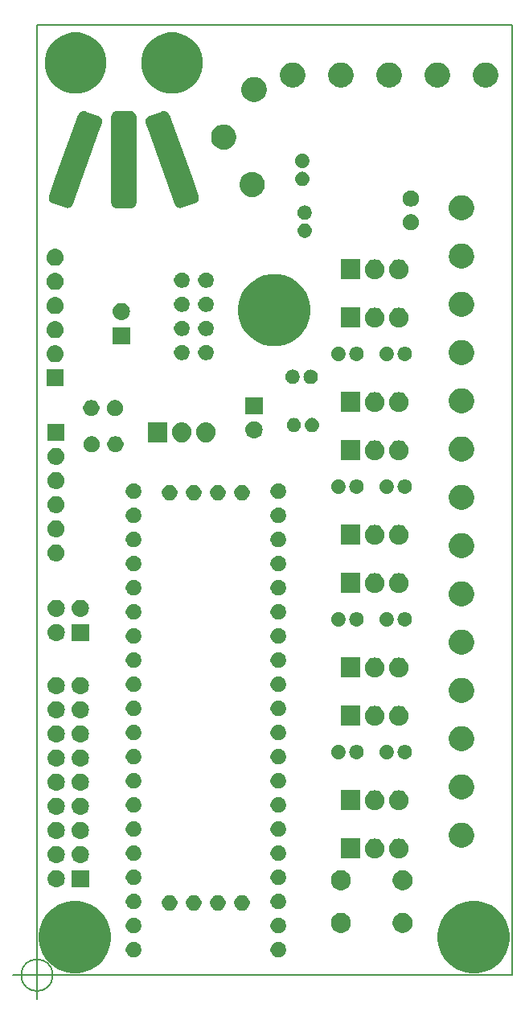
<source format=gbr>
%TF.GenerationSoftware,KiCad,Pcbnew,(5.0.2)-1*%
%TF.CreationDate,2020-01-28T14:28:06-08:00*%
%TF.ProjectId,DMX_CTRL,444d585f-4354-4524-9c2e-6b696361645f,rev?*%
%TF.SameCoordinates,PX4c4b400PY8f0d180*%
%TF.FileFunction,Soldermask,Bot*%
%TF.FilePolarity,Negative*%
%FSLAX46Y46*%
G04 Gerber Fmt 4.6, Leading zero omitted, Abs format (unit mm)*
G04 Created by KiCad (PCBNEW (5.0.2)-1) date 1/28/2020 2:28:06 PM*
%MOMM*%
%LPD*%
G01*
G04 APERTURE LIST*
%ADD10C,0.150000*%
%ADD11C,0.100000*%
G04 APERTURE END LIST*
D10*
X1666666Y0D02*
G75*
G03X1666666Y0I-1666666J0D01*
G01*
X-2500000Y0D02*
X2500000Y0D01*
X0Y2500000D02*
X0Y-2500000D01*
X0Y100000000D02*
X0Y0D01*
X50000000Y100000000D02*
X0Y100000000D01*
X50000000Y0D02*
X50000000Y100000000D01*
X0Y0D02*
X50000000Y0D01*
D11*
G36*
X47108710Y7654930D02*
X47800447Y7368403D01*
X48422999Y6952427D01*
X48952427Y6422999D01*
X49368403Y5800447D01*
X49654930Y5108710D01*
X49801000Y4374367D01*
X49801000Y3625633D01*
X49654930Y2891290D01*
X49368403Y2199553D01*
X48952427Y1577001D01*
X48422999Y1047573D01*
X47800447Y631597D01*
X47108710Y345070D01*
X46374367Y199000D01*
X45625633Y199000D01*
X44891290Y345070D01*
X44199553Y631597D01*
X43577001Y1047573D01*
X43047573Y1577001D01*
X42631597Y2199553D01*
X42345070Y2891290D01*
X42199000Y3625633D01*
X42199000Y4374367D01*
X42345070Y5108710D01*
X42631597Y5800447D01*
X43047573Y6422999D01*
X43577001Y6952427D01*
X44199553Y7368403D01*
X44891290Y7654930D01*
X45625633Y7801000D01*
X46374367Y7801000D01*
X47108710Y7654930D01*
X47108710Y7654930D01*
G37*
G36*
X5108710Y7654930D02*
X5800447Y7368403D01*
X6422999Y6952427D01*
X6952427Y6422999D01*
X7368403Y5800447D01*
X7654930Y5108710D01*
X7801000Y4374367D01*
X7801000Y3625633D01*
X7654930Y2891290D01*
X7368403Y2199553D01*
X6952427Y1577001D01*
X6422999Y1047573D01*
X5800447Y631597D01*
X5108710Y345070D01*
X4374367Y199000D01*
X3625633Y199000D01*
X2891290Y345070D01*
X2199553Y631597D01*
X1577001Y1047573D01*
X1047573Y1577001D01*
X631597Y2199553D01*
X345070Y2891290D01*
X199000Y3625633D01*
X199000Y4374367D01*
X345070Y5108710D01*
X631597Y5800447D01*
X1047573Y6422999D01*
X1577001Y6952427D01*
X2199553Y7368403D01*
X2891290Y7654930D01*
X3625633Y7801000D01*
X4374367Y7801000D01*
X5108710Y7654930D01*
X5108710Y7654930D01*
G37*
G36*
X25647142Y3461758D02*
X25795102Y3400470D01*
X25928258Y3311498D01*
X26041498Y3198258D01*
X26130470Y3065102D01*
X26191758Y2917142D01*
X26223000Y2760075D01*
X26223000Y2599925D01*
X26191758Y2442858D01*
X26130470Y2294898D01*
X26041498Y2161742D01*
X25928258Y2048502D01*
X25795102Y1959530D01*
X25647142Y1898242D01*
X25490075Y1867000D01*
X25329925Y1867000D01*
X25172858Y1898242D01*
X25024898Y1959530D01*
X24891742Y2048502D01*
X24778502Y2161742D01*
X24689530Y2294898D01*
X24628242Y2442858D01*
X24597000Y2599925D01*
X24597000Y2760075D01*
X24628242Y2917142D01*
X24689530Y3065102D01*
X24778502Y3198258D01*
X24891742Y3311498D01*
X25024898Y3400470D01*
X25172858Y3461758D01*
X25329925Y3493000D01*
X25490075Y3493000D01*
X25647142Y3461758D01*
X25647142Y3461758D01*
G37*
G36*
X10407142Y3461758D02*
X10555102Y3400470D01*
X10688258Y3311498D01*
X10801498Y3198258D01*
X10890470Y3065102D01*
X10951758Y2917142D01*
X10983000Y2760075D01*
X10983000Y2599925D01*
X10951758Y2442858D01*
X10890470Y2294898D01*
X10801498Y2161742D01*
X10688258Y2048502D01*
X10555102Y1959530D01*
X10407142Y1898242D01*
X10250075Y1867000D01*
X10089925Y1867000D01*
X9932858Y1898242D01*
X9784898Y1959530D01*
X9651742Y2048502D01*
X9538502Y2161742D01*
X9449530Y2294898D01*
X9388242Y2442858D01*
X9357000Y2599925D01*
X9357000Y2760075D01*
X9388242Y2917142D01*
X9449530Y3065102D01*
X9538502Y3198258D01*
X9651742Y3311498D01*
X9784898Y3400470D01*
X9932858Y3461758D01*
X10089925Y3493000D01*
X10250075Y3493000D01*
X10407142Y3461758D01*
X10407142Y3461758D01*
G37*
G36*
X25647142Y6001758D02*
X25795102Y5940470D01*
X25928258Y5851498D01*
X26041498Y5738258D01*
X26130470Y5605102D01*
X26191758Y5457142D01*
X26223000Y5300075D01*
X26223000Y5139925D01*
X26191758Y4982858D01*
X26144354Y4868417D01*
X26130471Y4834900D01*
X26041499Y4701743D01*
X25928257Y4588501D01*
X25898495Y4568615D01*
X25795102Y4499530D01*
X25647142Y4438242D01*
X25490075Y4407000D01*
X25329925Y4407000D01*
X25172858Y4438242D01*
X25024898Y4499530D01*
X24921505Y4568615D01*
X24891743Y4588501D01*
X24778501Y4701743D01*
X24689529Y4834900D01*
X24675646Y4868417D01*
X24628242Y4982858D01*
X24597000Y5139925D01*
X24597000Y5300075D01*
X24628242Y5457142D01*
X24689530Y5605102D01*
X24778502Y5738258D01*
X24891742Y5851498D01*
X25024898Y5940470D01*
X25172858Y6001758D01*
X25329925Y6033000D01*
X25490075Y6033000D01*
X25647142Y6001758D01*
X25647142Y6001758D01*
G37*
G36*
X10407142Y6001758D02*
X10555102Y5940470D01*
X10688258Y5851498D01*
X10801498Y5738258D01*
X10890470Y5605102D01*
X10951758Y5457142D01*
X10983000Y5300075D01*
X10983000Y5139925D01*
X10951758Y4982858D01*
X10904354Y4868417D01*
X10890471Y4834900D01*
X10801499Y4701743D01*
X10688257Y4588501D01*
X10658495Y4568615D01*
X10555102Y4499530D01*
X10407142Y4438242D01*
X10250075Y4407000D01*
X10089925Y4407000D01*
X9932858Y4438242D01*
X9784898Y4499530D01*
X9681505Y4568615D01*
X9651743Y4588501D01*
X9538501Y4701743D01*
X9449529Y4834900D01*
X9435646Y4868417D01*
X9388242Y4982858D01*
X9357000Y5139925D01*
X9357000Y5300075D01*
X9388242Y5457142D01*
X9449530Y5605102D01*
X9538502Y5738258D01*
X9651742Y5851498D01*
X9784898Y5940470D01*
X9932858Y6001758D01*
X10089925Y6033000D01*
X10250075Y6033000D01*
X10407142Y6001758D01*
X10407142Y6001758D01*
G37*
G36*
X38806565Y6510611D02*
X38997834Y6431385D01*
X39169976Y6316363D01*
X39316363Y6169976D01*
X39431385Y5997834D01*
X39510611Y5806565D01*
X39551000Y5603516D01*
X39551000Y5396484D01*
X39510611Y5193435D01*
X39431385Y5002166D01*
X39316363Y4830024D01*
X39169976Y4683637D01*
X38997834Y4568615D01*
X38806565Y4489389D01*
X38603516Y4449000D01*
X38396484Y4449000D01*
X38193435Y4489389D01*
X38002166Y4568615D01*
X37830024Y4683637D01*
X37683637Y4830024D01*
X37568615Y5002166D01*
X37489389Y5193435D01*
X37449000Y5396484D01*
X37449000Y5603516D01*
X37489389Y5806565D01*
X37568615Y5997834D01*
X37683637Y6169976D01*
X37830024Y6316363D01*
X38002166Y6431385D01*
X38193435Y6510611D01*
X38396484Y6551000D01*
X38603516Y6551000D01*
X38806565Y6510611D01*
X38806565Y6510611D01*
G37*
G36*
X32306565Y6510611D02*
X32497834Y6431385D01*
X32669976Y6316363D01*
X32816363Y6169976D01*
X32931385Y5997834D01*
X33010611Y5806565D01*
X33051000Y5603516D01*
X33051000Y5396484D01*
X33010611Y5193435D01*
X32931385Y5002166D01*
X32816363Y4830024D01*
X32669976Y4683637D01*
X32497834Y4568615D01*
X32306565Y4489389D01*
X32103516Y4449000D01*
X31896484Y4449000D01*
X31693435Y4489389D01*
X31502166Y4568615D01*
X31330024Y4683637D01*
X31183637Y4830024D01*
X31068615Y5002166D01*
X30989389Y5193435D01*
X30949000Y5396484D01*
X30949000Y5603516D01*
X30989389Y5806565D01*
X31068615Y5997834D01*
X31183637Y6169976D01*
X31330024Y6316363D01*
X31502166Y6431385D01*
X31693435Y6510611D01*
X31896484Y6551000D01*
X32103516Y6551000D01*
X32306565Y6510611D01*
X32306565Y6510611D01*
G37*
G36*
X19287142Y8401758D02*
X19435102Y8340470D01*
X19502130Y8295683D01*
X19528211Y8278257D01*
X19568258Y8251498D01*
X19681498Y8138258D01*
X19770470Y8005102D01*
X19831758Y7857142D01*
X19863000Y7700075D01*
X19863000Y7539925D01*
X19831758Y7382858D01*
X19825770Y7368403D01*
X19770471Y7234900D01*
X19681499Y7101743D01*
X19568257Y6988501D01*
X19552903Y6978242D01*
X19435102Y6899530D01*
X19287142Y6838242D01*
X19130075Y6807000D01*
X18969925Y6807000D01*
X18812858Y6838242D01*
X18664898Y6899530D01*
X18547097Y6978242D01*
X18531743Y6988501D01*
X18418501Y7101743D01*
X18329529Y7234900D01*
X18274230Y7368403D01*
X18268242Y7382858D01*
X18237000Y7539925D01*
X18237000Y7700075D01*
X18268242Y7857142D01*
X18329530Y8005102D01*
X18418502Y8138258D01*
X18531742Y8251498D01*
X18571790Y8278257D01*
X18597870Y8295683D01*
X18664898Y8340470D01*
X18812858Y8401758D01*
X18969925Y8433000D01*
X19130075Y8433000D01*
X19287142Y8401758D01*
X19287142Y8401758D01*
G37*
G36*
X14207142Y8401758D02*
X14355102Y8340470D01*
X14422130Y8295683D01*
X14448211Y8278257D01*
X14488258Y8251498D01*
X14601498Y8138258D01*
X14690470Y8005102D01*
X14751758Y7857142D01*
X14783000Y7700075D01*
X14783000Y7539925D01*
X14751758Y7382858D01*
X14745770Y7368403D01*
X14690471Y7234900D01*
X14601499Y7101743D01*
X14488257Y6988501D01*
X14472903Y6978242D01*
X14355102Y6899530D01*
X14207142Y6838242D01*
X14050075Y6807000D01*
X13889925Y6807000D01*
X13732858Y6838242D01*
X13584898Y6899530D01*
X13467097Y6978242D01*
X13451743Y6988501D01*
X13338501Y7101743D01*
X13249529Y7234900D01*
X13194230Y7368403D01*
X13188242Y7382858D01*
X13157000Y7539925D01*
X13157000Y7700075D01*
X13188242Y7857142D01*
X13249530Y8005102D01*
X13338502Y8138258D01*
X13451742Y8251498D01*
X13491790Y8278257D01*
X13517870Y8295683D01*
X13584898Y8340470D01*
X13732858Y8401758D01*
X13889925Y8433000D01*
X14050075Y8433000D01*
X14207142Y8401758D01*
X14207142Y8401758D01*
G37*
G36*
X16747142Y8401758D02*
X16895102Y8340470D01*
X16962130Y8295683D01*
X16988211Y8278257D01*
X17028258Y8251498D01*
X17141498Y8138258D01*
X17230470Y8005102D01*
X17291758Y7857142D01*
X17323000Y7700075D01*
X17323000Y7539925D01*
X17291758Y7382858D01*
X17285770Y7368403D01*
X17230471Y7234900D01*
X17141499Y7101743D01*
X17028257Y6988501D01*
X17012903Y6978242D01*
X16895102Y6899530D01*
X16747142Y6838242D01*
X16590075Y6807000D01*
X16429925Y6807000D01*
X16272858Y6838242D01*
X16124898Y6899530D01*
X16007097Y6978242D01*
X15991743Y6988501D01*
X15878501Y7101743D01*
X15789529Y7234900D01*
X15734230Y7368403D01*
X15728242Y7382858D01*
X15697000Y7539925D01*
X15697000Y7700075D01*
X15728242Y7857142D01*
X15789530Y8005102D01*
X15878502Y8138258D01*
X15991742Y8251498D01*
X16031790Y8278257D01*
X16057870Y8295683D01*
X16124898Y8340470D01*
X16272858Y8401758D01*
X16429925Y8433000D01*
X16590075Y8433000D01*
X16747142Y8401758D01*
X16747142Y8401758D01*
G37*
G36*
X21827142Y8401758D02*
X21975102Y8340470D01*
X22042130Y8295683D01*
X22068211Y8278257D01*
X22108258Y8251498D01*
X22221498Y8138258D01*
X22310470Y8005102D01*
X22371758Y7857142D01*
X22403000Y7700075D01*
X22403000Y7539925D01*
X22371758Y7382858D01*
X22365770Y7368403D01*
X22310471Y7234900D01*
X22221499Y7101743D01*
X22108257Y6988501D01*
X22092903Y6978242D01*
X21975102Y6899530D01*
X21827142Y6838242D01*
X21670075Y6807000D01*
X21509925Y6807000D01*
X21352858Y6838242D01*
X21204898Y6899530D01*
X21087097Y6978242D01*
X21071743Y6988501D01*
X20958501Y7101743D01*
X20869529Y7234900D01*
X20814230Y7368403D01*
X20808242Y7382858D01*
X20777000Y7539925D01*
X20777000Y7700075D01*
X20808242Y7857142D01*
X20869530Y8005102D01*
X20958502Y8138258D01*
X21071742Y8251498D01*
X21111790Y8278257D01*
X21137870Y8295683D01*
X21204898Y8340470D01*
X21352858Y8401758D01*
X21509925Y8433000D01*
X21670075Y8433000D01*
X21827142Y8401758D01*
X21827142Y8401758D01*
G37*
G36*
X10407142Y8541758D02*
X10555102Y8480470D01*
X10622130Y8435683D01*
X10688257Y8391499D01*
X10801499Y8278257D01*
X10845683Y8212130D01*
X10890470Y8145102D01*
X10951758Y7997142D01*
X10983000Y7840075D01*
X10983000Y7679925D01*
X10951758Y7522858D01*
X10890470Y7374898D01*
X10845683Y7307870D01*
X10801499Y7241743D01*
X10688257Y7128501D01*
X10648209Y7101742D01*
X10555102Y7039530D01*
X10407142Y6978242D01*
X10250075Y6947000D01*
X10089925Y6947000D01*
X9932858Y6978242D01*
X9784898Y7039530D01*
X9691791Y7101742D01*
X9651743Y7128501D01*
X9538501Y7241743D01*
X9494317Y7307870D01*
X9449530Y7374898D01*
X9388242Y7522858D01*
X9357000Y7679925D01*
X9357000Y7840075D01*
X9388242Y7997142D01*
X9449530Y8145102D01*
X9494317Y8212130D01*
X9538501Y8278257D01*
X9651743Y8391499D01*
X9717870Y8435683D01*
X9784898Y8480470D01*
X9932858Y8541758D01*
X10089925Y8573000D01*
X10250075Y8573000D01*
X10407142Y8541758D01*
X10407142Y8541758D01*
G37*
G36*
X25647142Y8541758D02*
X25795102Y8480470D01*
X25862130Y8435683D01*
X25928257Y8391499D01*
X26041499Y8278257D01*
X26085683Y8212130D01*
X26130470Y8145102D01*
X26191758Y7997142D01*
X26223000Y7840075D01*
X26223000Y7679925D01*
X26191758Y7522858D01*
X26130470Y7374898D01*
X26085683Y7307870D01*
X26041499Y7241743D01*
X25928257Y7128501D01*
X25888209Y7101742D01*
X25795102Y7039530D01*
X25647142Y6978242D01*
X25490075Y6947000D01*
X25329925Y6947000D01*
X25172858Y6978242D01*
X25024898Y7039530D01*
X24931791Y7101742D01*
X24891743Y7128501D01*
X24778501Y7241743D01*
X24734317Y7307870D01*
X24689530Y7374898D01*
X24628242Y7522858D01*
X24597000Y7679925D01*
X24597000Y7840075D01*
X24628242Y7997142D01*
X24689530Y8145102D01*
X24734317Y8212130D01*
X24778501Y8278257D01*
X24891743Y8391499D01*
X24957870Y8435683D01*
X25024898Y8480470D01*
X25172858Y8541758D01*
X25329925Y8573000D01*
X25490075Y8573000D01*
X25647142Y8541758D01*
X25647142Y8541758D01*
G37*
G36*
X32306565Y11010611D02*
X32497834Y10931385D01*
X32669976Y10816363D01*
X32816363Y10669976D01*
X32931385Y10497834D01*
X33010611Y10306565D01*
X33051000Y10103516D01*
X33051000Y9896484D01*
X33010611Y9693435D01*
X32931385Y9502166D01*
X32816363Y9330024D01*
X32669976Y9183637D01*
X32497834Y9068615D01*
X32306565Y8989389D01*
X32103516Y8949000D01*
X31896484Y8949000D01*
X31693435Y8989389D01*
X31502166Y9068615D01*
X31330024Y9183637D01*
X31183637Y9330024D01*
X31068615Y9502166D01*
X30989389Y9693435D01*
X30949000Y9896484D01*
X30949000Y10103516D01*
X30989389Y10306565D01*
X31068615Y10497834D01*
X31183637Y10669976D01*
X31330024Y10816363D01*
X31502166Y10931385D01*
X31693435Y11010611D01*
X31896484Y11051000D01*
X32103516Y11051000D01*
X32306565Y11010611D01*
X32306565Y11010611D01*
G37*
G36*
X38806565Y11010611D02*
X38997834Y10931385D01*
X39169976Y10816363D01*
X39316363Y10669976D01*
X39431385Y10497834D01*
X39510611Y10306565D01*
X39551000Y10103516D01*
X39551000Y9896484D01*
X39510611Y9693435D01*
X39431385Y9502166D01*
X39316363Y9330024D01*
X39169976Y9183637D01*
X38997834Y9068615D01*
X38806565Y8989389D01*
X38603516Y8949000D01*
X38396484Y8949000D01*
X38193435Y8989389D01*
X38002166Y9068615D01*
X37830024Y9183637D01*
X37683637Y9330024D01*
X37568615Y9502166D01*
X37489389Y9693435D01*
X37449000Y9896484D01*
X37449000Y10103516D01*
X37489389Y10306565D01*
X37568615Y10497834D01*
X37683637Y10669976D01*
X37830024Y10816363D01*
X38002166Y10931385D01*
X38193435Y11010611D01*
X38396484Y11051000D01*
X38603516Y11051000D01*
X38806565Y11010611D01*
X38806565Y11010611D01*
G37*
G36*
X2142443Y11054481D02*
X2208627Y11047963D01*
X2299256Y11020471D01*
X2378467Y10996443D01*
X2499967Y10931499D01*
X2534991Y10912778D01*
X2570729Y10883448D01*
X2672186Y10800186D01*
X2755448Y10698729D01*
X2784778Y10662991D01*
X2784779Y10662989D01*
X2868443Y10506467D01*
X2885616Y10449853D01*
X2919963Y10336627D01*
X2937359Y10160000D01*
X2919963Y9983373D01*
X2885616Y9870147D01*
X2868443Y9813533D01*
X2851450Y9781742D01*
X2784778Y9657009D01*
X2755448Y9621271D01*
X2672186Y9519814D01*
X2570729Y9436552D01*
X2534991Y9407222D01*
X2534989Y9407221D01*
X2378467Y9323557D01*
X2321853Y9306384D01*
X2208627Y9272037D01*
X2142442Y9265518D01*
X2076260Y9259000D01*
X1987740Y9259000D01*
X1921558Y9265518D01*
X1855373Y9272037D01*
X1742147Y9306384D01*
X1685533Y9323557D01*
X1529011Y9407221D01*
X1529009Y9407222D01*
X1493271Y9436552D01*
X1391814Y9519814D01*
X1308552Y9621271D01*
X1279222Y9657009D01*
X1212550Y9781742D01*
X1195557Y9813533D01*
X1178384Y9870147D01*
X1144037Y9983373D01*
X1126641Y10160000D01*
X1144037Y10336627D01*
X1178384Y10449853D01*
X1195557Y10506467D01*
X1279221Y10662989D01*
X1279222Y10662991D01*
X1308552Y10698729D01*
X1391814Y10800186D01*
X1493271Y10883448D01*
X1529009Y10912778D01*
X1564033Y10931499D01*
X1685533Y10996443D01*
X1764744Y11020471D01*
X1855373Y11047963D01*
X1921557Y11054481D01*
X1987740Y11061000D01*
X2076260Y11061000D01*
X2142443Y11054481D01*
X2142443Y11054481D01*
G37*
G36*
X5473000Y9259000D02*
X3671000Y9259000D01*
X3671000Y11061000D01*
X5473000Y11061000D01*
X5473000Y9259000D01*
X5473000Y9259000D01*
G37*
G36*
X10407142Y11081758D02*
X10555102Y11020470D01*
X10591061Y10996443D01*
X10688257Y10931499D01*
X10801499Y10818257D01*
X10890471Y10685100D01*
X10896737Y10669973D01*
X10951758Y10537142D01*
X10983000Y10380075D01*
X10983000Y10219925D01*
X10951758Y10062858D01*
X10890470Y9914898D01*
X10801498Y9781742D01*
X10688258Y9668502D01*
X10555102Y9579530D01*
X10407142Y9518242D01*
X10250075Y9487000D01*
X10089925Y9487000D01*
X9932858Y9518242D01*
X9784898Y9579530D01*
X9651742Y9668502D01*
X9538502Y9781742D01*
X9449530Y9914898D01*
X9388242Y10062858D01*
X9357000Y10219925D01*
X9357000Y10380075D01*
X9388242Y10537142D01*
X9443263Y10669973D01*
X9449529Y10685100D01*
X9538501Y10818257D01*
X9651743Y10931499D01*
X9748939Y10996443D01*
X9784898Y11020470D01*
X9932858Y11081758D01*
X10089925Y11113000D01*
X10250075Y11113000D01*
X10407142Y11081758D01*
X10407142Y11081758D01*
G37*
G36*
X25647142Y11081758D02*
X25795102Y11020470D01*
X25831061Y10996443D01*
X25928257Y10931499D01*
X26041499Y10818257D01*
X26130471Y10685100D01*
X26136737Y10669973D01*
X26191758Y10537142D01*
X26223000Y10380075D01*
X26223000Y10219925D01*
X26191758Y10062858D01*
X26130470Y9914898D01*
X26041498Y9781742D01*
X25928258Y9668502D01*
X25795102Y9579530D01*
X25647142Y9518242D01*
X25490075Y9487000D01*
X25329925Y9487000D01*
X25172858Y9518242D01*
X25024898Y9579530D01*
X24891742Y9668502D01*
X24778502Y9781742D01*
X24689530Y9914898D01*
X24628242Y10062858D01*
X24597000Y10219925D01*
X24597000Y10380075D01*
X24628242Y10537142D01*
X24683263Y10669973D01*
X24689529Y10685100D01*
X24778501Y10818257D01*
X24891743Y10931499D01*
X24988939Y10996443D01*
X25024898Y11020470D01*
X25172858Y11081758D01*
X25329925Y11113000D01*
X25490075Y11113000D01*
X25647142Y11081758D01*
X25647142Y11081758D01*
G37*
G36*
X4682443Y13594481D02*
X4748627Y13587963D01*
X4836375Y13561345D01*
X4918467Y13536443D01*
X5039967Y13471499D01*
X5074991Y13452778D01*
X5100560Y13431794D01*
X5212186Y13340186D01*
X5295448Y13238729D01*
X5324778Y13202991D01*
X5324779Y13202989D01*
X5408443Y13046467D01*
X5408443Y13046466D01*
X5459963Y12876627D01*
X5477359Y12700000D01*
X5459963Y12523373D01*
X5439192Y12454900D01*
X5408443Y12353533D01*
X5371276Y12284000D01*
X5324778Y12197009D01*
X5295448Y12161271D01*
X5212186Y12059814D01*
X5110729Y11976552D01*
X5074991Y11947222D01*
X5074989Y11947221D01*
X4918467Y11863557D01*
X4861853Y11846384D01*
X4748627Y11812037D01*
X4682443Y11805519D01*
X4616260Y11799000D01*
X4527740Y11799000D01*
X4461557Y11805519D01*
X4395373Y11812037D01*
X4282147Y11846384D01*
X4225533Y11863557D01*
X4069011Y11947221D01*
X4069009Y11947222D01*
X4033271Y11976552D01*
X3931814Y12059814D01*
X3848552Y12161271D01*
X3819222Y12197009D01*
X3772724Y12284000D01*
X3735557Y12353533D01*
X3704808Y12454900D01*
X3684037Y12523373D01*
X3666641Y12700000D01*
X3684037Y12876627D01*
X3735557Y13046466D01*
X3735557Y13046467D01*
X3819221Y13202989D01*
X3819222Y13202991D01*
X3848552Y13238729D01*
X3931814Y13340186D01*
X4043440Y13431794D01*
X4069009Y13452778D01*
X4104033Y13471499D01*
X4225533Y13536443D01*
X4307625Y13561345D01*
X4395373Y13587963D01*
X4461557Y13594481D01*
X4527740Y13601000D01*
X4616260Y13601000D01*
X4682443Y13594481D01*
X4682443Y13594481D01*
G37*
G36*
X2142443Y13594481D02*
X2208627Y13587963D01*
X2296375Y13561345D01*
X2378467Y13536443D01*
X2499967Y13471499D01*
X2534991Y13452778D01*
X2560560Y13431794D01*
X2672186Y13340186D01*
X2755448Y13238729D01*
X2784778Y13202991D01*
X2784779Y13202989D01*
X2868443Y13046467D01*
X2868443Y13046466D01*
X2919963Y12876627D01*
X2937359Y12700000D01*
X2919963Y12523373D01*
X2899192Y12454900D01*
X2868443Y12353533D01*
X2831276Y12284000D01*
X2784778Y12197009D01*
X2755448Y12161271D01*
X2672186Y12059814D01*
X2570729Y11976552D01*
X2534991Y11947222D01*
X2534989Y11947221D01*
X2378467Y11863557D01*
X2321853Y11846384D01*
X2208627Y11812037D01*
X2142443Y11805519D01*
X2076260Y11799000D01*
X1987740Y11799000D01*
X1921557Y11805519D01*
X1855373Y11812037D01*
X1742147Y11846384D01*
X1685533Y11863557D01*
X1529011Y11947221D01*
X1529009Y11947222D01*
X1493271Y11976552D01*
X1391814Y12059814D01*
X1308552Y12161271D01*
X1279222Y12197009D01*
X1232724Y12284000D01*
X1195557Y12353533D01*
X1164808Y12454900D01*
X1144037Y12523373D01*
X1126641Y12700000D01*
X1144037Y12876627D01*
X1195557Y13046466D01*
X1195557Y13046467D01*
X1279221Y13202989D01*
X1279222Y13202991D01*
X1308552Y13238729D01*
X1391814Y13340186D01*
X1503440Y13431794D01*
X1529009Y13452778D01*
X1564033Y13471499D01*
X1685533Y13536443D01*
X1767625Y13561345D01*
X1855373Y13587963D01*
X1921557Y13594481D01*
X1987740Y13601000D01*
X2076260Y13601000D01*
X2142443Y13594481D01*
X2142443Y13594481D01*
G37*
G36*
X25647142Y13621758D02*
X25795102Y13560470D01*
X25831061Y13536443D01*
X25928257Y13471499D01*
X26041499Y13358257D01*
X26053574Y13340185D01*
X26130470Y13225102D01*
X26191758Y13077142D01*
X26223000Y12920075D01*
X26223000Y12759925D01*
X26191758Y12602858D01*
X26130470Y12454898D01*
X26041498Y12321742D01*
X25928258Y12208502D01*
X25795102Y12119530D01*
X25647142Y12058242D01*
X25490075Y12027000D01*
X25329925Y12027000D01*
X25172858Y12058242D01*
X25024898Y12119530D01*
X24891742Y12208502D01*
X24778502Y12321742D01*
X24689530Y12454898D01*
X24628242Y12602858D01*
X24597000Y12759925D01*
X24597000Y12920075D01*
X24628242Y13077142D01*
X24689530Y13225102D01*
X24766426Y13340185D01*
X24778501Y13358257D01*
X24891743Y13471499D01*
X24988939Y13536443D01*
X25024898Y13560470D01*
X25172858Y13621758D01*
X25329925Y13653000D01*
X25490075Y13653000D01*
X25647142Y13621758D01*
X25647142Y13621758D01*
G37*
G36*
X10407142Y13621758D02*
X10555102Y13560470D01*
X10591061Y13536443D01*
X10688257Y13471499D01*
X10801499Y13358257D01*
X10813574Y13340185D01*
X10890470Y13225102D01*
X10951758Y13077142D01*
X10983000Y12920075D01*
X10983000Y12759925D01*
X10951758Y12602858D01*
X10890470Y12454898D01*
X10801498Y12321742D01*
X10688258Y12208502D01*
X10555102Y12119530D01*
X10407142Y12058242D01*
X10250075Y12027000D01*
X10089925Y12027000D01*
X9932858Y12058242D01*
X9784898Y12119530D01*
X9651742Y12208502D01*
X9538502Y12321742D01*
X9449530Y12454898D01*
X9388242Y12602858D01*
X9357000Y12759925D01*
X9357000Y12920075D01*
X9388242Y13077142D01*
X9449530Y13225102D01*
X9526426Y13340185D01*
X9538501Y13358257D01*
X9651743Y13471499D01*
X9748939Y13536443D01*
X9784898Y13560470D01*
X9932858Y13621758D01*
X10089925Y13653000D01*
X10250075Y13653000D01*
X10407142Y13621758D01*
X10407142Y13621758D01*
G37*
G36*
X35756719Y14371480D02*
X35945880Y14314099D01*
X36120212Y14220917D01*
X36273015Y14095515D01*
X36398417Y13942712D01*
X36491599Y13768381D01*
X36548980Y13579220D01*
X36553193Y13536443D01*
X36559590Y13471499D01*
X36563500Y13431794D01*
X36563500Y13238207D01*
X36548980Y13090781D01*
X36491599Y12901620D01*
X36398417Y12727288D01*
X36273015Y12574485D01*
X36120212Y12449083D01*
X35945881Y12355901D01*
X35756720Y12298520D01*
X35560000Y12279145D01*
X35363281Y12298520D01*
X35174120Y12355901D01*
X34999788Y12449083D01*
X34846985Y12574485D01*
X34721583Y12727288D01*
X34628401Y12901619D01*
X34571020Y13090780D01*
X34562308Y13179236D01*
X34556500Y13238204D01*
X34556500Y13431795D01*
X34566807Y13536443D01*
X34571020Y13579219D01*
X34628401Y13768380D01*
X34721583Y13942712D01*
X34846985Y14095515D01*
X34999788Y14220917D01*
X35174119Y14314099D01*
X35363280Y14371480D01*
X35560000Y14390855D01*
X35756719Y14371480D01*
X35756719Y14371480D01*
G37*
G36*
X38296719Y14371480D02*
X38485880Y14314099D01*
X38660212Y14220917D01*
X38813015Y14095515D01*
X38938417Y13942712D01*
X39031599Y13768381D01*
X39088980Y13579220D01*
X39093193Y13536443D01*
X39099590Y13471499D01*
X39103500Y13431794D01*
X39103500Y13238207D01*
X39088980Y13090781D01*
X39031599Y12901620D01*
X38938417Y12727288D01*
X38813015Y12574485D01*
X38660212Y12449083D01*
X38485881Y12355901D01*
X38296720Y12298520D01*
X38100000Y12279145D01*
X37903281Y12298520D01*
X37714120Y12355901D01*
X37539788Y12449083D01*
X37386985Y12574485D01*
X37261583Y12727288D01*
X37168401Y12901619D01*
X37111020Y13090780D01*
X37102308Y13179236D01*
X37096500Y13238204D01*
X37096500Y13431795D01*
X37106807Y13536443D01*
X37111020Y13579219D01*
X37168401Y13768380D01*
X37261583Y13942712D01*
X37386985Y14095515D01*
X37539788Y14220917D01*
X37714119Y14314099D01*
X37903280Y14371480D01*
X38100000Y14390855D01*
X38296719Y14371480D01*
X38296719Y14371480D01*
G37*
G36*
X34023500Y12284000D02*
X32016500Y12284000D01*
X32016500Y14386000D01*
X34023500Y14386000D01*
X34023500Y12284000D01*
X34023500Y12284000D01*
G37*
G36*
X45004250Y16019157D02*
X45089322Y16002235D01*
X45159735Y15973069D01*
X45329728Y15902656D01*
X45546092Y15758086D01*
X45730086Y15574092D01*
X45874656Y15357728D01*
X45923420Y15240000D01*
X45963658Y15142858D01*
X45974235Y15117321D01*
X46025000Y14862109D01*
X46025000Y14601891D01*
X46002191Y14487222D01*
X45974235Y14346678D01*
X45960740Y14314099D01*
X45874656Y14106272D01*
X45730086Y13889908D01*
X45546092Y13705914D01*
X45329728Y13561344D01*
X45159735Y13490931D01*
X45089322Y13461765D01*
X45004250Y13444843D01*
X44834109Y13411000D01*
X44573891Y13411000D01*
X44403750Y13444843D01*
X44318678Y13461765D01*
X44248265Y13490931D01*
X44078272Y13561344D01*
X43861908Y13705914D01*
X43677914Y13889908D01*
X43533344Y14106272D01*
X43447260Y14314099D01*
X43433765Y14346678D01*
X43405809Y14487222D01*
X43383000Y14601891D01*
X43383000Y14862109D01*
X43433765Y15117321D01*
X43444343Y15142858D01*
X43484580Y15240000D01*
X43533344Y15357728D01*
X43677914Y15574092D01*
X43861908Y15758086D01*
X44078272Y15902656D01*
X44248265Y15973069D01*
X44318678Y16002235D01*
X44403750Y16019157D01*
X44573891Y16053000D01*
X44834109Y16053000D01*
X45004250Y16019157D01*
X45004250Y16019157D01*
G37*
G36*
X2142442Y16134482D02*
X2208627Y16127963D01*
X2299256Y16100471D01*
X2378467Y16076443D01*
X2499967Y16011499D01*
X2534991Y15992778D01*
X2570729Y15963448D01*
X2672186Y15880186D01*
X2755448Y15778729D01*
X2784778Y15742991D01*
X2784779Y15742989D01*
X2868443Y15586467D01*
X2868443Y15586466D01*
X2919963Y15416627D01*
X2937359Y15240000D01*
X2919963Y15063373D01*
X2899192Y14994900D01*
X2868443Y14893533D01*
X2851450Y14861742D01*
X2784778Y14737009D01*
X2755448Y14701271D01*
X2672186Y14599814D01*
X2570729Y14516552D01*
X2534991Y14487222D01*
X2534989Y14487221D01*
X2378467Y14403557D01*
X2336593Y14390855D01*
X2208627Y14352037D01*
X2154225Y14346679D01*
X2076260Y14339000D01*
X1987740Y14339000D01*
X1909775Y14346679D01*
X1855373Y14352037D01*
X1727407Y14390855D01*
X1685533Y14403557D01*
X1529011Y14487221D01*
X1529009Y14487222D01*
X1493271Y14516552D01*
X1391814Y14599814D01*
X1308552Y14701271D01*
X1279222Y14737009D01*
X1212550Y14861742D01*
X1195557Y14893533D01*
X1164808Y14994900D01*
X1144037Y15063373D01*
X1126641Y15240000D01*
X1144037Y15416627D01*
X1195557Y15586466D01*
X1195557Y15586467D01*
X1279221Y15742989D01*
X1279222Y15742991D01*
X1308552Y15778729D01*
X1391814Y15880186D01*
X1493271Y15963448D01*
X1529009Y15992778D01*
X1564033Y16011499D01*
X1685533Y16076443D01*
X1764744Y16100471D01*
X1855373Y16127963D01*
X1921558Y16134482D01*
X1987740Y16141000D01*
X2076260Y16141000D01*
X2142442Y16134482D01*
X2142442Y16134482D01*
G37*
G36*
X4682442Y16134482D02*
X4748627Y16127963D01*
X4839256Y16100471D01*
X4918467Y16076443D01*
X5039967Y16011499D01*
X5074991Y15992778D01*
X5110729Y15963448D01*
X5212186Y15880186D01*
X5295448Y15778729D01*
X5324778Y15742991D01*
X5324779Y15742989D01*
X5408443Y15586467D01*
X5408443Y15586466D01*
X5459963Y15416627D01*
X5477359Y15240000D01*
X5459963Y15063373D01*
X5439192Y14994900D01*
X5408443Y14893533D01*
X5391450Y14861742D01*
X5324778Y14737009D01*
X5295448Y14701271D01*
X5212186Y14599814D01*
X5110729Y14516552D01*
X5074991Y14487222D01*
X5074989Y14487221D01*
X4918467Y14403557D01*
X4876593Y14390855D01*
X4748627Y14352037D01*
X4694225Y14346679D01*
X4616260Y14339000D01*
X4527740Y14339000D01*
X4449775Y14346679D01*
X4395373Y14352037D01*
X4267407Y14390855D01*
X4225533Y14403557D01*
X4069011Y14487221D01*
X4069009Y14487222D01*
X4033271Y14516552D01*
X3931814Y14599814D01*
X3848552Y14701271D01*
X3819222Y14737009D01*
X3752550Y14861742D01*
X3735557Y14893533D01*
X3704808Y14994900D01*
X3684037Y15063373D01*
X3666641Y15240000D01*
X3684037Y15416627D01*
X3735557Y15586466D01*
X3735557Y15586467D01*
X3819221Y15742989D01*
X3819222Y15742991D01*
X3848552Y15778729D01*
X3931814Y15880186D01*
X4033271Y15963448D01*
X4069009Y15992778D01*
X4104033Y16011499D01*
X4225533Y16076443D01*
X4304744Y16100471D01*
X4395373Y16127963D01*
X4461558Y16134482D01*
X4527740Y16141000D01*
X4616260Y16141000D01*
X4682442Y16134482D01*
X4682442Y16134482D01*
G37*
G36*
X25647142Y16161758D02*
X25795102Y16100470D01*
X25831061Y16076443D01*
X25928257Y16011499D01*
X26041499Y15898257D01*
X26053574Y15880185D01*
X26130470Y15765102D01*
X26191758Y15617142D01*
X26223000Y15460075D01*
X26223000Y15299925D01*
X26191758Y15142858D01*
X26158834Y15063373D01*
X26130471Y14994900D01*
X26041744Y14862109D01*
X26041498Y14861742D01*
X25928258Y14748502D01*
X25795102Y14659530D01*
X25647142Y14598242D01*
X25490075Y14567000D01*
X25329925Y14567000D01*
X25172858Y14598242D01*
X25024898Y14659530D01*
X24891742Y14748502D01*
X24778502Y14861742D01*
X24778257Y14862109D01*
X24689529Y14994900D01*
X24661166Y15063373D01*
X24628242Y15142858D01*
X24597000Y15299925D01*
X24597000Y15460075D01*
X24628242Y15617142D01*
X24689530Y15765102D01*
X24766426Y15880185D01*
X24778501Y15898257D01*
X24891743Y16011499D01*
X24988939Y16076443D01*
X25024898Y16100470D01*
X25172858Y16161758D01*
X25329925Y16193000D01*
X25490075Y16193000D01*
X25647142Y16161758D01*
X25647142Y16161758D01*
G37*
G36*
X10407142Y16161758D02*
X10555102Y16100470D01*
X10591061Y16076443D01*
X10688257Y16011499D01*
X10801499Y15898257D01*
X10813574Y15880185D01*
X10890470Y15765102D01*
X10951758Y15617142D01*
X10983000Y15460075D01*
X10983000Y15299925D01*
X10951758Y15142858D01*
X10918834Y15063373D01*
X10890471Y14994900D01*
X10801744Y14862109D01*
X10801498Y14861742D01*
X10688258Y14748502D01*
X10555102Y14659530D01*
X10407142Y14598242D01*
X10250075Y14567000D01*
X10089925Y14567000D01*
X9932858Y14598242D01*
X9784898Y14659530D01*
X9651742Y14748502D01*
X9538502Y14861742D01*
X9538257Y14862109D01*
X9449529Y14994900D01*
X9421166Y15063373D01*
X9388242Y15142858D01*
X9357000Y15299925D01*
X9357000Y15460075D01*
X9388242Y15617142D01*
X9449530Y15765102D01*
X9526426Y15880185D01*
X9538501Y15898257D01*
X9651743Y16011499D01*
X9748939Y16076443D01*
X9784898Y16100470D01*
X9932858Y16161758D01*
X10089925Y16193000D01*
X10250075Y16193000D01*
X10407142Y16161758D01*
X10407142Y16161758D01*
G37*
G36*
X2142443Y18674481D02*
X2208627Y18667963D01*
X2296375Y18641345D01*
X2378467Y18616443D01*
X2499967Y18551499D01*
X2534991Y18532778D01*
X2560560Y18511794D01*
X2672186Y18420186D01*
X2755448Y18318729D01*
X2784778Y18282991D01*
X2784779Y18282989D01*
X2868443Y18126467D01*
X2868443Y18126466D01*
X2919963Y17956627D01*
X2937359Y17780000D01*
X2919963Y17603373D01*
X2899192Y17534900D01*
X2868443Y17433533D01*
X2831276Y17364000D01*
X2784778Y17277009D01*
X2755448Y17241271D01*
X2672186Y17139814D01*
X2570729Y17056552D01*
X2534991Y17027222D01*
X2534989Y17027221D01*
X2378467Y16943557D01*
X2321853Y16926384D01*
X2208627Y16892037D01*
X2142443Y16885519D01*
X2076260Y16879000D01*
X1987740Y16879000D01*
X1921557Y16885519D01*
X1855373Y16892037D01*
X1742147Y16926384D01*
X1685533Y16943557D01*
X1529011Y17027221D01*
X1529009Y17027222D01*
X1493271Y17056552D01*
X1391814Y17139814D01*
X1308552Y17241271D01*
X1279222Y17277009D01*
X1232724Y17364000D01*
X1195557Y17433533D01*
X1164808Y17534900D01*
X1144037Y17603373D01*
X1126641Y17780000D01*
X1144037Y17956627D01*
X1195557Y18126466D01*
X1195557Y18126467D01*
X1279221Y18282989D01*
X1279222Y18282991D01*
X1308552Y18318729D01*
X1391814Y18420186D01*
X1503440Y18511794D01*
X1529009Y18532778D01*
X1564033Y18551499D01*
X1685533Y18616443D01*
X1767625Y18641345D01*
X1855373Y18667963D01*
X1921557Y18674481D01*
X1987740Y18681000D01*
X2076260Y18681000D01*
X2142443Y18674481D01*
X2142443Y18674481D01*
G37*
G36*
X4682443Y18674481D02*
X4748627Y18667963D01*
X4836375Y18641345D01*
X4918467Y18616443D01*
X5039967Y18551499D01*
X5074991Y18532778D01*
X5100560Y18511794D01*
X5212186Y18420186D01*
X5295448Y18318729D01*
X5324778Y18282991D01*
X5324779Y18282989D01*
X5408443Y18126467D01*
X5408443Y18126466D01*
X5459963Y17956627D01*
X5477359Y17780000D01*
X5459963Y17603373D01*
X5439192Y17534900D01*
X5408443Y17433533D01*
X5371276Y17364000D01*
X5324778Y17277009D01*
X5295448Y17241271D01*
X5212186Y17139814D01*
X5110729Y17056552D01*
X5074991Y17027222D01*
X5074989Y17027221D01*
X4918467Y16943557D01*
X4861853Y16926384D01*
X4748627Y16892037D01*
X4682443Y16885519D01*
X4616260Y16879000D01*
X4527740Y16879000D01*
X4461557Y16885519D01*
X4395373Y16892037D01*
X4282147Y16926384D01*
X4225533Y16943557D01*
X4069011Y17027221D01*
X4069009Y17027222D01*
X4033271Y17056552D01*
X3931814Y17139814D01*
X3848552Y17241271D01*
X3819222Y17277009D01*
X3772724Y17364000D01*
X3735557Y17433533D01*
X3704808Y17534900D01*
X3684037Y17603373D01*
X3666641Y17780000D01*
X3684037Y17956627D01*
X3735557Y18126466D01*
X3735557Y18126467D01*
X3819221Y18282989D01*
X3819222Y18282991D01*
X3848552Y18318729D01*
X3931814Y18420186D01*
X4043440Y18511794D01*
X4069009Y18532778D01*
X4104033Y18551499D01*
X4225533Y18616443D01*
X4307625Y18641345D01*
X4395373Y18667963D01*
X4461557Y18674481D01*
X4527740Y18681000D01*
X4616260Y18681000D01*
X4682443Y18674481D01*
X4682443Y18674481D01*
G37*
G36*
X25647142Y18701758D02*
X25795102Y18640470D01*
X25831061Y18616443D01*
X25928257Y18551499D01*
X26041499Y18438257D01*
X26053574Y18420185D01*
X26130470Y18305102D01*
X26191758Y18157142D01*
X26223000Y18000075D01*
X26223000Y17839925D01*
X26191758Y17682858D01*
X26130470Y17534898D01*
X26041498Y17401742D01*
X25928258Y17288502D01*
X25795102Y17199530D01*
X25647142Y17138242D01*
X25490075Y17107000D01*
X25329925Y17107000D01*
X25172858Y17138242D01*
X25024898Y17199530D01*
X24891742Y17288502D01*
X24778502Y17401742D01*
X24689530Y17534898D01*
X24628242Y17682858D01*
X24597000Y17839925D01*
X24597000Y18000075D01*
X24628242Y18157142D01*
X24689530Y18305102D01*
X24766426Y18420185D01*
X24778501Y18438257D01*
X24891743Y18551499D01*
X24988939Y18616443D01*
X25024898Y18640470D01*
X25172858Y18701758D01*
X25329925Y18733000D01*
X25490075Y18733000D01*
X25647142Y18701758D01*
X25647142Y18701758D01*
G37*
G36*
X10407142Y18701758D02*
X10555102Y18640470D01*
X10591061Y18616443D01*
X10688257Y18551499D01*
X10801499Y18438257D01*
X10813574Y18420185D01*
X10890470Y18305102D01*
X10951758Y18157142D01*
X10983000Y18000075D01*
X10983000Y17839925D01*
X10951758Y17682858D01*
X10890470Y17534898D01*
X10801498Y17401742D01*
X10688258Y17288502D01*
X10555102Y17199530D01*
X10407142Y17138242D01*
X10250075Y17107000D01*
X10089925Y17107000D01*
X9932858Y17138242D01*
X9784898Y17199530D01*
X9651742Y17288502D01*
X9538502Y17401742D01*
X9449530Y17534898D01*
X9388242Y17682858D01*
X9357000Y17839925D01*
X9357000Y18000075D01*
X9388242Y18157142D01*
X9449530Y18305102D01*
X9526426Y18420185D01*
X9538501Y18438257D01*
X9651743Y18551499D01*
X9748939Y18616443D01*
X9784898Y18640470D01*
X9932858Y18701758D01*
X10089925Y18733000D01*
X10250075Y18733000D01*
X10407142Y18701758D01*
X10407142Y18701758D01*
G37*
G36*
X38296719Y19451480D02*
X38485880Y19394099D01*
X38660212Y19300917D01*
X38813015Y19175515D01*
X38938417Y19022712D01*
X39031599Y18848381D01*
X39088980Y18659220D01*
X39093193Y18616443D01*
X39099590Y18551499D01*
X39103500Y18511794D01*
X39103500Y18318207D01*
X39088980Y18170781D01*
X39031599Y17981620D01*
X38938417Y17807288D01*
X38813015Y17654485D01*
X38660212Y17529083D01*
X38485881Y17435901D01*
X38296720Y17378520D01*
X38100000Y17359145D01*
X37903281Y17378520D01*
X37714120Y17435901D01*
X37539788Y17529083D01*
X37386985Y17654485D01*
X37261583Y17807288D01*
X37168401Y17981619D01*
X37111020Y18170780D01*
X37102308Y18259236D01*
X37096500Y18318204D01*
X37096500Y18511795D01*
X37106807Y18616443D01*
X37111020Y18659219D01*
X37168401Y18848380D01*
X37261583Y19022712D01*
X37386985Y19175515D01*
X37539788Y19300917D01*
X37714119Y19394099D01*
X37903280Y19451480D01*
X38100000Y19470855D01*
X38296719Y19451480D01*
X38296719Y19451480D01*
G37*
G36*
X35756719Y19451480D02*
X35945880Y19394099D01*
X36120212Y19300917D01*
X36273015Y19175515D01*
X36398417Y19022712D01*
X36491599Y18848381D01*
X36548980Y18659220D01*
X36553193Y18616443D01*
X36559590Y18551499D01*
X36563500Y18511794D01*
X36563500Y18318207D01*
X36548980Y18170781D01*
X36491599Y17981620D01*
X36398417Y17807288D01*
X36273015Y17654485D01*
X36120212Y17529083D01*
X35945881Y17435901D01*
X35756720Y17378520D01*
X35560000Y17359145D01*
X35363281Y17378520D01*
X35174120Y17435901D01*
X34999788Y17529083D01*
X34846985Y17654485D01*
X34721583Y17807288D01*
X34628401Y17981619D01*
X34571020Y18170780D01*
X34562308Y18259236D01*
X34556500Y18318204D01*
X34556500Y18511795D01*
X34566807Y18616443D01*
X34571020Y18659219D01*
X34628401Y18848380D01*
X34721583Y19022712D01*
X34846985Y19175515D01*
X34999788Y19300917D01*
X35174119Y19394099D01*
X35363280Y19451480D01*
X35560000Y19470855D01*
X35756719Y19451480D01*
X35756719Y19451480D01*
G37*
G36*
X34023500Y17364000D02*
X32016500Y17364000D01*
X32016500Y19466000D01*
X34023500Y19466000D01*
X34023500Y17364000D01*
X34023500Y17364000D01*
G37*
G36*
X45004250Y21099157D02*
X45089322Y21082235D01*
X45159735Y21053069D01*
X45329728Y20982656D01*
X45546092Y20838086D01*
X45730086Y20654092D01*
X45874656Y20437728D01*
X45923420Y20320000D01*
X45963658Y20222858D01*
X45974235Y20197321D01*
X46025000Y19942109D01*
X46025000Y19681891D01*
X46002191Y19567222D01*
X45974235Y19426678D01*
X45960740Y19394099D01*
X45874656Y19186272D01*
X45730086Y18969908D01*
X45546092Y18785914D01*
X45329728Y18641344D01*
X45159735Y18570931D01*
X45089322Y18541765D01*
X45004250Y18524843D01*
X44834109Y18491000D01*
X44573891Y18491000D01*
X44403750Y18524843D01*
X44318678Y18541765D01*
X44248265Y18570931D01*
X44078272Y18641344D01*
X43861908Y18785914D01*
X43677914Y18969908D01*
X43533344Y19186272D01*
X43447260Y19394099D01*
X43433765Y19426678D01*
X43405809Y19567222D01*
X43383000Y19681891D01*
X43383000Y19942109D01*
X43433765Y20197321D01*
X43444343Y20222858D01*
X43484580Y20320000D01*
X43533344Y20437728D01*
X43677914Y20654092D01*
X43861908Y20838086D01*
X44078272Y20982656D01*
X44248265Y21053069D01*
X44318678Y21082235D01*
X44403750Y21099157D01*
X44573891Y21133000D01*
X44834109Y21133000D01*
X45004250Y21099157D01*
X45004250Y21099157D01*
G37*
G36*
X2142443Y21214481D02*
X2208627Y21207963D01*
X2299256Y21180471D01*
X2378467Y21156443D01*
X2499967Y21091499D01*
X2534991Y21072778D01*
X2570729Y21043448D01*
X2672186Y20960186D01*
X2755448Y20858729D01*
X2784778Y20822991D01*
X2784779Y20822989D01*
X2868443Y20666467D01*
X2868443Y20666466D01*
X2919963Y20496627D01*
X2937359Y20320000D01*
X2919963Y20143373D01*
X2899192Y20074900D01*
X2868443Y19973533D01*
X2851450Y19941742D01*
X2784778Y19817009D01*
X2755448Y19781271D01*
X2672186Y19679814D01*
X2570729Y19596552D01*
X2534991Y19567222D01*
X2534989Y19567221D01*
X2378467Y19483557D01*
X2336593Y19470855D01*
X2208627Y19432037D01*
X2154225Y19426679D01*
X2076260Y19419000D01*
X1987740Y19419000D01*
X1909775Y19426679D01*
X1855373Y19432037D01*
X1727407Y19470855D01*
X1685533Y19483557D01*
X1529011Y19567221D01*
X1529009Y19567222D01*
X1493271Y19596552D01*
X1391814Y19679814D01*
X1308552Y19781271D01*
X1279222Y19817009D01*
X1212550Y19941742D01*
X1195557Y19973533D01*
X1164808Y20074900D01*
X1144037Y20143373D01*
X1126641Y20320000D01*
X1144037Y20496627D01*
X1195557Y20666466D01*
X1195557Y20666467D01*
X1279221Y20822989D01*
X1279222Y20822991D01*
X1308552Y20858729D01*
X1391814Y20960186D01*
X1493271Y21043448D01*
X1529009Y21072778D01*
X1564033Y21091499D01*
X1685533Y21156443D01*
X1764744Y21180471D01*
X1855373Y21207963D01*
X1921557Y21214481D01*
X1987740Y21221000D01*
X2076260Y21221000D01*
X2142443Y21214481D01*
X2142443Y21214481D01*
G37*
G36*
X4682443Y21214481D02*
X4748627Y21207963D01*
X4839256Y21180471D01*
X4918467Y21156443D01*
X5039967Y21091499D01*
X5074991Y21072778D01*
X5110729Y21043448D01*
X5212186Y20960186D01*
X5295448Y20858729D01*
X5324778Y20822991D01*
X5324779Y20822989D01*
X5408443Y20666467D01*
X5408443Y20666466D01*
X5459963Y20496627D01*
X5477359Y20320000D01*
X5459963Y20143373D01*
X5439192Y20074900D01*
X5408443Y19973533D01*
X5391450Y19941742D01*
X5324778Y19817009D01*
X5295448Y19781271D01*
X5212186Y19679814D01*
X5110729Y19596552D01*
X5074991Y19567222D01*
X5074989Y19567221D01*
X4918467Y19483557D01*
X4876593Y19470855D01*
X4748627Y19432037D01*
X4694225Y19426679D01*
X4616260Y19419000D01*
X4527740Y19419000D01*
X4449775Y19426679D01*
X4395373Y19432037D01*
X4267407Y19470855D01*
X4225533Y19483557D01*
X4069011Y19567221D01*
X4069009Y19567222D01*
X4033271Y19596552D01*
X3931814Y19679814D01*
X3848552Y19781271D01*
X3819222Y19817009D01*
X3752550Y19941742D01*
X3735557Y19973533D01*
X3704808Y20074900D01*
X3684037Y20143373D01*
X3666641Y20320000D01*
X3684037Y20496627D01*
X3735557Y20666466D01*
X3735557Y20666467D01*
X3819221Y20822989D01*
X3819222Y20822991D01*
X3848552Y20858729D01*
X3931814Y20960186D01*
X4033271Y21043448D01*
X4069009Y21072778D01*
X4104033Y21091499D01*
X4225533Y21156443D01*
X4304744Y21180471D01*
X4395373Y21207963D01*
X4461557Y21214481D01*
X4527740Y21221000D01*
X4616260Y21221000D01*
X4682443Y21214481D01*
X4682443Y21214481D01*
G37*
G36*
X10407142Y21241758D02*
X10555102Y21180470D01*
X10591061Y21156443D01*
X10688257Y21091499D01*
X10801499Y20978257D01*
X10813574Y20960185D01*
X10890470Y20845102D01*
X10951758Y20697142D01*
X10983000Y20540075D01*
X10983000Y20379925D01*
X10951758Y20222858D01*
X10918834Y20143373D01*
X10890471Y20074900D01*
X10801744Y19942109D01*
X10801498Y19941742D01*
X10688258Y19828502D01*
X10555102Y19739530D01*
X10407142Y19678242D01*
X10250075Y19647000D01*
X10089925Y19647000D01*
X9932858Y19678242D01*
X9784898Y19739530D01*
X9651742Y19828502D01*
X9538502Y19941742D01*
X9538257Y19942109D01*
X9449529Y20074900D01*
X9421166Y20143373D01*
X9388242Y20222858D01*
X9357000Y20379925D01*
X9357000Y20540075D01*
X9388242Y20697142D01*
X9449530Y20845102D01*
X9526426Y20960185D01*
X9538501Y20978257D01*
X9651743Y21091499D01*
X9748939Y21156443D01*
X9784898Y21180470D01*
X9932858Y21241758D01*
X10089925Y21273000D01*
X10250075Y21273000D01*
X10407142Y21241758D01*
X10407142Y21241758D01*
G37*
G36*
X25647142Y21241758D02*
X25795102Y21180470D01*
X25831061Y21156443D01*
X25928257Y21091499D01*
X26041499Y20978257D01*
X26053574Y20960185D01*
X26130470Y20845102D01*
X26191758Y20697142D01*
X26223000Y20540075D01*
X26223000Y20379925D01*
X26191758Y20222858D01*
X26158834Y20143373D01*
X26130471Y20074900D01*
X26041744Y19942109D01*
X26041498Y19941742D01*
X25928258Y19828502D01*
X25795102Y19739530D01*
X25647142Y19678242D01*
X25490075Y19647000D01*
X25329925Y19647000D01*
X25172858Y19678242D01*
X25024898Y19739530D01*
X24891742Y19828502D01*
X24778502Y19941742D01*
X24778257Y19942109D01*
X24689529Y20074900D01*
X24661166Y20143373D01*
X24628242Y20222858D01*
X24597000Y20379925D01*
X24597000Y20540075D01*
X24628242Y20697142D01*
X24689530Y20845102D01*
X24766426Y20960185D01*
X24778501Y20978257D01*
X24891743Y21091499D01*
X24988939Y21156443D01*
X25024898Y21180470D01*
X25172858Y21241758D01*
X25329925Y21273000D01*
X25490075Y21273000D01*
X25647142Y21241758D01*
X25647142Y21241758D01*
G37*
G36*
X4682442Y23754482D02*
X4748627Y23747963D01*
X4836375Y23721345D01*
X4918467Y23696443D01*
X5039967Y23631499D01*
X5074991Y23612778D01*
X5110729Y23583448D01*
X5212186Y23500186D01*
X5295448Y23398729D01*
X5324778Y23362991D01*
X5324779Y23362989D01*
X5408443Y23206467D01*
X5425616Y23149853D01*
X5459963Y23036627D01*
X5477359Y22860000D01*
X5459963Y22683373D01*
X5439192Y22614900D01*
X5408443Y22513533D01*
X5391450Y22481742D01*
X5324778Y22357009D01*
X5295448Y22321271D01*
X5212186Y22219814D01*
X5110729Y22136552D01*
X5074991Y22107222D01*
X5074989Y22107221D01*
X4918467Y22023557D01*
X4861853Y22006384D01*
X4748627Y21972037D01*
X4682442Y21965518D01*
X4616260Y21959000D01*
X4527740Y21959000D01*
X4461558Y21965518D01*
X4395373Y21972037D01*
X4282147Y22006384D01*
X4225533Y22023557D01*
X4069011Y22107221D01*
X4069009Y22107222D01*
X4033271Y22136552D01*
X3931814Y22219814D01*
X3848552Y22321271D01*
X3819222Y22357009D01*
X3752550Y22481742D01*
X3735557Y22513533D01*
X3704808Y22614900D01*
X3684037Y22683373D01*
X3666641Y22860000D01*
X3684037Y23036627D01*
X3718384Y23149853D01*
X3735557Y23206467D01*
X3819221Y23362989D01*
X3819222Y23362991D01*
X3848552Y23398729D01*
X3931814Y23500186D01*
X4033271Y23583448D01*
X4069009Y23612778D01*
X4104033Y23631499D01*
X4225533Y23696443D01*
X4307625Y23721345D01*
X4395373Y23747963D01*
X4461558Y23754482D01*
X4527740Y23761000D01*
X4616260Y23761000D01*
X4682442Y23754482D01*
X4682442Y23754482D01*
G37*
G36*
X2142442Y23754482D02*
X2208627Y23747963D01*
X2296375Y23721345D01*
X2378467Y23696443D01*
X2499967Y23631499D01*
X2534991Y23612778D01*
X2570729Y23583448D01*
X2672186Y23500186D01*
X2755448Y23398729D01*
X2784778Y23362991D01*
X2784779Y23362989D01*
X2868443Y23206467D01*
X2885616Y23149853D01*
X2919963Y23036627D01*
X2937359Y22860000D01*
X2919963Y22683373D01*
X2899192Y22614900D01*
X2868443Y22513533D01*
X2851450Y22481742D01*
X2784778Y22357009D01*
X2755448Y22321271D01*
X2672186Y22219814D01*
X2570729Y22136552D01*
X2534991Y22107222D01*
X2534989Y22107221D01*
X2378467Y22023557D01*
X2321853Y22006384D01*
X2208627Y21972037D01*
X2142442Y21965518D01*
X2076260Y21959000D01*
X1987740Y21959000D01*
X1921558Y21965518D01*
X1855373Y21972037D01*
X1742147Y22006384D01*
X1685533Y22023557D01*
X1529011Y22107221D01*
X1529009Y22107222D01*
X1493271Y22136552D01*
X1391814Y22219814D01*
X1308552Y22321271D01*
X1279222Y22357009D01*
X1212550Y22481742D01*
X1195557Y22513533D01*
X1164808Y22614900D01*
X1144037Y22683373D01*
X1126641Y22860000D01*
X1144037Y23036627D01*
X1178384Y23149853D01*
X1195557Y23206467D01*
X1279221Y23362989D01*
X1279222Y23362991D01*
X1308552Y23398729D01*
X1391814Y23500186D01*
X1493271Y23583448D01*
X1529009Y23612778D01*
X1564033Y23631499D01*
X1685533Y23696443D01*
X1767625Y23721345D01*
X1855373Y23747963D01*
X1921558Y23754482D01*
X1987740Y23761000D01*
X2076260Y23761000D01*
X2142442Y23754482D01*
X2142442Y23754482D01*
G37*
G36*
X25647142Y23781758D02*
X25795102Y23720470D01*
X25804701Y23714056D01*
X25928257Y23631499D01*
X26041499Y23518257D01*
X26085683Y23452130D01*
X26130470Y23385102D01*
X26191758Y23237142D01*
X26223000Y23080075D01*
X26223000Y22919925D01*
X26191758Y22762858D01*
X26130470Y22614898D01*
X26041498Y22481742D01*
X25928258Y22368502D01*
X25795102Y22279530D01*
X25647142Y22218242D01*
X25490075Y22187000D01*
X25329925Y22187000D01*
X25172858Y22218242D01*
X25024898Y22279530D01*
X24891742Y22368502D01*
X24778502Y22481742D01*
X24689530Y22614898D01*
X24628242Y22762858D01*
X24597000Y22919925D01*
X24597000Y23080075D01*
X24628242Y23237142D01*
X24689530Y23385102D01*
X24734317Y23452130D01*
X24778501Y23518257D01*
X24891743Y23631499D01*
X25015299Y23714056D01*
X25024898Y23720470D01*
X25172858Y23781758D01*
X25329925Y23813000D01*
X25490075Y23813000D01*
X25647142Y23781758D01*
X25647142Y23781758D01*
G37*
G36*
X10407142Y23781758D02*
X10555102Y23720470D01*
X10564701Y23714056D01*
X10688257Y23631499D01*
X10801499Y23518257D01*
X10845683Y23452130D01*
X10890470Y23385102D01*
X10951758Y23237142D01*
X10983000Y23080075D01*
X10983000Y22919925D01*
X10951758Y22762858D01*
X10890470Y22614898D01*
X10801498Y22481742D01*
X10688258Y22368502D01*
X10555102Y22279530D01*
X10407142Y22218242D01*
X10250075Y22187000D01*
X10089925Y22187000D01*
X9932858Y22218242D01*
X9784898Y22279530D01*
X9651742Y22368502D01*
X9538502Y22481742D01*
X9449530Y22614898D01*
X9388242Y22762858D01*
X9357000Y22919925D01*
X9357000Y23080075D01*
X9388242Y23237142D01*
X9449530Y23385102D01*
X9494317Y23452130D01*
X9538501Y23518257D01*
X9651743Y23631499D01*
X9775299Y23714056D01*
X9784898Y23720470D01*
X9932858Y23781758D01*
X10089925Y23813000D01*
X10250075Y23813000D01*
X10407142Y23781758D01*
X10407142Y23781758D01*
G37*
G36*
X31878600Y24235133D02*
X31969059Y24217140D01*
X32105732Y24160528D01*
X32162715Y24122453D01*
X32228738Y24078338D01*
X32333338Y23973738D01*
X32333340Y23973735D01*
X32415528Y23850732D01*
X32472140Y23714059D01*
X32486429Y23642222D01*
X32492286Y23612779D01*
X32501000Y23568967D01*
X32501000Y23421033D01*
X32472140Y23275941D01*
X32415528Y23139268D01*
X32346945Y23036627D01*
X32333338Y23016262D01*
X32228738Y22911662D01*
X32228735Y22911660D01*
X32105732Y22829472D01*
X31969059Y22772860D01*
X31882004Y22755544D01*
X31823969Y22744000D01*
X31676031Y22744000D01*
X31617996Y22755544D01*
X31530941Y22772860D01*
X31394268Y22829472D01*
X31271265Y22911660D01*
X31271262Y22911662D01*
X31166662Y23016262D01*
X31153055Y23036627D01*
X31084472Y23139268D01*
X31027860Y23275941D01*
X30999000Y23421033D01*
X30999000Y23568967D01*
X31007715Y23612779D01*
X31013571Y23642222D01*
X31027860Y23714059D01*
X31084472Y23850732D01*
X31166660Y23973735D01*
X31166662Y23973738D01*
X31271262Y24078338D01*
X31337285Y24122453D01*
X31394268Y24160528D01*
X31530941Y24217140D01*
X31621400Y24235133D01*
X31676031Y24246000D01*
X31823969Y24246000D01*
X31878600Y24235133D01*
X31878600Y24235133D01*
G37*
G36*
X36958600Y24235133D02*
X37049059Y24217140D01*
X37185732Y24160528D01*
X37242715Y24122453D01*
X37308738Y24078338D01*
X37413338Y23973738D01*
X37413340Y23973735D01*
X37495528Y23850732D01*
X37552140Y23714059D01*
X37566429Y23642222D01*
X37572286Y23612779D01*
X37581000Y23568967D01*
X37581000Y23421033D01*
X37552140Y23275941D01*
X37495528Y23139268D01*
X37426945Y23036627D01*
X37413338Y23016262D01*
X37308738Y22911662D01*
X37308735Y22911660D01*
X37185732Y22829472D01*
X37049059Y22772860D01*
X36962004Y22755544D01*
X36903969Y22744000D01*
X36756031Y22744000D01*
X36697996Y22755544D01*
X36610941Y22772860D01*
X36474268Y22829472D01*
X36351265Y22911660D01*
X36351262Y22911662D01*
X36246662Y23016262D01*
X36233055Y23036627D01*
X36164472Y23139268D01*
X36107860Y23275941D01*
X36079000Y23421033D01*
X36079000Y23568967D01*
X36087715Y23612779D01*
X36093571Y23642222D01*
X36107860Y23714059D01*
X36164472Y23850732D01*
X36246660Y23973735D01*
X36246662Y23973738D01*
X36351262Y24078338D01*
X36417285Y24122453D01*
X36474268Y24160528D01*
X36610941Y24217140D01*
X36701400Y24235133D01*
X36756031Y24246000D01*
X36903969Y24246000D01*
X36958600Y24235133D01*
X36958600Y24235133D01*
G37*
G36*
X38803665Y24242378D02*
X38877222Y24235133D01*
X39018786Y24192190D01*
X39149252Y24122454D01*
X39263606Y24028606D01*
X39357454Y23914252D01*
X39427190Y23783786D01*
X39470133Y23642222D01*
X39484633Y23495000D01*
X39470133Y23347778D01*
X39427190Y23206214D01*
X39357454Y23075748D01*
X39263606Y22961394D01*
X39149252Y22867546D01*
X39018786Y22797810D01*
X38877222Y22754867D01*
X38803665Y22747622D01*
X38766888Y22744000D01*
X38693112Y22744000D01*
X38656335Y22747622D01*
X38582778Y22754867D01*
X38441214Y22797810D01*
X38310748Y22867546D01*
X38196394Y22961394D01*
X38102546Y23075748D01*
X38032810Y23206214D01*
X37989867Y23347778D01*
X37975367Y23495000D01*
X37989867Y23642222D01*
X38032810Y23783786D01*
X38102546Y23914252D01*
X38196394Y24028606D01*
X38310748Y24122454D01*
X38441214Y24192190D01*
X38582778Y24235133D01*
X38656335Y24242378D01*
X38693112Y24246000D01*
X38766888Y24246000D01*
X38803665Y24242378D01*
X38803665Y24242378D01*
G37*
G36*
X33723665Y24242378D02*
X33797222Y24235133D01*
X33938786Y24192190D01*
X34069252Y24122454D01*
X34183606Y24028606D01*
X34277454Y23914252D01*
X34347190Y23783786D01*
X34390133Y23642222D01*
X34404633Y23495000D01*
X34390133Y23347778D01*
X34347190Y23206214D01*
X34277454Y23075748D01*
X34183606Y22961394D01*
X34069252Y22867546D01*
X33938786Y22797810D01*
X33797222Y22754867D01*
X33723665Y22747622D01*
X33686888Y22744000D01*
X33613112Y22744000D01*
X33576335Y22747622D01*
X33502778Y22754867D01*
X33361214Y22797810D01*
X33230748Y22867546D01*
X33116394Y22961394D01*
X33022546Y23075748D01*
X32952810Y23206214D01*
X32909867Y23347778D01*
X32895367Y23495000D01*
X32909867Y23642222D01*
X32952810Y23783786D01*
X33022546Y23914252D01*
X33116394Y24028606D01*
X33230748Y24122454D01*
X33361214Y24192190D01*
X33502778Y24235133D01*
X33576335Y24242378D01*
X33613112Y24246000D01*
X33686888Y24246000D01*
X33723665Y24242378D01*
X33723665Y24242378D01*
G37*
G36*
X45004250Y26179157D02*
X45089322Y26162235D01*
X45159735Y26133069D01*
X45329728Y26062656D01*
X45546092Y25918086D01*
X45730086Y25734092D01*
X45874656Y25517728D01*
X45923420Y25400000D01*
X45963658Y25302858D01*
X45974235Y25277321D01*
X46025000Y25022109D01*
X46025000Y24761891D01*
X46002191Y24647222D01*
X45974235Y24506678D01*
X45945069Y24436265D01*
X45874656Y24266272D01*
X45730086Y24049908D01*
X45546092Y23865914D01*
X45329728Y23721344D01*
X45159735Y23650931D01*
X45089322Y23621765D01*
X45004250Y23604843D01*
X44834109Y23571000D01*
X44573891Y23571000D01*
X44403750Y23604843D01*
X44318678Y23621765D01*
X44248265Y23650931D01*
X44078272Y23721344D01*
X43861908Y23865914D01*
X43677914Y24049908D01*
X43533344Y24266272D01*
X43462931Y24436265D01*
X43433765Y24506678D01*
X43405809Y24647222D01*
X43383000Y24761891D01*
X43383000Y25022109D01*
X43433765Y25277321D01*
X43444343Y25302858D01*
X43484580Y25400000D01*
X43533344Y25517728D01*
X43677914Y25734092D01*
X43861908Y25918086D01*
X44078272Y26062656D01*
X44248265Y26133069D01*
X44318678Y26162235D01*
X44403750Y26179157D01*
X44573891Y26213000D01*
X44834109Y26213000D01*
X45004250Y26179157D01*
X45004250Y26179157D01*
G37*
G36*
X4682442Y26294482D02*
X4748627Y26287963D01*
X4839256Y26260471D01*
X4918467Y26236443D01*
X5039967Y26171499D01*
X5074991Y26152778D01*
X5110729Y26123448D01*
X5212186Y26040186D01*
X5295448Y25938729D01*
X5324778Y25902991D01*
X5324779Y25902989D01*
X5408443Y25746467D01*
X5408443Y25746466D01*
X5459963Y25576627D01*
X5477359Y25400000D01*
X5459963Y25223373D01*
X5439192Y25154900D01*
X5408443Y25053533D01*
X5391450Y25021742D01*
X5324778Y24897009D01*
X5295448Y24861271D01*
X5212186Y24759814D01*
X5110729Y24676552D01*
X5074991Y24647222D01*
X5074989Y24647221D01*
X4918467Y24563557D01*
X4861853Y24546384D01*
X4748627Y24512037D01*
X4694225Y24506679D01*
X4616260Y24499000D01*
X4527740Y24499000D01*
X4449775Y24506679D01*
X4395373Y24512037D01*
X4282147Y24546384D01*
X4225533Y24563557D01*
X4069011Y24647221D01*
X4069009Y24647222D01*
X4033271Y24676552D01*
X3931814Y24759814D01*
X3848552Y24861271D01*
X3819222Y24897009D01*
X3752550Y25021742D01*
X3735557Y25053533D01*
X3704808Y25154900D01*
X3684037Y25223373D01*
X3666641Y25400000D01*
X3684037Y25576627D01*
X3735557Y25746466D01*
X3735557Y25746467D01*
X3819221Y25902989D01*
X3819222Y25902991D01*
X3848552Y25938729D01*
X3931814Y26040186D01*
X4033271Y26123448D01*
X4069009Y26152778D01*
X4104033Y26171499D01*
X4225533Y26236443D01*
X4304744Y26260471D01*
X4395373Y26287963D01*
X4461558Y26294482D01*
X4527740Y26301000D01*
X4616260Y26301000D01*
X4682442Y26294482D01*
X4682442Y26294482D01*
G37*
G36*
X2142442Y26294482D02*
X2208627Y26287963D01*
X2299256Y26260471D01*
X2378467Y26236443D01*
X2499967Y26171499D01*
X2534991Y26152778D01*
X2570729Y26123448D01*
X2672186Y26040186D01*
X2755448Y25938729D01*
X2784778Y25902991D01*
X2784779Y25902989D01*
X2868443Y25746467D01*
X2868443Y25746466D01*
X2919963Y25576627D01*
X2937359Y25400000D01*
X2919963Y25223373D01*
X2899192Y25154900D01*
X2868443Y25053533D01*
X2851450Y25021742D01*
X2784778Y24897009D01*
X2755448Y24861271D01*
X2672186Y24759814D01*
X2570729Y24676552D01*
X2534991Y24647222D01*
X2534989Y24647221D01*
X2378467Y24563557D01*
X2321853Y24546384D01*
X2208627Y24512037D01*
X2154225Y24506679D01*
X2076260Y24499000D01*
X1987740Y24499000D01*
X1909775Y24506679D01*
X1855373Y24512037D01*
X1742147Y24546384D01*
X1685533Y24563557D01*
X1529011Y24647221D01*
X1529009Y24647222D01*
X1493271Y24676552D01*
X1391814Y24759814D01*
X1308552Y24861271D01*
X1279222Y24897009D01*
X1212550Y25021742D01*
X1195557Y25053533D01*
X1164808Y25154900D01*
X1144037Y25223373D01*
X1126641Y25400000D01*
X1144037Y25576627D01*
X1195557Y25746466D01*
X1195557Y25746467D01*
X1279221Y25902989D01*
X1279222Y25902991D01*
X1308552Y25938729D01*
X1391814Y26040186D01*
X1493271Y26123448D01*
X1529009Y26152778D01*
X1564033Y26171499D01*
X1685533Y26236443D01*
X1764744Y26260471D01*
X1855373Y26287963D01*
X1921558Y26294482D01*
X1987740Y26301000D01*
X2076260Y26301000D01*
X2142442Y26294482D01*
X2142442Y26294482D01*
G37*
G36*
X25647142Y26321758D02*
X25795102Y26260470D01*
X25804785Y26254000D01*
X25928257Y26171499D01*
X26041499Y26058257D01*
X26053574Y26040185D01*
X26130470Y25925102D01*
X26191758Y25777142D01*
X26223000Y25620075D01*
X26223000Y25459925D01*
X26191758Y25302858D01*
X26158834Y25223373D01*
X26130471Y25154900D01*
X26041744Y25022109D01*
X26041498Y25021742D01*
X25928258Y24908502D01*
X25795102Y24819530D01*
X25647142Y24758242D01*
X25490075Y24727000D01*
X25329925Y24727000D01*
X25172858Y24758242D01*
X25024898Y24819530D01*
X24891742Y24908502D01*
X24778502Y25021742D01*
X24778257Y25022109D01*
X24689529Y25154900D01*
X24661166Y25223373D01*
X24628242Y25302858D01*
X24597000Y25459925D01*
X24597000Y25620075D01*
X24628242Y25777142D01*
X24689530Y25925102D01*
X24766426Y26040185D01*
X24778501Y26058257D01*
X24891743Y26171499D01*
X25015215Y26254000D01*
X25024898Y26260470D01*
X25172858Y26321758D01*
X25329925Y26353000D01*
X25490075Y26353000D01*
X25647142Y26321758D01*
X25647142Y26321758D01*
G37*
G36*
X10407142Y26321758D02*
X10555102Y26260470D01*
X10564785Y26254000D01*
X10688257Y26171499D01*
X10801499Y26058257D01*
X10813574Y26040185D01*
X10890470Y25925102D01*
X10951758Y25777142D01*
X10983000Y25620075D01*
X10983000Y25459925D01*
X10951758Y25302858D01*
X10918834Y25223373D01*
X10890471Y25154900D01*
X10801744Y25022109D01*
X10801498Y25021742D01*
X10688258Y24908502D01*
X10555102Y24819530D01*
X10407142Y24758242D01*
X10250075Y24727000D01*
X10089925Y24727000D01*
X9932858Y24758242D01*
X9784898Y24819530D01*
X9651742Y24908502D01*
X9538502Y25021742D01*
X9538257Y25022109D01*
X9449529Y25154900D01*
X9421166Y25223373D01*
X9388242Y25302858D01*
X9357000Y25459925D01*
X9357000Y25620075D01*
X9388242Y25777142D01*
X9449530Y25925102D01*
X9526426Y26040185D01*
X9538501Y26058257D01*
X9651743Y26171499D01*
X9775215Y26254000D01*
X9784898Y26260470D01*
X9932858Y26321758D01*
X10089925Y26353000D01*
X10250075Y26353000D01*
X10407142Y26321758D01*
X10407142Y26321758D01*
G37*
G36*
X38296719Y28341480D02*
X38485880Y28284099D01*
X38660212Y28190917D01*
X38813015Y28065515D01*
X38938417Y27912712D01*
X39031599Y27738381D01*
X39088980Y27549220D01*
X39088980Y27549217D01*
X39100032Y27437011D01*
X39103500Y27401794D01*
X39103500Y27208207D01*
X39088980Y27060781D01*
X39031599Y26871620D01*
X38938417Y26697288D01*
X38813015Y26544485D01*
X38660212Y26419083D01*
X38485881Y26325901D01*
X38296720Y26268520D01*
X38100000Y26249145D01*
X37903281Y26268520D01*
X37714120Y26325901D01*
X37539788Y26419083D01*
X37386985Y26544485D01*
X37261583Y26697288D01*
X37168401Y26871619D01*
X37111020Y27060780D01*
X37096500Y27208206D01*
X37096500Y27401793D01*
X37111020Y27549219D01*
X37168401Y27738380D01*
X37261583Y27912712D01*
X37386985Y28065515D01*
X37539788Y28190917D01*
X37714119Y28284099D01*
X37903280Y28341480D01*
X38100000Y28360855D01*
X38296719Y28341480D01*
X38296719Y28341480D01*
G37*
G36*
X35756719Y28341480D02*
X35945880Y28284099D01*
X36120212Y28190917D01*
X36273015Y28065515D01*
X36398417Y27912712D01*
X36491599Y27738381D01*
X36548980Y27549220D01*
X36548980Y27549217D01*
X36560032Y27437011D01*
X36563500Y27401794D01*
X36563500Y27208207D01*
X36548980Y27060781D01*
X36491599Y26871620D01*
X36398417Y26697288D01*
X36273015Y26544485D01*
X36120212Y26419083D01*
X35945881Y26325901D01*
X35756720Y26268520D01*
X35560000Y26249145D01*
X35363281Y26268520D01*
X35174120Y26325901D01*
X34999788Y26419083D01*
X34846985Y26544485D01*
X34721583Y26697288D01*
X34628401Y26871619D01*
X34571020Y27060780D01*
X34556500Y27208206D01*
X34556500Y27401793D01*
X34571020Y27549219D01*
X34628401Y27738380D01*
X34721583Y27912712D01*
X34846985Y28065515D01*
X34999788Y28190917D01*
X35174119Y28284099D01*
X35363280Y28341480D01*
X35560000Y28360855D01*
X35756719Y28341480D01*
X35756719Y28341480D01*
G37*
G36*
X34023500Y26254000D02*
X32016500Y26254000D01*
X32016500Y28356000D01*
X34023500Y28356000D01*
X34023500Y26254000D01*
X34023500Y26254000D01*
G37*
G36*
X2142442Y28834482D02*
X2208627Y28827963D01*
X2296375Y28801345D01*
X2378467Y28776443D01*
X2499967Y28711499D01*
X2534991Y28692778D01*
X2570729Y28663448D01*
X2672186Y28580186D01*
X2755448Y28478729D01*
X2784778Y28442991D01*
X2784779Y28442989D01*
X2868443Y28286467D01*
X2868443Y28286466D01*
X2919963Y28116627D01*
X2937359Y27940000D01*
X2919963Y27763373D01*
X2912381Y27738380D01*
X2868443Y27593533D01*
X2794348Y27454913D01*
X2784778Y27437009D01*
X2755879Y27401796D01*
X2672186Y27299814D01*
X2570729Y27216552D01*
X2534991Y27187222D01*
X2534989Y27187221D01*
X2378467Y27103557D01*
X2321853Y27086384D01*
X2208627Y27052037D01*
X2142442Y27045518D01*
X2076260Y27039000D01*
X1987740Y27039000D01*
X1921558Y27045518D01*
X1855373Y27052037D01*
X1742147Y27086384D01*
X1685533Y27103557D01*
X1529011Y27187221D01*
X1529009Y27187222D01*
X1493271Y27216552D01*
X1391814Y27299814D01*
X1308121Y27401796D01*
X1279222Y27437009D01*
X1269652Y27454913D01*
X1195557Y27593533D01*
X1151619Y27738380D01*
X1144037Y27763373D01*
X1126641Y27940000D01*
X1144037Y28116627D01*
X1195557Y28286466D01*
X1195557Y28286467D01*
X1279221Y28442989D01*
X1279222Y28442991D01*
X1308552Y28478729D01*
X1391814Y28580186D01*
X1493271Y28663448D01*
X1529009Y28692778D01*
X1564033Y28711499D01*
X1685533Y28776443D01*
X1767625Y28801345D01*
X1855373Y28827963D01*
X1921558Y28834482D01*
X1987740Y28841000D01*
X2076260Y28841000D01*
X2142442Y28834482D01*
X2142442Y28834482D01*
G37*
G36*
X4682442Y28834482D02*
X4748627Y28827963D01*
X4836375Y28801345D01*
X4918467Y28776443D01*
X5039967Y28711499D01*
X5074991Y28692778D01*
X5110729Y28663448D01*
X5212186Y28580186D01*
X5295448Y28478729D01*
X5324778Y28442991D01*
X5324779Y28442989D01*
X5408443Y28286467D01*
X5408443Y28286466D01*
X5459963Y28116627D01*
X5477359Y27940000D01*
X5459963Y27763373D01*
X5452381Y27738380D01*
X5408443Y27593533D01*
X5334348Y27454913D01*
X5324778Y27437009D01*
X5295879Y27401796D01*
X5212186Y27299814D01*
X5110729Y27216552D01*
X5074991Y27187222D01*
X5074989Y27187221D01*
X4918467Y27103557D01*
X4861853Y27086384D01*
X4748627Y27052037D01*
X4682442Y27045518D01*
X4616260Y27039000D01*
X4527740Y27039000D01*
X4461558Y27045518D01*
X4395373Y27052037D01*
X4282147Y27086384D01*
X4225533Y27103557D01*
X4069011Y27187221D01*
X4069009Y27187222D01*
X4033271Y27216552D01*
X3931814Y27299814D01*
X3848121Y27401796D01*
X3819222Y27437009D01*
X3809652Y27454913D01*
X3735557Y27593533D01*
X3691619Y27738380D01*
X3684037Y27763373D01*
X3666641Y27940000D01*
X3684037Y28116627D01*
X3735557Y28286466D01*
X3735557Y28286467D01*
X3819221Y28442989D01*
X3819222Y28442991D01*
X3848552Y28478729D01*
X3931814Y28580186D01*
X4033271Y28663448D01*
X4069009Y28692778D01*
X4104033Y28711499D01*
X4225533Y28776443D01*
X4307625Y28801345D01*
X4395373Y28827963D01*
X4461558Y28834482D01*
X4527740Y28841000D01*
X4616260Y28841000D01*
X4682442Y28834482D01*
X4682442Y28834482D01*
G37*
G36*
X25647142Y28861758D02*
X25795102Y28800470D01*
X25831061Y28776443D01*
X25928257Y28711499D01*
X26041499Y28598257D01*
X26053574Y28580185D01*
X26130470Y28465102D01*
X26191758Y28317142D01*
X26223000Y28160075D01*
X26223000Y27999925D01*
X26191758Y27842858D01*
X26130470Y27694898D01*
X26041498Y27561742D01*
X25928258Y27448502D01*
X25795102Y27359530D01*
X25647142Y27298242D01*
X25490075Y27267000D01*
X25329925Y27267000D01*
X25172858Y27298242D01*
X25024898Y27359530D01*
X24891742Y27448502D01*
X24778502Y27561742D01*
X24689530Y27694898D01*
X24628242Y27842858D01*
X24597000Y27999925D01*
X24597000Y28160075D01*
X24628242Y28317142D01*
X24689530Y28465102D01*
X24766426Y28580185D01*
X24778501Y28598257D01*
X24891743Y28711499D01*
X24988939Y28776443D01*
X25024898Y28800470D01*
X25172858Y28861758D01*
X25329925Y28893000D01*
X25490075Y28893000D01*
X25647142Y28861758D01*
X25647142Y28861758D01*
G37*
G36*
X10407142Y28861758D02*
X10555102Y28800470D01*
X10591061Y28776443D01*
X10688257Y28711499D01*
X10801499Y28598257D01*
X10813574Y28580185D01*
X10890470Y28465102D01*
X10951758Y28317142D01*
X10983000Y28160075D01*
X10983000Y27999925D01*
X10951758Y27842858D01*
X10890470Y27694898D01*
X10801498Y27561742D01*
X10688258Y27448502D01*
X10555102Y27359530D01*
X10407142Y27298242D01*
X10250075Y27267000D01*
X10089925Y27267000D01*
X9932858Y27298242D01*
X9784898Y27359530D01*
X9651742Y27448502D01*
X9538502Y27561742D01*
X9449530Y27694898D01*
X9388242Y27842858D01*
X9357000Y27999925D01*
X9357000Y28160075D01*
X9388242Y28317142D01*
X9449530Y28465102D01*
X9526426Y28580185D01*
X9538501Y28598257D01*
X9651743Y28711499D01*
X9748939Y28776443D01*
X9784898Y28800470D01*
X9932858Y28861758D01*
X10089925Y28893000D01*
X10250075Y28893000D01*
X10407142Y28861758D01*
X10407142Y28861758D01*
G37*
G36*
X45004250Y31259157D02*
X45089322Y31242235D01*
X45159735Y31213069D01*
X45329728Y31142656D01*
X45546092Y30998086D01*
X45730086Y30814092D01*
X45874656Y30597728D01*
X45923420Y30480000D01*
X45963658Y30382858D01*
X45974235Y30357321D01*
X46025000Y30102109D01*
X46025000Y29841891D01*
X46002191Y29727222D01*
X45974235Y29586678D01*
X45945069Y29516265D01*
X45874656Y29346272D01*
X45730086Y29129908D01*
X45546092Y28945914D01*
X45329728Y28801344D01*
X45159735Y28730931D01*
X45089322Y28701765D01*
X45004250Y28684843D01*
X44834109Y28651000D01*
X44573891Y28651000D01*
X44403750Y28684843D01*
X44318678Y28701765D01*
X44248265Y28730931D01*
X44078272Y28801344D01*
X43861908Y28945914D01*
X43677914Y29129908D01*
X43533344Y29346272D01*
X43462931Y29516265D01*
X43433765Y29586678D01*
X43405809Y29727222D01*
X43383000Y29841891D01*
X43383000Y30102109D01*
X43433765Y30357321D01*
X43444343Y30382858D01*
X43484580Y30480000D01*
X43533344Y30597728D01*
X43677914Y30814092D01*
X43861908Y30998086D01*
X44078272Y31142656D01*
X44248265Y31213069D01*
X44318678Y31242235D01*
X44403750Y31259157D01*
X44573891Y31293000D01*
X44834109Y31293000D01*
X45004250Y31259157D01*
X45004250Y31259157D01*
G37*
G36*
X4682442Y31374482D02*
X4748627Y31367963D01*
X4839256Y31340471D01*
X4918467Y31316443D01*
X5039967Y31251499D01*
X5074991Y31232778D01*
X5110729Y31203448D01*
X5212186Y31120186D01*
X5295448Y31018729D01*
X5324778Y30982991D01*
X5324779Y30982989D01*
X5408443Y30826467D01*
X5408443Y30826466D01*
X5459963Y30656627D01*
X5477359Y30480000D01*
X5459963Y30303373D01*
X5439192Y30234900D01*
X5408443Y30133533D01*
X5391450Y30101742D01*
X5324778Y29977009D01*
X5295448Y29941271D01*
X5212186Y29839814D01*
X5110729Y29756552D01*
X5074991Y29727222D01*
X5074989Y29727221D01*
X4918467Y29643557D01*
X4861853Y29626384D01*
X4748627Y29592037D01*
X4694225Y29586679D01*
X4616260Y29579000D01*
X4527740Y29579000D01*
X4449775Y29586679D01*
X4395373Y29592037D01*
X4282147Y29626384D01*
X4225533Y29643557D01*
X4069011Y29727221D01*
X4069009Y29727222D01*
X4033271Y29756552D01*
X3931814Y29839814D01*
X3848552Y29941271D01*
X3819222Y29977009D01*
X3752550Y30101742D01*
X3735557Y30133533D01*
X3704808Y30234900D01*
X3684037Y30303373D01*
X3666641Y30480000D01*
X3684037Y30656627D01*
X3735557Y30826466D01*
X3735557Y30826467D01*
X3819221Y30982989D01*
X3819222Y30982991D01*
X3848552Y31018729D01*
X3931814Y31120186D01*
X4033271Y31203448D01*
X4069009Y31232778D01*
X4104033Y31251499D01*
X4225533Y31316443D01*
X4304744Y31340471D01*
X4395373Y31367963D01*
X4461558Y31374482D01*
X4527740Y31381000D01*
X4616260Y31381000D01*
X4682442Y31374482D01*
X4682442Y31374482D01*
G37*
G36*
X2142442Y31374482D02*
X2208627Y31367963D01*
X2299256Y31340471D01*
X2378467Y31316443D01*
X2499967Y31251499D01*
X2534991Y31232778D01*
X2570729Y31203448D01*
X2672186Y31120186D01*
X2755448Y31018729D01*
X2784778Y30982991D01*
X2784779Y30982989D01*
X2868443Y30826467D01*
X2868443Y30826466D01*
X2919963Y30656627D01*
X2937359Y30480000D01*
X2919963Y30303373D01*
X2899192Y30234900D01*
X2868443Y30133533D01*
X2851450Y30101742D01*
X2784778Y29977009D01*
X2755448Y29941271D01*
X2672186Y29839814D01*
X2570729Y29756552D01*
X2534991Y29727222D01*
X2534989Y29727221D01*
X2378467Y29643557D01*
X2321853Y29626384D01*
X2208627Y29592037D01*
X2154225Y29586679D01*
X2076260Y29579000D01*
X1987740Y29579000D01*
X1909775Y29586679D01*
X1855373Y29592037D01*
X1742147Y29626384D01*
X1685533Y29643557D01*
X1529011Y29727221D01*
X1529009Y29727222D01*
X1493271Y29756552D01*
X1391814Y29839814D01*
X1308552Y29941271D01*
X1279222Y29977009D01*
X1212550Y30101742D01*
X1195557Y30133533D01*
X1164808Y30234900D01*
X1144037Y30303373D01*
X1126641Y30480000D01*
X1144037Y30656627D01*
X1195557Y30826466D01*
X1195557Y30826467D01*
X1279221Y30982989D01*
X1279222Y30982991D01*
X1308552Y31018729D01*
X1391814Y31120186D01*
X1493271Y31203448D01*
X1529009Y31232778D01*
X1564033Y31251499D01*
X1685533Y31316443D01*
X1764744Y31340471D01*
X1855373Y31367963D01*
X1921558Y31374482D01*
X1987740Y31381000D01*
X2076260Y31381000D01*
X2142442Y31374482D01*
X2142442Y31374482D01*
G37*
G36*
X25647142Y31401758D02*
X25795102Y31340470D01*
X25804785Y31334000D01*
X25928257Y31251499D01*
X26041499Y31138257D01*
X26053574Y31120185D01*
X26130470Y31005102D01*
X26191758Y30857142D01*
X26223000Y30700075D01*
X26223000Y30539925D01*
X26191758Y30382858D01*
X26158834Y30303373D01*
X26130471Y30234900D01*
X26041744Y30102109D01*
X26041498Y30101742D01*
X25928258Y29988502D01*
X25795102Y29899530D01*
X25647142Y29838242D01*
X25490075Y29807000D01*
X25329925Y29807000D01*
X25172858Y29838242D01*
X25024898Y29899530D01*
X24891742Y29988502D01*
X24778502Y30101742D01*
X24778257Y30102109D01*
X24689529Y30234900D01*
X24661166Y30303373D01*
X24628242Y30382858D01*
X24597000Y30539925D01*
X24597000Y30700075D01*
X24628242Y30857142D01*
X24689530Y31005102D01*
X24766426Y31120185D01*
X24778501Y31138257D01*
X24891743Y31251499D01*
X25015215Y31334000D01*
X25024898Y31340470D01*
X25172858Y31401758D01*
X25329925Y31433000D01*
X25490075Y31433000D01*
X25647142Y31401758D01*
X25647142Y31401758D01*
G37*
G36*
X10407142Y31401758D02*
X10555102Y31340470D01*
X10564785Y31334000D01*
X10688257Y31251499D01*
X10801499Y31138257D01*
X10813574Y31120185D01*
X10890470Y31005102D01*
X10951758Y30857142D01*
X10983000Y30700075D01*
X10983000Y30539925D01*
X10951758Y30382858D01*
X10918834Y30303373D01*
X10890471Y30234900D01*
X10801744Y30102109D01*
X10801498Y30101742D01*
X10688258Y29988502D01*
X10555102Y29899530D01*
X10407142Y29838242D01*
X10250075Y29807000D01*
X10089925Y29807000D01*
X9932858Y29838242D01*
X9784898Y29899530D01*
X9651742Y29988502D01*
X9538502Y30101742D01*
X9538257Y30102109D01*
X9449529Y30234900D01*
X9421166Y30303373D01*
X9388242Y30382858D01*
X9357000Y30539925D01*
X9357000Y30700075D01*
X9388242Y30857142D01*
X9449530Y31005102D01*
X9526426Y31120185D01*
X9538501Y31138257D01*
X9651743Y31251499D01*
X9775215Y31334000D01*
X9784898Y31340470D01*
X9932858Y31401758D01*
X10089925Y31433000D01*
X10250075Y31433000D01*
X10407142Y31401758D01*
X10407142Y31401758D01*
G37*
G36*
X35756719Y33421480D02*
X35945880Y33364099D01*
X36120212Y33270917D01*
X36273015Y33145515D01*
X36398417Y32992712D01*
X36491599Y32818381D01*
X36548980Y32629220D01*
X36563500Y32481794D01*
X36563500Y32288207D01*
X36548980Y32140781D01*
X36491599Y31951620D01*
X36398417Y31777288D01*
X36273015Y31624485D01*
X36120212Y31499083D01*
X35945881Y31405901D01*
X35756720Y31348520D01*
X35560000Y31329145D01*
X35363281Y31348520D01*
X35174120Y31405901D01*
X34999788Y31499083D01*
X34846985Y31624485D01*
X34721583Y31777288D01*
X34628401Y31951619D01*
X34571020Y32140780D01*
X34556500Y32288206D01*
X34556500Y32481793D01*
X34571020Y32629219D01*
X34628401Y32818380D01*
X34721583Y32992712D01*
X34846985Y33145515D01*
X34999788Y33270917D01*
X35174119Y33364099D01*
X35363280Y33421480D01*
X35560000Y33440855D01*
X35756719Y33421480D01*
X35756719Y33421480D01*
G37*
G36*
X38296719Y33421480D02*
X38485880Y33364099D01*
X38660212Y33270917D01*
X38813015Y33145515D01*
X38938417Y32992712D01*
X39031599Y32818381D01*
X39088980Y32629220D01*
X39103500Y32481794D01*
X39103500Y32288207D01*
X39088980Y32140781D01*
X39031599Y31951620D01*
X38938417Y31777288D01*
X38813015Y31624485D01*
X38660212Y31499083D01*
X38485881Y31405901D01*
X38296720Y31348520D01*
X38100000Y31329145D01*
X37903281Y31348520D01*
X37714120Y31405901D01*
X37539788Y31499083D01*
X37386985Y31624485D01*
X37261583Y31777288D01*
X37168401Y31951619D01*
X37111020Y32140780D01*
X37096500Y32288206D01*
X37096500Y32481793D01*
X37111020Y32629219D01*
X37168401Y32818380D01*
X37261583Y32992712D01*
X37386985Y33145515D01*
X37539788Y33270917D01*
X37714119Y33364099D01*
X37903280Y33421480D01*
X38100000Y33440855D01*
X38296719Y33421480D01*
X38296719Y33421480D01*
G37*
G36*
X34023500Y31334000D02*
X32016500Y31334000D01*
X32016500Y33436000D01*
X34023500Y33436000D01*
X34023500Y31334000D01*
X34023500Y31334000D01*
G37*
G36*
X10407142Y33941758D02*
X10555102Y33880470D01*
X10688258Y33791498D01*
X10801498Y33678258D01*
X10890470Y33545102D01*
X10951758Y33397142D01*
X10983000Y33240075D01*
X10983000Y33079925D01*
X10951758Y32922858D01*
X10890470Y32774898D01*
X10801498Y32641742D01*
X10688258Y32528502D01*
X10555102Y32439530D01*
X10407142Y32378242D01*
X10250075Y32347000D01*
X10089925Y32347000D01*
X9932858Y32378242D01*
X9784898Y32439530D01*
X9651742Y32528502D01*
X9538502Y32641742D01*
X9449530Y32774898D01*
X9388242Y32922858D01*
X9357000Y33079925D01*
X9357000Y33240075D01*
X9388242Y33397142D01*
X9449530Y33545102D01*
X9538502Y33678258D01*
X9651742Y33791498D01*
X9784898Y33880470D01*
X9932858Y33941758D01*
X10089925Y33973000D01*
X10250075Y33973000D01*
X10407142Y33941758D01*
X10407142Y33941758D01*
G37*
G36*
X25647142Y33941758D02*
X25795102Y33880470D01*
X25928258Y33791498D01*
X26041498Y33678258D01*
X26130470Y33545102D01*
X26191758Y33397142D01*
X26223000Y33240075D01*
X26223000Y33079925D01*
X26191758Y32922858D01*
X26130470Y32774898D01*
X26041498Y32641742D01*
X25928258Y32528502D01*
X25795102Y32439530D01*
X25647142Y32378242D01*
X25490075Y32347000D01*
X25329925Y32347000D01*
X25172858Y32378242D01*
X25024898Y32439530D01*
X24891742Y32528502D01*
X24778502Y32641742D01*
X24689530Y32774898D01*
X24628242Y32922858D01*
X24597000Y33079925D01*
X24597000Y33240075D01*
X24628242Y33397142D01*
X24689530Y33545102D01*
X24778502Y33678258D01*
X24891742Y33791498D01*
X25024898Y33880470D01*
X25172858Y33941758D01*
X25329925Y33973000D01*
X25490075Y33973000D01*
X25647142Y33941758D01*
X25647142Y33941758D01*
G37*
G36*
X45004250Y36339157D02*
X45089322Y36322235D01*
X45159735Y36293069D01*
X45329728Y36222656D01*
X45546092Y36078086D01*
X45730086Y35894092D01*
X45874656Y35677728D01*
X45921345Y35565009D01*
X45963658Y35462858D01*
X45974235Y35437321D01*
X46025000Y35182109D01*
X46025000Y34921891D01*
X45974235Y34666679D01*
X45874656Y34426272D01*
X45730086Y34209908D01*
X45546092Y34025914D01*
X45329728Y33881344D01*
X45159735Y33810931D01*
X45089322Y33781765D01*
X45004250Y33764843D01*
X44834109Y33731000D01*
X44573891Y33731000D01*
X44403750Y33764843D01*
X44318678Y33781765D01*
X44248265Y33810931D01*
X44078272Y33881344D01*
X43861908Y34025914D01*
X43677914Y34209908D01*
X43533344Y34426272D01*
X43433765Y34666679D01*
X43383000Y34921891D01*
X43383000Y35182109D01*
X43433765Y35437321D01*
X43444343Y35462858D01*
X43486655Y35565009D01*
X43533344Y35677728D01*
X43677914Y35894092D01*
X43861908Y36078086D01*
X44078272Y36222656D01*
X44248265Y36293069D01*
X44318678Y36322235D01*
X44403750Y36339157D01*
X44573891Y36373000D01*
X44834109Y36373000D01*
X45004250Y36339157D01*
X45004250Y36339157D01*
G37*
G36*
X25647142Y36481758D02*
X25795102Y36420470D01*
X25928258Y36331498D01*
X26041498Y36218258D01*
X26130470Y36085102D01*
X26191758Y35937142D01*
X26223000Y35780075D01*
X26223000Y35619925D01*
X26191758Y35462858D01*
X26181180Y35437322D01*
X26130471Y35314900D01*
X26041744Y35182109D01*
X26041498Y35181742D01*
X25928258Y35068502D01*
X25795102Y34979530D01*
X25647142Y34918242D01*
X25490075Y34887000D01*
X25329925Y34887000D01*
X25172858Y34918242D01*
X25024898Y34979530D01*
X24891742Y35068502D01*
X24778502Y35181742D01*
X24778257Y35182109D01*
X24689529Y35314900D01*
X24638820Y35437322D01*
X24628242Y35462858D01*
X24597000Y35619925D01*
X24597000Y35780075D01*
X24628242Y35937142D01*
X24689530Y36085102D01*
X24778502Y36218258D01*
X24891742Y36331498D01*
X25024898Y36420470D01*
X25172858Y36481758D01*
X25329925Y36513000D01*
X25490075Y36513000D01*
X25647142Y36481758D01*
X25647142Y36481758D01*
G37*
G36*
X10407142Y36481758D02*
X10555102Y36420470D01*
X10688258Y36331498D01*
X10801498Y36218258D01*
X10890470Y36085102D01*
X10951758Y35937142D01*
X10983000Y35780075D01*
X10983000Y35619925D01*
X10951758Y35462858D01*
X10941180Y35437322D01*
X10890471Y35314900D01*
X10801744Y35182109D01*
X10801498Y35181742D01*
X10688258Y35068502D01*
X10555102Y34979530D01*
X10407142Y34918242D01*
X10250075Y34887000D01*
X10089925Y34887000D01*
X9932858Y34918242D01*
X9784898Y34979530D01*
X9651742Y35068502D01*
X9538502Y35181742D01*
X9538257Y35182109D01*
X9449529Y35314900D01*
X9398820Y35437322D01*
X9388242Y35462858D01*
X9357000Y35619925D01*
X9357000Y35780075D01*
X9388242Y35937142D01*
X9449530Y36085102D01*
X9538502Y36218258D01*
X9651742Y36331498D01*
X9784898Y36420470D01*
X9932858Y36481758D01*
X10089925Y36513000D01*
X10250075Y36513000D01*
X10407142Y36481758D01*
X10407142Y36481758D01*
G37*
G36*
X5473000Y35167000D02*
X3671000Y35167000D01*
X3671000Y36969000D01*
X5473000Y36969000D01*
X5473000Y35167000D01*
X5473000Y35167000D01*
G37*
G36*
X2142443Y36962481D02*
X2208627Y36955963D01*
X2289620Y36931394D01*
X2378467Y36904443D01*
X2421090Y36881660D01*
X2534991Y36820778D01*
X2560951Y36799473D01*
X2672186Y36708186D01*
X2755448Y36606729D01*
X2784778Y36570991D01*
X2784779Y36570989D01*
X2868443Y36414467D01*
X2868443Y36414466D01*
X2919963Y36244627D01*
X2937359Y36068000D01*
X2919963Y35891373D01*
X2886201Y35780075D01*
X2868443Y35721533D01*
X2794348Y35582913D01*
X2784778Y35565009D01*
X2755448Y35529271D01*
X2672186Y35427814D01*
X2570729Y35344552D01*
X2534991Y35315222D01*
X2534385Y35314898D01*
X2378467Y35231557D01*
X2321853Y35214384D01*
X2208627Y35180037D01*
X2142443Y35173519D01*
X2076260Y35167000D01*
X1987740Y35167000D01*
X1921557Y35173519D01*
X1855373Y35180037D01*
X1742147Y35214384D01*
X1685533Y35231557D01*
X1529615Y35314898D01*
X1529009Y35315222D01*
X1493271Y35344552D01*
X1391814Y35427814D01*
X1308552Y35529271D01*
X1279222Y35565009D01*
X1269652Y35582913D01*
X1195557Y35721533D01*
X1177799Y35780075D01*
X1144037Y35891373D01*
X1126641Y36068000D01*
X1144037Y36244627D01*
X1195557Y36414466D01*
X1195557Y36414467D01*
X1279221Y36570989D01*
X1279222Y36570991D01*
X1308552Y36606729D01*
X1391814Y36708186D01*
X1503049Y36799473D01*
X1529009Y36820778D01*
X1642910Y36881660D01*
X1685533Y36904443D01*
X1774380Y36931394D01*
X1855373Y36955963D01*
X1921557Y36962481D01*
X1987740Y36969000D01*
X2076260Y36969000D01*
X2142443Y36962481D01*
X2142443Y36962481D01*
G37*
G36*
X36958600Y38205133D02*
X37049059Y38187140D01*
X37185732Y38130528D01*
X37242715Y38092453D01*
X37308738Y38048338D01*
X37413338Y37943738D01*
X37413340Y37943735D01*
X37495528Y37820732D01*
X37552140Y37684059D01*
X37581000Y37538967D01*
X37581000Y37391033D01*
X37552140Y37245941D01*
X37495528Y37109268D01*
X37414446Y36987921D01*
X37413338Y36986262D01*
X37308738Y36881662D01*
X37308735Y36881660D01*
X37185732Y36799472D01*
X37049059Y36742860D01*
X36962004Y36725544D01*
X36903969Y36714000D01*
X36756031Y36714000D01*
X36697996Y36725544D01*
X36610941Y36742860D01*
X36474268Y36799472D01*
X36351265Y36881660D01*
X36351262Y36881662D01*
X36246662Y36986262D01*
X36245554Y36987921D01*
X36164472Y37109268D01*
X36107860Y37245941D01*
X36079000Y37391033D01*
X36079000Y37538967D01*
X36107860Y37684059D01*
X36164472Y37820732D01*
X36246660Y37943735D01*
X36246662Y37943738D01*
X36351262Y38048338D01*
X36417285Y38092453D01*
X36474268Y38130528D01*
X36610941Y38187140D01*
X36701400Y38205133D01*
X36756031Y38216000D01*
X36903969Y38216000D01*
X36958600Y38205133D01*
X36958600Y38205133D01*
G37*
G36*
X38803665Y38212378D02*
X38877222Y38205133D01*
X39018786Y38162190D01*
X39149252Y38092454D01*
X39263606Y37998606D01*
X39357454Y37884252D01*
X39427190Y37753786D01*
X39470133Y37612222D01*
X39484633Y37465000D01*
X39470133Y37317778D01*
X39427190Y37176214D01*
X39357454Y37045748D01*
X39263606Y36931394D01*
X39149252Y36837546D01*
X39018786Y36767810D01*
X38877222Y36724867D01*
X38803665Y36717622D01*
X38766888Y36714000D01*
X38693112Y36714000D01*
X38656335Y36717622D01*
X38582778Y36724867D01*
X38441214Y36767810D01*
X38310748Y36837546D01*
X38196394Y36931394D01*
X38102546Y37045748D01*
X38032810Y37176214D01*
X37989867Y37317778D01*
X37975367Y37465000D01*
X37989867Y37612222D01*
X38032810Y37753786D01*
X38102546Y37884252D01*
X38196394Y37998606D01*
X38310748Y38092454D01*
X38441214Y38162190D01*
X38582778Y38205133D01*
X38656335Y38212378D01*
X38693112Y38216000D01*
X38766888Y38216000D01*
X38803665Y38212378D01*
X38803665Y38212378D01*
G37*
G36*
X33723665Y38212378D02*
X33797222Y38205133D01*
X33938786Y38162190D01*
X34069252Y38092454D01*
X34183606Y37998606D01*
X34277454Y37884252D01*
X34347190Y37753786D01*
X34390133Y37612222D01*
X34404633Y37465000D01*
X34390133Y37317778D01*
X34347190Y37176214D01*
X34277454Y37045748D01*
X34183606Y36931394D01*
X34069252Y36837546D01*
X33938786Y36767810D01*
X33797222Y36724867D01*
X33723665Y36717622D01*
X33686888Y36714000D01*
X33613112Y36714000D01*
X33576335Y36717622D01*
X33502778Y36724867D01*
X33361214Y36767810D01*
X33230748Y36837546D01*
X33116394Y36931394D01*
X33022546Y37045748D01*
X32952810Y37176214D01*
X32909867Y37317778D01*
X32895367Y37465000D01*
X32909867Y37612222D01*
X32952810Y37753786D01*
X33022546Y37884252D01*
X33116394Y37998606D01*
X33230748Y38092454D01*
X33361214Y38162190D01*
X33502778Y38205133D01*
X33576335Y38212378D01*
X33613112Y38216000D01*
X33686888Y38216000D01*
X33723665Y38212378D01*
X33723665Y38212378D01*
G37*
G36*
X31878600Y38205133D02*
X31969059Y38187140D01*
X32105732Y38130528D01*
X32162715Y38092453D01*
X32228738Y38048338D01*
X32333338Y37943738D01*
X32333340Y37943735D01*
X32415528Y37820732D01*
X32472140Y37684059D01*
X32501000Y37538967D01*
X32501000Y37391033D01*
X32472140Y37245941D01*
X32415528Y37109268D01*
X32334446Y36987921D01*
X32333338Y36986262D01*
X32228738Y36881662D01*
X32228735Y36881660D01*
X32105732Y36799472D01*
X31969059Y36742860D01*
X31882004Y36725544D01*
X31823969Y36714000D01*
X31676031Y36714000D01*
X31617996Y36725544D01*
X31530941Y36742860D01*
X31394268Y36799472D01*
X31271265Y36881660D01*
X31271262Y36881662D01*
X31166662Y36986262D01*
X31165554Y36987921D01*
X31084472Y37109268D01*
X31027860Y37245941D01*
X30999000Y37391033D01*
X30999000Y37538967D01*
X31027860Y37684059D01*
X31084472Y37820732D01*
X31166660Y37943735D01*
X31166662Y37943738D01*
X31271262Y38048338D01*
X31337285Y38092453D01*
X31394268Y38130528D01*
X31530941Y38187140D01*
X31621400Y38205133D01*
X31676031Y38216000D01*
X31823969Y38216000D01*
X31878600Y38205133D01*
X31878600Y38205133D01*
G37*
G36*
X10407142Y39021758D02*
X10555102Y38960470D01*
X10688258Y38871498D01*
X10801498Y38758258D01*
X10890470Y38625102D01*
X10951758Y38477142D01*
X10983000Y38320075D01*
X10983000Y38159925D01*
X10951758Y38002858D01*
X10890470Y37854898D01*
X10801498Y37721742D01*
X10688258Y37608502D01*
X10555102Y37519530D01*
X10407142Y37458242D01*
X10250075Y37427000D01*
X10089925Y37427000D01*
X9932858Y37458242D01*
X9784898Y37519530D01*
X9651742Y37608502D01*
X9538502Y37721742D01*
X9449530Y37854898D01*
X9388242Y38002858D01*
X9357000Y38159925D01*
X9357000Y38320075D01*
X9388242Y38477142D01*
X9449530Y38625102D01*
X9538502Y38758258D01*
X9651742Y38871498D01*
X9784898Y38960470D01*
X9932858Y39021758D01*
X10089925Y39053000D01*
X10250075Y39053000D01*
X10407142Y39021758D01*
X10407142Y39021758D01*
G37*
G36*
X25647142Y39021758D02*
X25795102Y38960470D01*
X25928258Y38871498D01*
X26041498Y38758258D01*
X26130470Y38625102D01*
X26191758Y38477142D01*
X26223000Y38320075D01*
X26223000Y38159925D01*
X26191758Y38002858D01*
X26130470Y37854898D01*
X26041498Y37721742D01*
X25928258Y37608502D01*
X25795102Y37519530D01*
X25647142Y37458242D01*
X25490075Y37427000D01*
X25329925Y37427000D01*
X25172858Y37458242D01*
X25024898Y37519530D01*
X24891742Y37608502D01*
X24778502Y37721742D01*
X24689530Y37854898D01*
X24628242Y38002858D01*
X24597000Y38159925D01*
X24597000Y38320075D01*
X24628242Y38477142D01*
X24689530Y38625102D01*
X24778502Y38758258D01*
X24891742Y38871498D01*
X25024898Y38960470D01*
X25172858Y39021758D01*
X25329925Y39053000D01*
X25490075Y39053000D01*
X25647142Y39021758D01*
X25647142Y39021758D01*
G37*
G36*
X4682442Y39502482D02*
X4748627Y39495963D01*
X4861853Y39461616D01*
X4918467Y39444443D01*
X5057087Y39370348D01*
X5074991Y39360778D01*
X5110729Y39331448D01*
X5212186Y39248186D01*
X5295448Y39146729D01*
X5324778Y39110991D01*
X5324779Y39110989D01*
X5408443Y38954467D01*
X5408443Y38954466D01*
X5459963Y38784627D01*
X5477359Y38608000D01*
X5459963Y38431373D01*
X5426201Y38320075D01*
X5408443Y38261533D01*
X5338418Y38130528D01*
X5324778Y38105009D01*
X5314474Y38092454D01*
X5212186Y37967814D01*
X5110729Y37884552D01*
X5074991Y37855222D01*
X5074385Y37854898D01*
X4918467Y37771557D01*
X4861853Y37754384D01*
X4748627Y37720037D01*
X4682442Y37713518D01*
X4616260Y37707000D01*
X4527740Y37707000D01*
X4461558Y37713518D01*
X4395373Y37720037D01*
X4282147Y37754384D01*
X4225533Y37771557D01*
X4069615Y37854898D01*
X4069009Y37855222D01*
X4033271Y37884552D01*
X3931814Y37967814D01*
X3829526Y38092454D01*
X3819222Y38105009D01*
X3805582Y38130528D01*
X3735557Y38261533D01*
X3717799Y38320075D01*
X3684037Y38431373D01*
X3666641Y38608000D01*
X3684037Y38784627D01*
X3735557Y38954466D01*
X3735557Y38954467D01*
X3819221Y39110989D01*
X3819222Y39110991D01*
X3848552Y39146729D01*
X3931814Y39248186D01*
X4033271Y39331448D01*
X4069009Y39360778D01*
X4086913Y39370348D01*
X4225533Y39444443D01*
X4282147Y39461616D01*
X4395373Y39495963D01*
X4461558Y39502482D01*
X4527740Y39509000D01*
X4616260Y39509000D01*
X4682442Y39502482D01*
X4682442Y39502482D01*
G37*
G36*
X2142442Y39502482D02*
X2208627Y39495963D01*
X2321853Y39461616D01*
X2378467Y39444443D01*
X2517087Y39370348D01*
X2534991Y39360778D01*
X2570729Y39331448D01*
X2672186Y39248186D01*
X2755448Y39146729D01*
X2784778Y39110991D01*
X2784779Y39110989D01*
X2868443Y38954467D01*
X2868443Y38954466D01*
X2919963Y38784627D01*
X2937359Y38608000D01*
X2919963Y38431373D01*
X2886201Y38320075D01*
X2868443Y38261533D01*
X2798418Y38130528D01*
X2784778Y38105009D01*
X2774474Y38092454D01*
X2672186Y37967814D01*
X2570729Y37884552D01*
X2534991Y37855222D01*
X2534385Y37854898D01*
X2378467Y37771557D01*
X2321853Y37754384D01*
X2208627Y37720037D01*
X2142442Y37713518D01*
X2076260Y37707000D01*
X1987740Y37707000D01*
X1921558Y37713518D01*
X1855373Y37720037D01*
X1742147Y37754384D01*
X1685533Y37771557D01*
X1529615Y37854898D01*
X1529009Y37855222D01*
X1493271Y37884552D01*
X1391814Y37967814D01*
X1289526Y38092454D01*
X1279222Y38105009D01*
X1265582Y38130528D01*
X1195557Y38261533D01*
X1177799Y38320075D01*
X1144037Y38431373D01*
X1126641Y38608000D01*
X1144037Y38784627D01*
X1195557Y38954466D01*
X1195557Y38954467D01*
X1279221Y39110989D01*
X1279222Y39110991D01*
X1308552Y39146729D01*
X1391814Y39248186D01*
X1493271Y39331448D01*
X1529009Y39360778D01*
X1546913Y39370348D01*
X1685533Y39444443D01*
X1742147Y39461616D01*
X1855373Y39495963D01*
X1921558Y39502482D01*
X1987740Y39509000D01*
X2076260Y39509000D01*
X2142442Y39502482D01*
X2142442Y39502482D01*
G37*
G36*
X45004250Y41419157D02*
X45089322Y41402235D01*
X45159735Y41373069D01*
X45329728Y41302656D01*
X45546092Y41158086D01*
X45730086Y40974092D01*
X45874656Y40757728D01*
X45912116Y40667290D01*
X45963658Y40542858D01*
X45974235Y40517321D01*
X46025000Y40262109D01*
X46025000Y40001891D01*
X45974235Y39746679D01*
X45874656Y39506272D01*
X45730086Y39289908D01*
X45546092Y39105914D01*
X45329728Y38961344D01*
X45159735Y38890931D01*
X45089322Y38861765D01*
X45004250Y38844843D01*
X44834109Y38811000D01*
X44573891Y38811000D01*
X44403750Y38844843D01*
X44318678Y38861765D01*
X44248265Y38890931D01*
X44078272Y38961344D01*
X43861908Y39105914D01*
X43677914Y39289908D01*
X43533344Y39506272D01*
X43433765Y39746679D01*
X43383000Y40001891D01*
X43383000Y40262109D01*
X43433765Y40517321D01*
X43444343Y40542858D01*
X43495884Y40667290D01*
X43533344Y40757728D01*
X43677914Y40974092D01*
X43861908Y41158086D01*
X44078272Y41302656D01*
X44248265Y41373069D01*
X44318678Y41402235D01*
X44403750Y41419157D01*
X44573891Y41453000D01*
X44834109Y41453000D01*
X45004250Y41419157D01*
X45004250Y41419157D01*
G37*
G36*
X25647142Y41561758D02*
X25795102Y41500470D01*
X25928258Y41411498D01*
X26041498Y41298258D01*
X26130470Y41165102D01*
X26191758Y41017142D01*
X26223000Y40860075D01*
X26223000Y40699925D01*
X26191758Y40542858D01*
X26130470Y40394898D01*
X26085683Y40327870D01*
X26041744Y40262109D01*
X26041498Y40261742D01*
X25928258Y40148502D01*
X25795102Y40059530D01*
X25647142Y39998242D01*
X25490075Y39967000D01*
X25329925Y39967000D01*
X25172858Y39998242D01*
X25024898Y40059530D01*
X24891742Y40148502D01*
X24778502Y40261742D01*
X24778257Y40262109D01*
X24734317Y40327870D01*
X24689530Y40394898D01*
X24628242Y40542858D01*
X24597000Y40699925D01*
X24597000Y40860075D01*
X24628242Y41017142D01*
X24689530Y41165102D01*
X24778502Y41298258D01*
X24891742Y41411498D01*
X25024898Y41500470D01*
X25172858Y41561758D01*
X25329925Y41593000D01*
X25490075Y41593000D01*
X25647142Y41561758D01*
X25647142Y41561758D01*
G37*
G36*
X10407142Y41561758D02*
X10555102Y41500470D01*
X10688258Y41411498D01*
X10801498Y41298258D01*
X10890470Y41165102D01*
X10951758Y41017142D01*
X10983000Y40860075D01*
X10983000Y40699925D01*
X10951758Y40542858D01*
X10890470Y40394898D01*
X10845683Y40327870D01*
X10801744Y40262109D01*
X10801498Y40261742D01*
X10688258Y40148502D01*
X10555102Y40059530D01*
X10407142Y39998242D01*
X10250075Y39967000D01*
X10089925Y39967000D01*
X9932858Y39998242D01*
X9784898Y40059530D01*
X9651742Y40148502D01*
X9538502Y40261742D01*
X9538257Y40262109D01*
X9494317Y40327870D01*
X9449530Y40394898D01*
X9388242Y40542858D01*
X9357000Y40699925D01*
X9357000Y40860075D01*
X9388242Y41017142D01*
X9449530Y41165102D01*
X9538502Y41298258D01*
X9651742Y41411498D01*
X9784898Y41500470D01*
X9932858Y41561758D01*
X10089925Y41593000D01*
X10250075Y41593000D01*
X10407142Y41561758D01*
X10407142Y41561758D01*
G37*
G36*
X38296719Y42311480D02*
X38485880Y42254099D01*
X38660212Y42160917D01*
X38813015Y42035515D01*
X38938417Y41882712D01*
X39031599Y41708381D01*
X39088980Y41519220D01*
X39095502Y41453000D01*
X39103500Y41371796D01*
X39103500Y41178205D01*
X39101518Y41158086D01*
X39088980Y41030781D01*
X39031599Y40841620D01*
X38938417Y40667288D01*
X38813015Y40514485D01*
X38660212Y40389083D01*
X38485881Y40295901D01*
X38296720Y40238520D01*
X38100000Y40219145D01*
X37903281Y40238520D01*
X37714120Y40295901D01*
X37539788Y40389083D01*
X37386985Y40514485D01*
X37261583Y40667288D01*
X37168401Y40841619D01*
X37111020Y41030780D01*
X37102308Y41119236D01*
X37096500Y41178204D01*
X37096500Y41371795D01*
X37104498Y41453000D01*
X37111020Y41519219D01*
X37168401Y41708380D01*
X37261583Y41882712D01*
X37386985Y42035515D01*
X37539788Y42160917D01*
X37714119Y42254099D01*
X37903280Y42311480D01*
X38100000Y42330855D01*
X38296719Y42311480D01*
X38296719Y42311480D01*
G37*
G36*
X35756719Y42311480D02*
X35945880Y42254099D01*
X36120212Y42160917D01*
X36273015Y42035515D01*
X36398417Y41882712D01*
X36491599Y41708381D01*
X36548980Y41519220D01*
X36555502Y41453000D01*
X36563500Y41371796D01*
X36563500Y41178205D01*
X36561518Y41158086D01*
X36548980Y41030781D01*
X36491599Y40841620D01*
X36398417Y40667288D01*
X36273015Y40514485D01*
X36120212Y40389083D01*
X35945881Y40295901D01*
X35756720Y40238520D01*
X35560000Y40219145D01*
X35363281Y40238520D01*
X35174120Y40295901D01*
X34999788Y40389083D01*
X34846985Y40514485D01*
X34721583Y40667288D01*
X34628401Y40841619D01*
X34571020Y41030780D01*
X34562308Y41119236D01*
X34556500Y41178204D01*
X34556500Y41371795D01*
X34564498Y41453000D01*
X34571020Y41519219D01*
X34628401Y41708380D01*
X34721583Y41882712D01*
X34846985Y42035515D01*
X34999788Y42160917D01*
X35174119Y42254099D01*
X35363280Y42311480D01*
X35560000Y42330855D01*
X35756719Y42311480D01*
X35756719Y42311480D01*
G37*
G36*
X34023500Y40224000D02*
X32016500Y40224000D01*
X32016500Y42326000D01*
X34023500Y42326000D01*
X34023500Y40224000D01*
X34023500Y40224000D01*
G37*
G36*
X10407142Y44101758D02*
X10555102Y44040470D01*
X10622130Y43995683D01*
X10688257Y43951499D01*
X10801499Y43838257D01*
X10890471Y43705100D01*
X10904354Y43671583D01*
X10951758Y43557142D01*
X10983000Y43400075D01*
X10983000Y43239925D01*
X10951758Y43082858D01*
X10890470Y42934898D01*
X10801498Y42801742D01*
X10688258Y42688502D01*
X10555102Y42599530D01*
X10407142Y42538242D01*
X10250075Y42507000D01*
X10089925Y42507000D01*
X9932858Y42538242D01*
X9784898Y42599530D01*
X9651742Y42688502D01*
X9538502Y42801742D01*
X9449530Y42934898D01*
X9388242Y43082858D01*
X9357000Y43239925D01*
X9357000Y43400075D01*
X9388242Y43557142D01*
X9435646Y43671583D01*
X9449529Y43705100D01*
X9538501Y43838257D01*
X9651743Y43951499D01*
X9717870Y43995683D01*
X9784898Y44040470D01*
X9932858Y44101758D01*
X10089925Y44133000D01*
X10250075Y44133000D01*
X10407142Y44101758D01*
X10407142Y44101758D01*
G37*
G36*
X25647142Y44101758D02*
X25795102Y44040470D01*
X25862130Y43995683D01*
X25928257Y43951499D01*
X26041499Y43838257D01*
X26130471Y43705100D01*
X26144354Y43671583D01*
X26191758Y43557142D01*
X26223000Y43400075D01*
X26223000Y43239925D01*
X26191758Y43082858D01*
X26130470Y42934898D01*
X26041498Y42801742D01*
X25928258Y42688502D01*
X25795102Y42599530D01*
X25647142Y42538242D01*
X25490075Y42507000D01*
X25329925Y42507000D01*
X25172858Y42538242D01*
X25024898Y42599530D01*
X24891742Y42688502D01*
X24778502Y42801742D01*
X24689530Y42934898D01*
X24628242Y43082858D01*
X24597000Y43239925D01*
X24597000Y43400075D01*
X24628242Y43557142D01*
X24675646Y43671583D01*
X24689529Y43705100D01*
X24778501Y43838257D01*
X24891743Y43951499D01*
X24957870Y43995683D01*
X25024898Y44040470D01*
X25172858Y44101758D01*
X25329925Y44133000D01*
X25490075Y44133000D01*
X25647142Y44101758D01*
X25647142Y44101758D01*
G37*
G36*
X2110442Y45344482D02*
X2176627Y45337963D01*
X2288588Y45304000D01*
X2346467Y45286443D01*
X2454865Y45228502D01*
X2502991Y45202778D01*
X2538729Y45173448D01*
X2640186Y45090186D01*
X2723448Y44988729D01*
X2752778Y44952991D01*
X2752779Y44952989D01*
X2836443Y44796467D01*
X2836443Y44796466D01*
X2887963Y44626627D01*
X2905359Y44450000D01*
X2887963Y44273373D01*
X2861433Y44185914D01*
X2836443Y44103533D01*
X2762348Y43964913D01*
X2752778Y43947009D01*
X2748474Y43941765D01*
X2640186Y43809814D01*
X2538729Y43726552D01*
X2502991Y43697222D01*
X2502989Y43697221D01*
X2346467Y43613557D01*
X2289853Y43596384D01*
X2176627Y43562037D01*
X2126926Y43557142D01*
X2044260Y43549000D01*
X1955740Y43549000D01*
X1873074Y43557142D01*
X1823373Y43562037D01*
X1710147Y43596384D01*
X1653533Y43613557D01*
X1497011Y43697221D01*
X1497009Y43697222D01*
X1461271Y43726552D01*
X1359814Y43809814D01*
X1251526Y43941765D01*
X1247222Y43947009D01*
X1237652Y43964913D01*
X1163557Y44103533D01*
X1138567Y44185914D01*
X1112037Y44273373D01*
X1094641Y44450000D01*
X1112037Y44626627D01*
X1163557Y44796466D01*
X1163557Y44796467D01*
X1247221Y44952989D01*
X1247222Y44952991D01*
X1276552Y44988729D01*
X1359814Y45090186D01*
X1461271Y45173448D01*
X1497009Y45202778D01*
X1545135Y45228502D01*
X1653533Y45286443D01*
X1711412Y45304000D01*
X1823373Y45337963D01*
X1889558Y45344482D01*
X1955740Y45351000D01*
X2044260Y45351000D01*
X2110442Y45344482D01*
X2110442Y45344482D01*
G37*
G36*
X45004250Y46499157D02*
X45089322Y46482235D01*
X45159735Y46453069D01*
X45329728Y46382656D01*
X45546092Y46238086D01*
X45730086Y46054092D01*
X45874656Y45837728D01*
X45912116Y45747290D01*
X45963658Y45622858D01*
X45974235Y45597321D01*
X46025000Y45342109D01*
X46025000Y45081891D01*
X45999360Y44952991D01*
X45974235Y44826678D01*
X45945069Y44756265D01*
X45874656Y44586272D01*
X45730086Y44369908D01*
X45546092Y44185914D01*
X45329728Y44041344D01*
X45159735Y43970931D01*
X45089322Y43941765D01*
X45004250Y43924843D01*
X44834109Y43891000D01*
X44573891Y43891000D01*
X44403750Y43924843D01*
X44318678Y43941765D01*
X44248265Y43970931D01*
X44078272Y44041344D01*
X43861908Y44185914D01*
X43677914Y44369908D01*
X43533344Y44586272D01*
X43462931Y44756265D01*
X43433765Y44826678D01*
X43408640Y44952991D01*
X43383000Y45081891D01*
X43383000Y45342109D01*
X43433765Y45597321D01*
X43444343Y45622858D01*
X43495884Y45747290D01*
X43533344Y45837728D01*
X43677914Y46054092D01*
X43861908Y46238086D01*
X44078272Y46382656D01*
X44248265Y46453069D01*
X44318678Y46482235D01*
X44403750Y46499157D01*
X44573891Y46533000D01*
X44834109Y46533000D01*
X45004250Y46499157D01*
X45004250Y46499157D01*
G37*
G36*
X10407142Y46641758D02*
X10555102Y46580470D01*
X10688258Y46491498D01*
X10801498Y46378258D01*
X10881716Y46258204D01*
X10890471Y46245100D01*
X10904354Y46211583D01*
X10951758Y46097142D01*
X10983000Y45940075D01*
X10983000Y45779925D01*
X10951758Y45622858D01*
X10890470Y45474898D01*
X10845683Y45407870D01*
X10801499Y45341743D01*
X10688257Y45228501D01*
X10622130Y45184317D01*
X10555102Y45139530D01*
X10407142Y45078242D01*
X10250075Y45047000D01*
X10089925Y45047000D01*
X9932858Y45078242D01*
X9784898Y45139530D01*
X9717870Y45184317D01*
X9651743Y45228501D01*
X9538501Y45341743D01*
X9494317Y45407870D01*
X9449530Y45474898D01*
X9388242Y45622858D01*
X9357000Y45779925D01*
X9357000Y45940075D01*
X9388242Y46097142D01*
X9435646Y46211583D01*
X9449529Y46245100D01*
X9458285Y46258204D01*
X9538502Y46378258D01*
X9651742Y46491498D01*
X9784898Y46580470D01*
X9932858Y46641758D01*
X10089925Y46673000D01*
X10250075Y46673000D01*
X10407142Y46641758D01*
X10407142Y46641758D01*
G37*
G36*
X25647142Y46641758D02*
X25795102Y46580470D01*
X25928258Y46491498D01*
X26041498Y46378258D01*
X26121716Y46258204D01*
X26130471Y46245100D01*
X26144354Y46211583D01*
X26191758Y46097142D01*
X26223000Y45940075D01*
X26223000Y45779925D01*
X26191758Y45622858D01*
X26130470Y45474898D01*
X26085683Y45407870D01*
X26041499Y45341743D01*
X25928257Y45228501D01*
X25862130Y45184317D01*
X25795102Y45139530D01*
X25647142Y45078242D01*
X25490075Y45047000D01*
X25329925Y45047000D01*
X25172858Y45078242D01*
X25024898Y45139530D01*
X24957870Y45184317D01*
X24891743Y45228501D01*
X24778501Y45341743D01*
X24734317Y45407870D01*
X24689530Y45474898D01*
X24628242Y45622858D01*
X24597000Y45779925D01*
X24597000Y45940075D01*
X24628242Y46097142D01*
X24675646Y46211583D01*
X24689529Y46245100D01*
X24698285Y46258204D01*
X24778502Y46378258D01*
X24891742Y46491498D01*
X25024898Y46580470D01*
X25172858Y46641758D01*
X25329925Y46673000D01*
X25490075Y46673000D01*
X25647142Y46641758D01*
X25647142Y46641758D01*
G37*
G36*
X38296719Y47391480D02*
X38485880Y47334099D01*
X38660212Y47240917D01*
X38813015Y47115515D01*
X38938417Y46962712D01*
X39031599Y46788381D01*
X39088980Y46599220D01*
X39095502Y46533000D01*
X39103500Y46451796D01*
X39103500Y46258205D01*
X39101518Y46238086D01*
X39088980Y46110781D01*
X39031599Y45921620D01*
X38938417Y45747288D01*
X38813015Y45594485D01*
X38660212Y45469083D01*
X38485881Y45375901D01*
X38296720Y45318520D01*
X38100000Y45299145D01*
X37903281Y45318520D01*
X37714120Y45375901D01*
X37539788Y45469083D01*
X37386985Y45594485D01*
X37261583Y45747288D01*
X37168401Y45921619D01*
X37111020Y46110780D01*
X37098567Y46237222D01*
X37096500Y46258204D01*
X37096500Y46451795D01*
X37104498Y46533000D01*
X37111020Y46599219D01*
X37168401Y46788380D01*
X37261583Y46962712D01*
X37386985Y47115515D01*
X37539788Y47240917D01*
X37714119Y47334099D01*
X37903280Y47391480D01*
X38100000Y47410855D01*
X38296719Y47391480D01*
X38296719Y47391480D01*
G37*
G36*
X35756719Y47391480D02*
X35945880Y47334099D01*
X36120212Y47240917D01*
X36273015Y47115515D01*
X36398417Y46962712D01*
X36491599Y46788381D01*
X36548980Y46599220D01*
X36555502Y46533000D01*
X36563500Y46451796D01*
X36563500Y46258205D01*
X36561518Y46238086D01*
X36548980Y46110781D01*
X36491599Y45921620D01*
X36398417Y45747288D01*
X36273015Y45594485D01*
X36120212Y45469083D01*
X35945881Y45375901D01*
X35756720Y45318520D01*
X35560000Y45299145D01*
X35363281Y45318520D01*
X35174120Y45375901D01*
X34999788Y45469083D01*
X34846985Y45594485D01*
X34721583Y45747288D01*
X34628401Y45921619D01*
X34571020Y46110780D01*
X34558567Y46237222D01*
X34556500Y46258204D01*
X34556500Y46451795D01*
X34564498Y46533000D01*
X34571020Y46599219D01*
X34628401Y46788380D01*
X34721583Y46962712D01*
X34846985Y47115515D01*
X34999788Y47240917D01*
X35174119Y47334099D01*
X35363280Y47391480D01*
X35560000Y47410855D01*
X35756719Y47391480D01*
X35756719Y47391480D01*
G37*
G36*
X34023500Y45304000D02*
X32016500Y45304000D01*
X32016500Y47406000D01*
X34023500Y47406000D01*
X34023500Y45304000D01*
X34023500Y45304000D01*
G37*
G36*
X2110443Y47884481D02*
X2176627Y47877963D01*
X2289853Y47843616D01*
X2346467Y47826443D01*
X2454865Y47768502D01*
X2502991Y47742778D01*
X2538729Y47713448D01*
X2640186Y47630186D01*
X2723448Y47528729D01*
X2752778Y47492991D01*
X2752779Y47492989D01*
X2836443Y47336467D01*
X2836443Y47336466D01*
X2887963Y47166627D01*
X2905359Y46990000D01*
X2887963Y46813373D01*
X2880381Y46788380D01*
X2836443Y46643533D01*
X2777361Y46533000D01*
X2752778Y46487009D01*
X2723879Y46451796D01*
X2640186Y46349814D01*
X2538729Y46266552D01*
X2502991Y46237222D01*
X2502989Y46237221D01*
X2346467Y46153557D01*
X2289853Y46136384D01*
X2176627Y46102037D01*
X2126926Y46097142D01*
X2044260Y46089000D01*
X1955740Y46089000D01*
X1873074Y46097142D01*
X1823373Y46102037D01*
X1710147Y46136384D01*
X1653533Y46153557D01*
X1497011Y46237221D01*
X1497009Y46237222D01*
X1461271Y46266552D01*
X1359814Y46349814D01*
X1276121Y46451796D01*
X1247222Y46487009D01*
X1222639Y46533000D01*
X1163557Y46643533D01*
X1119619Y46788380D01*
X1112037Y46813373D01*
X1094641Y46990000D01*
X1112037Y47166627D01*
X1163557Y47336466D01*
X1163557Y47336467D01*
X1247221Y47492989D01*
X1247222Y47492991D01*
X1276552Y47528729D01*
X1359814Y47630186D01*
X1461271Y47713448D01*
X1497009Y47742778D01*
X1545135Y47768502D01*
X1653533Y47826443D01*
X1710147Y47843616D01*
X1823373Y47877963D01*
X1889558Y47884482D01*
X1955740Y47891000D01*
X2044260Y47891000D01*
X2110443Y47884481D01*
X2110443Y47884481D01*
G37*
G36*
X10407142Y49181758D02*
X10555102Y49120470D01*
X10622130Y49075683D01*
X10688257Y49031499D01*
X10801499Y48918257D01*
X10890471Y48785100D01*
X10904354Y48751583D01*
X10951758Y48637142D01*
X10983000Y48480075D01*
X10983000Y48319925D01*
X10951758Y48162858D01*
X10904354Y48048417D01*
X10890471Y48014900D01*
X10801499Y47881743D01*
X10688257Y47768501D01*
X10622130Y47724317D01*
X10555102Y47679530D01*
X10407142Y47618242D01*
X10250075Y47587000D01*
X10089925Y47587000D01*
X9932858Y47618242D01*
X9784898Y47679530D01*
X9717870Y47724317D01*
X9651743Y47768501D01*
X9538501Y47881743D01*
X9449529Y48014900D01*
X9435646Y48048417D01*
X9388242Y48162858D01*
X9357000Y48319925D01*
X9357000Y48480075D01*
X9388242Y48637142D01*
X9435646Y48751583D01*
X9449529Y48785100D01*
X9538501Y48918257D01*
X9651743Y49031499D01*
X9717870Y49075683D01*
X9784898Y49120470D01*
X9932858Y49181758D01*
X10089925Y49213000D01*
X10250075Y49213000D01*
X10407142Y49181758D01*
X10407142Y49181758D01*
G37*
G36*
X25647142Y49181758D02*
X25795102Y49120470D01*
X25862130Y49075683D01*
X25928257Y49031499D01*
X26041499Y48918257D01*
X26130471Y48785100D01*
X26144354Y48751583D01*
X26191758Y48637142D01*
X26223000Y48480075D01*
X26223000Y48319925D01*
X26191758Y48162858D01*
X26144354Y48048417D01*
X26130471Y48014900D01*
X26041499Y47881743D01*
X25928257Y47768501D01*
X25862130Y47724317D01*
X25795102Y47679530D01*
X25647142Y47618242D01*
X25490075Y47587000D01*
X25329925Y47587000D01*
X25172858Y47618242D01*
X25024898Y47679530D01*
X24957870Y47724317D01*
X24891743Y47768501D01*
X24778501Y47881743D01*
X24689529Y48014900D01*
X24675646Y48048417D01*
X24628242Y48162858D01*
X24597000Y48319925D01*
X24597000Y48480075D01*
X24628242Y48637142D01*
X24675646Y48751583D01*
X24689529Y48785100D01*
X24778501Y48918257D01*
X24891743Y49031499D01*
X24957870Y49075683D01*
X25024898Y49120470D01*
X25172858Y49181758D01*
X25329925Y49213000D01*
X25490075Y49213000D01*
X25647142Y49181758D01*
X25647142Y49181758D01*
G37*
G36*
X2110442Y50424482D02*
X2176627Y50417963D01*
X2289853Y50383616D01*
X2346467Y50366443D01*
X2454865Y50308502D01*
X2502991Y50282778D01*
X2504253Y50281742D01*
X2640186Y50170186D01*
X2714584Y50079530D01*
X2752778Y50032991D01*
X2752779Y50032989D01*
X2836443Y49876467D01*
X2836443Y49876466D01*
X2887963Y49706627D01*
X2905359Y49530000D01*
X2887963Y49353373D01*
X2861433Y49265914D01*
X2836443Y49183533D01*
X2762348Y49044913D01*
X2752778Y49027009D01*
X2748474Y49021765D01*
X2640186Y48889814D01*
X2538729Y48806552D01*
X2502991Y48777222D01*
X2502989Y48777221D01*
X2346467Y48693557D01*
X2289853Y48676384D01*
X2176627Y48642037D01*
X2126926Y48637142D01*
X2044260Y48629000D01*
X1955740Y48629000D01*
X1873074Y48637142D01*
X1823373Y48642037D01*
X1710147Y48676384D01*
X1653533Y48693557D01*
X1497011Y48777221D01*
X1497009Y48777222D01*
X1461271Y48806552D01*
X1359814Y48889814D01*
X1251526Y49021765D01*
X1247222Y49027009D01*
X1237652Y49044913D01*
X1163557Y49183533D01*
X1138567Y49265914D01*
X1112037Y49353373D01*
X1094641Y49530000D01*
X1112037Y49706627D01*
X1163557Y49876466D01*
X1163557Y49876467D01*
X1247221Y50032989D01*
X1247222Y50032991D01*
X1285416Y50079530D01*
X1359814Y50170186D01*
X1495747Y50281742D01*
X1497009Y50282778D01*
X1545135Y50308502D01*
X1653533Y50366443D01*
X1710147Y50383616D01*
X1823373Y50417963D01*
X1889557Y50424481D01*
X1955740Y50431000D01*
X2044260Y50431000D01*
X2110442Y50424482D01*
X2110442Y50424482D01*
G37*
G36*
X45004250Y51579157D02*
X45089322Y51562235D01*
X45159735Y51533069D01*
X45329728Y51462656D01*
X45546092Y51318086D01*
X45730086Y51134092D01*
X45874656Y50917728D01*
X45920294Y50807547D01*
X45971469Y50684000D01*
X45974235Y50677321D01*
X46025000Y50422109D01*
X46025000Y50161891D01*
X45996426Y50018242D01*
X45974235Y49906678D01*
X45945069Y49836265D01*
X45874656Y49666272D01*
X45730086Y49449908D01*
X45546092Y49265914D01*
X45329728Y49121344D01*
X45159735Y49050931D01*
X45089322Y49021765D01*
X45004250Y49004843D01*
X44834109Y48971000D01*
X44573891Y48971000D01*
X44403750Y49004843D01*
X44318678Y49021765D01*
X44248265Y49050931D01*
X44078272Y49121344D01*
X43861908Y49265914D01*
X43677914Y49449908D01*
X43533344Y49666272D01*
X43462931Y49836265D01*
X43433765Y49906678D01*
X43411574Y50018242D01*
X43383000Y50161891D01*
X43383000Y50422109D01*
X43433765Y50677321D01*
X43436532Y50684000D01*
X43487706Y50807547D01*
X43533344Y50917728D01*
X43677914Y51134092D01*
X43861908Y51318086D01*
X44078272Y51462656D01*
X44248265Y51533069D01*
X44318678Y51562235D01*
X44403750Y51579157D01*
X44573891Y51613000D01*
X44834109Y51613000D01*
X45004250Y51579157D01*
X45004250Y51579157D01*
G37*
G36*
X14207142Y51581758D02*
X14355102Y51520470D01*
X14372314Y51508969D01*
X14488257Y51431499D01*
X14601499Y51318257D01*
X14602191Y51317221D01*
X14690470Y51185102D01*
X14751758Y51037142D01*
X14783000Y50880075D01*
X14783000Y50719925D01*
X14751758Y50562858D01*
X14704354Y50448417D01*
X14690471Y50414900D01*
X14601499Y50281743D01*
X14488257Y50168501D01*
X14472903Y50158242D01*
X14355102Y50079530D01*
X14207142Y50018242D01*
X14050075Y49987000D01*
X13889925Y49987000D01*
X13732858Y50018242D01*
X13584898Y50079530D01*
X13467097Y50158242D01*
X13451743Y50168501D01*
X13338501Y50281743D01*
X13249529Y50414900D01*
X13235646Y50448417D01*
X13188242Y50562858D01*
X13157000Y50719925D01*
X13157000Y50880075D01*
X13188242Y51037142D01*
X13249530Y51185102D01*
X13337809Y51317221D01*
X13338501Y51318257D01*
X13451743Y51431499D01*
X13567686Y51508969D01*
X13584898Y51520470D01*
X13732858Y51581758D01*
X13889925Y51613000D01*
X14050075Y51613000D01*
X14207142Y51581758D01*
X14207142Y51581758D01*
G37*
G36*
X16747142Y51581758D02*
X16895102Y51520470D01*
X16912314Y51508969D01*
X17028257Y51431499D01*
X17141499Y51318257D01*
X17142191Y51317221D01*
X17230470Y51185102D01*
X17291758Y51037142D01*
X17323000Y50880075D01*
X17323000Y50719925D01*
X17291758Y50562858D01*
X17244354Y50448417D01*
X17230471Y50414900D01*
X17141499Y50281743D01*
X17028257Y50168501D01*
X17012903Y50158242D01*
X16895102Y50079530D01*
X16747142Y50018242D01*
X16590075Y49987000D01*
X16429925Y49987000D01*
X16272858Y50018242D01*
X16124898Y50079530D01*
X16007097Y50158242D01*
X15991743Y50168501D01*
X15878501Y50281743D01*
X15789529Y50414900D01*
X15775646Y50448417D01*
X15728242Y50562858D01*
X15697000Y50719925D01*
X15697000Y50880075D01*
X15728242Y51037142D01*
X15789530Y51185102D01*
X15877809Y51317221D01*
X15878501Y51318257D01*
X15991743Y51431499D01*
X16107686Y51508969D01*
X16124898Y51520470D01*
X16272858Y51581758D01*
X16429925Y51613000D01*
X16590075Y51613000D01*
X16747142Y51581758D01*
X16747142Y51581758D01*
G37*
G36*
X19287142Y51581758D02*
X19435102Y51520470D01*
X19452314Y51508969D01*
X19568257Y51431499D01*
X19681499Y51318257D01*
X19682191Y51317221D01*
X19770470Y51185102D01*
X19831758Y51037142D01*
X19863000Y50880075D01*
X19863000Y50719925D01*
X19831758Y50562858D01*
X19784354Y50448417D01*
X19770471Y50414900D01*
X19681499Y50281743D01*
X19568257Y50168501D01*
X19552903Y50158242D01*
X19435102Y50079530D01*
X19287142Y50018242D01*
X19130075Y49987000D01*
X18969925Y49987000D01*
X18812858Y50018242D01*
X18664898Y50079530D01*
X18547097Y50158242D01*
X18531743Y50168501D01*
X18418501Y50281743D01*
X18329529Y50414900D01*
X18315646Y50448417D01*
X18268242Y50562858D01*
X18237000Y50719925D01*
X18237000Y50880075D01*
X18268242Y51037142D01*
X18329530Y51185102D01*
X18417809Y51317221D01*
X18418501Y51318257D01*
X18531743Y51431499D01*
X18647686Y51508969D01*
X18664898Y51520470D01*
X18812858Y51581758D01*
X18969925Y51613000D01*
X19130075Y51613000D01*
X19287142Y51581758D01*
X19287142Y51581758D01*
G37*
G36*
X21827142Y51581758D02*
X21975102Y51520470D01*
X21992314Y51508969D01*
X22108257Y51431499D01*
X22221499Y51318257D01*
X22222191Y51317221D01*
X22310470Y51185102D01*
X22371758Y51037142D01*
X22403000Y50880075D01*
X22403000Y50719925D01*
X22371758Y50562858D01*
X22324354Y50448417D01*
X22310471Y50414900D01*
X22221499Y50281743D01*
X22108257Y50168501D01*
X22092903Y50158242D01*
X21975102Y50079530D01*
X21827142Y50018242D01*
X21670075Y49987000D01*
X21509925Y49987000D01*
X21352858Y50018242D01*
X21204898Y50079530D01*
X21087097Y50158242D01*
X21071743Y50168501D01*
X20958501Y50281743D01*
X20869529Y50414900D01*
X20855646Y50448417D01*
X20808242Y50562858D01*
X20777000Y50719925D01*
X20777000Y50880075D01*
X20808242Y51037142D01*
X20869530Y51185102D01*
X20957809Y51317221D01*
X20958501Y51318257D01*
X21071743Y51431499D01*
X21187686Y51508969D01*
X21204898Y51520470D01*
X21352858Y51581758D01*
X21509925Y51613000D01*
X21670075Y51613000D01*
X21827142Y51581758D01*
X21827142Y51581758D01*
G37*
G36*
X25647142Y51721758D02*
X25795102Y51660470D01*
X25804701Y51654056D01*
X25928257Y51571499D01*
X26041499Y51458257D01*
X26130471Y51325100D01*
X26144354Y51291583D01*
X26191758Y51177142D01*
X26223000Y51020075D01*
X26223000Y50859925D01*
X26191758Y50702858D01*
X26181180Y50677322D01*
X26130471Y50554900D01*
X26041499Y50421743D01*
X25928257Y50308501D01*
X25888209Y50281742D01*
X25795102Y50219530D01*
X25647142Y50158242D01*
X25490075Y50127000D01*
X25329925Y50127000D01*
X25172858Y50158242D01*
X25024898Y50219530D01*
X24931791Y50281742D01*
X24891743Y50308501D01*
X24778501Y50421743D01*
X24689529Y50554900D01*
X24638820Y50677322D01*
X24628242Y50702858D01*
X24597000Y50859925D01*
X24597000Y51020075D01*
X24628242Y51177142D01*
X24675646Y51291583D01*
X24689529Y51325100D01*
X24778501Y51458257D01*
X24891743Y51571499D01*
X25015299Y51654056D01*
X25024898Y51660470D01*
X25172858Y51721758D01*
X25329925Y51753000D01*
X25490075Y51753000D01*
X25647142Y51721758D01*
X25647142Y51721758D01*
G37*
G36*
X10407142Y51721758D02*
X10555102Y51660470D01*
X10564701Y51654056D01*
X10688257Y51571499D01*
X10801499Y51458257D01*
X10890471Y51325100D01*
X10904354Y51291583D01*
X10951758Y51177142D01*
X10983000Y51020075D01*
X10983000Y50859925D01*
X10951758Y50702858D01*
X10941180Y50677322D01*
X10890471Y50554900D01*
X10801499Y50421743D01*
X10688257Y50308501D01*
X10648209Y50281742D01*
X10555102Y50219530D01*
X10407142Y50158242D01*
X10250075Y50127000D01*
X10089925Y50127000D01*
X9932858Y50158242D01*
X9784898Y50219530D01*
X9691791Y50281742D01*
X9651743Y50308501D01*
X9538501Y50421743D01*
X9449529Y50554900D01*
X9398820Y50677322D01*
X9388242Y50702858D01*
X9357000Y50859925D01*
X9357000Y51020075D01*
X9388242Y51177142D01*
X9435646Y51291583D01*
X9449529Y51325100D01*
X9538501Y51458257D01*
X9651743Y51571499D01*
X9775299Y51654056D01*
X9784898Y51660470D01*
X9932858Y51721758D01*
X10089925Y51753000D01*
X10250075Y51753000D01*
X10407142Y51721758D01*
X10407142Y51721758D01*
G37*
G36*
X38803665Y52182378D02*
X38877222Y52175133D01*
X39018786Y52132190D01*
X39149252Y52062454D01*
X39263606Y51968606D01*
X39357454Y51854252D01*
X39427190Y51723786D01*
X39470133Y51582222D01*
X39484633Y51435000D01*
X39470133Y51287778D01*
X39427190Y51146214D01*
X39357454Y51015748D01*
X39263606Y50901394D01*
X39149252Y50807546D01*
X39018786Y50737810D01*
X38877222Y50694867D01*
X38803665Y50687622D01*
X38766888Y50684000D01*
X38693112Y50684000D01*
X38656335Y50687622D01*
X38582778Y50694867D01*
X38441214Y50737810D01*
X38310748Y50807546D01*
X38196394Y50901394D01*
X38102546Y51015748D01*
X38032810Y51146214D01*
X37989867Y51287778D01*
X37975367Y51435000D01*
X37989867Y51582222D01*
X38032810Y51723786D01*
X38102546Y51854252D01*
X38196394Y51968606D01*
X38310748Y52062454D01*
X38441214Y52132190D01*
X38582778Y52175133D01*
X38656335Y52182378D01*
X38693112Y52186000D01*
X38766888Y52186000D01*
X38803665Y52182378D01*
X38803665Y52182378D01*
G37*
G36*
X31878600Y52175133D02*
X31969059Y52157140D01*
X32105732Y52100528D01*
X32162715Y52062453D01*
X32228738Y52018338D01*
X32333338Y51913738D01*
X32333340Y51913735D01*
X32415528Y51790732D01*
X32472140Y51654059D01*
X32480307Y51613000D01*
X32501000Y51508969D01*
X32501000Y51361031D01*
X32489456Y51302996D01*
X32472140Y51215941D01*
X32415528Y51079268D01*
X32334446Y50957921D01*
X32333338Y50956262D01*
X32228738Y50851662D01*
X32228735Y50851660D01*
X32105732Y50769472D01*
X31969059Y50712860D01*
X31882004Y50695544D01*
X31823969Y50684000D01*
X31676031Y50684000D01*
X31617996Y50695544D01*
X31530941Y50712860D01*
X31394268Y50769472D01*
X31271265Y50851660D01*
X31271262Y50851662D01*
X31166662Y50956262D01*
X31165554Y50957921D01*
X31084472Y51079268D01*
X31027860Y51215941D01*
X31010544Y51302996D01*
X30999000Y51361031D01*
X30999000Y51508969D01*
X31019693Y51613000D01*
X31027860Y51654059D01*
X31084472Y51790732D01*
X31166660Y51913735D01*
X31166662Y51913738D01*
X31271262Y52018338D01*
X31337285Y52062453D01*
X31394268Y52100528D01*
X31530941Y52157140D01*
X31621400Y52175133D01*
X31676031Y52186000D01*
X31823969Y52186000D01*
X31878600Y52175133D01*
X31878600Y52175133D01*
G37*
G36*
X33723665Y52182378D02*
X33797222Y52175133D01*
X33938786Y52132190D01*
X34069252Y52062454D01*
X34183606Y51968606D01*
X34277454Y51854252D01*
X34347190Y51723786D01*
X34390133Y51582222D01*
X34404633Y51435000D01*
X34390133Y51287778D01*
X34347190Y51146214D01*
X34277454Y51015748D01*
X34183606Y50901394D01*
X34069252Y50807546D01*
X33938786Y50737810D01*
X33797222Y50694867D01*
X33723665Y50687622D01*
X33686888Y50684000D01*
X33613112Y50684000D01*
X33576335Y50687622D01*
X33502778Y50694867D01*
X33361214Y50737810D01*
X33230748Y50807546D01*
X33116394Y50901394D01*
X33022546Y51015748D01*
X32952810Y51146214D01*
X32909867Y51287778D01*
X32895367Y51435000D01*
X32909867Y51582222D01*
X32952810Y51723786D01*
X33022546Y51854252D01*
X33116394Y51968606D01*
X33230748Y52062454D01*
X33361214Y52132190D01*
X33502778Y52175133D01*
X33576335Y52182378D01*
X33613112Y52186000D01*
X33686888Y52186000D01*
X33723665Y52182378D01*
X33723665Y52182378D01*
G37*
G36*
X36958600Y52175133D02*
X37049059Y52157140D01*
X37185732Y52100528D01*
X37242715Y52062453D01*
X37308738Y52018338D01*
X37413338Y51913738D01*
X37413340Y51913735D01*
X37495528Y51790732D01*
X37552140Y51654059D01*
X37560307Y51613000D01*
X37581000Y51508969D01*
X37581000Y51361031D01*
X37569456Y51302996D01*
X37552140Y51215941D01*
X37495528Y51079268D01*
X37414446Y50957921D01*
X37413338Y50956262D01*
X37308738Y50851662D01*
X37308735Y50851660D01*
X37185732Y50769472D01*
X37049059Y50712860D01*
X36962004Y50695544D01*
X36903969Y50684000D01*
X36756031Y50684000D01*
X36697996Y50695544D01*
X36610941Y50712860D01*
X36474268Y50769472D01*
X36351265Y50851660D01*
X36351262Y50851662D01*
X36246662Y50956262D01*
X36245554Y50957921D01*
X36164472Y51079268D01*
X36107860Y51215941D01*
X36090544Y51302996D01*
X36079000Y51361031D01*
X36079000Y51508969D01*
X36099693Y51613000D01*
X36107860Y51654059D01*
X36164472Y51790732D01*
X36246660Y51913735D01*
X36246662Y51913738D01*
X36351262Y52018338D01*
X36417285Y52062453D01*
X36474268Y52100528D01*
X36610941Y52157140D01*
X36701400Y52175133D01*
X36756031Y52186000D01*
X36903969Y52186000D01*
X36958600Y52175133D01*
X36958600Y52175133D01*
G37*
G36*
X2110442Y52964482D02*
X2176627Y52957963D01*
X2289853Y52923616D01*
X2346467Y52906443D01*
X2485087Y52832348D01*
X2502991Y52822778D01*
X2538729Y52793448D01*
X2640186Y52710186D01*
X2723448Y52608729D01*
X2752778Y52572991D01*
X2752779Y52572989D01*
X2836443Y52416467D01*
X2836443Y52416466D01*
X2887963Y52246627D01*
X2905359Y52070000D01*
X2887963Y51893373D01*
X2856827Y51790732D01*
X2836443Y51723533D01*
X2799308Y51654059D01*
X2752778Y51567009D01*
X2723448Y51531271D01*
X2640186Y51429814D01*
X2556372Y51361031D01*
X2502991Y51317222D01*
X2502989Y51317221D01*
X2346467Y51233557D01*
X2289853Y51216384D01*
X2176627Y51182037D01*
X2126926Y51177142D01*
X2044260Y51169000D01*
X1955740Y51169000D01*
X1873074Y51177142D01*
X1823373Y51182037D01*
X1710147Y51216384D01*
X1653533Y51233557D01*
X1497011Y51317221D01*
X1497009Y51317222D01*
X1443628Y51361031D01*
X1359814Y51429814D01*
X1276552Y51531271D01*
X1247222Y51567009D01*
X1200692Y51654059D01*
X1163557Y51723533D01*
X1143173Y51790732D01*
X1112037Y51893373D01*
X1094641Y52070000D01*
X1112037Y52246627D01*
X1163557Y52416466D01*
X1163557Y52416467D01*
X1247221Y52572989D01*
X1247222Y52572991D01*
X1276552Y52608729D01*
X1359814Y52710186D01*
X1461271Y52793448D01*
X1497009Y52822778D01*
X1514913Y52832348D01*
X1653533Y52906443D01*
X1710147Y52923616D01*
X1823373Y52957963D01*
X1889558Y52964482D01*
X1955740Y52971000D01*
X2044260Y52971000D01*
X2110442Y52964482D01*
X2110442Y52964482D01*
G37*
G36*
X2110442Y55504482D02*
X2176627Y55497963D01*
X2289853Y55463616D01*
X2346467Y55446443D01*
X2485087Y55372348D01*
X2502991Y55362778D01*
X2528560Y55341794D01*
X2640186Y55250186D01*
X2723448Y55148729D01*
X2752778Y55112991D01*
X2752779Y55112989D01*
X2836443Y54956467D01*
X2836443Y54956466D01*
X2887963Y54786627D01*
X2905359Y54610000D01*
X2887963Y54433373D01*
X2865427Y54359083D01*
X2836443Y54263533D01*
X2799276Y54194000D01*
X2752778Y54107009D01*
X2748474Y54101765D01*
X2640186Y53969814D01*
X2538729Y53886552D01*
X2502991Y53857222D01*
X2502989Y53857221D01*
X2346467Y53773557D01*
X2289853Y53756384D01*
X2176627Y53722037D01*
X2110443Y53715519D01*
X2044260Y53709000D01*
X1955740Y53709000D01*
X1889557Y53715519D01*
X1823373Y53722037D01*
X1710147Y53756384D01*
X1653533Y53773557D01*
X1497011Y53857221D01*
X1497009Y53857222D01*
X1461271Y53886552D01*
X1359814Y53969814D01*
X1251526Y54101765D01*
X1247222Y54107009D01*
X1200724Y54194000D01*
X1163557Y54263533D01*
X1134573Y54359083D01*
X1112037Y54433373D01*
X1094641Y54610000D01*
X1112037Y54786627D01*
X1163557Y54956466D01*
X1163557Y54956467D01*
X1247221Y55112989D01*
X1247222Y55112991D01*
X1276552Y55148729D01*
X1359814Y55250186D01*
X1471440Y55341794D01*
X1497009Y55362778D01*
X1514913Y55372348D01*
X1653533Y55446443D01*
X1710147Y55463616D01*
X1823373Y55497963D01*
X1889558Y55504482D01*
X1955740Y55511000D01*
X2044260Y55511000D01*
X2110442Y55504482D01*
X2110442Y55504482D01*
G37*
G36*
X45004250Y56659157D02*
X45089322Y56642235D01*
X45108850Y56634146D01*
X45329728Y56542656D01*
X45546092Y56398086D01*
X45730086Y56214092D01*
X45874656Y55997728D01*
X45974235Y55757321D01*
X46025000Y55502109D01*
X46025000Y55241891D01*
X45999360Y55112991D01*
X45974235Y54986678D01*
X45945069Y54916265D01*
X45874656Y54746272D01*
X45730086Y54529908D01*
X45546092Y54345914D01*
X45329728Y54201344D01*
X45159735Y54130931D01*
X45089322Y54101765D01*
X45004250Y54084843D01*
X44834109Y54051000D01*
X44573891Y54051000D01*
X44403750Y54084843D01*
X44318678Y54101765D01*
X44248265Y54130931D01*
X44078272Y54201344D01*
X43861908Y54345914D01*
X43677914Y54529908D01*
X43533344Y54746272D01*
X43462931Y54916265D01*
X43433765Y54986678D01*
X43408640Y55112991D01*
X43383000Y55241891D01*
X43383000Y55502109D01*
X43433765Y55757321D01*
X43533344Y55997728D01*
X43677914Y56214092D01*
X43861908Y56398086D01*
X44078272Y56542656D01*
X44299150Y56634146D01*
X44318678Y56642235D01*
X44403750Y56659157D01*
X44573891Y56693000D01*
X44834109Y56693000D01*
X45004250Y56659157D01*
X45004250Y56659157D01*
G37*
G36*
X38296719Y56281480D02*
X38485880Y56224099D01*
X38660212Y56130917D01*
X38813015Y56005515D01*
X38938417Y55852712D01*
X39031599Y55678381D01*
X39088980Y55489220D01*
X39088980Y55489217D01*
X39103500Y55341796D01*
X39103500Y55148205D01*
X39101298Y55125853D01*
X39088980Y55000781D01*
X39031599Y54811620D01*
X38938417Y54637288D01*
X38813015Y54484485D01*
X38660212Y54359083D01*
X38485881Y54265901D01*
X38296720Y54208520D01*
X38100000Y54189145D01*
X37903281Y54208520D01*
X37714120Y54265901D01*
X37539788Y54359083D01*
X37386985Y54484485D01*
X37261583Y54637288D01*
X37168401Y54811619D01*
X37111020Y55000780D01*
X37102308Y55089236D01*
X37096500Y55148204D01*
X37096500Y55341795D01*
X37111020Y55489216D01*
X37111020Y55489219D01*
X37168401Y55678380D01*
X37261583Y55852712D01*
X37386985Y56005515D01*
X37539788Y56130917D01*
X37714119Y56224099D01*
X37903280Y56281480D01*
X38100000Y56300855D01*
X38296719Y56281480D01*
X38296719Y56281480D01*
G37*
G36*
X35756719Y56281480D02*
X35945880Y56224099D01*
X36120212Y56130917D01*
X36273015Y56005515D01*
X36398417Y55852712D01*
X36491599Y55678381D01*
X36548980Y55489220D01*
X36548980Y55489217D01*
X36563500Y55341796D01*
X36563500Y55148205D01*
X36561298Y55125853D01*
X36548980Y55000781D01*
X36491599Y54811620D01*
X36398417Y54637288D01*
X36273015Y54484485D01*
X36120212Y54359083D01*
X35945881Y54265901D01*
X35756720Y54208520D01*
X35560000Y54189145D01*
X35363281Y54208520D01*
X35174120Y54265901D01*
X34999788Y54359083D01*
X34846985Y54484485D01*
X34721583Y54637288D01*
X34628401Y54811619D01*
X34571020Y55000780D01*
X34562308Y55089236D01*
X34556500Y55148204D01*
X34556500Y55341795D01*
X34571020Y55489216D01*
X34571020Y55489219D01*
X34628401Y55678380D01*
X34721583Y55852712D01*
X34846985Y56005515D01*
X34999788Y56130917D01*
X35174119Y56224099D01*
X35363280Y56281480D01*
X35560000Y56300855D01*
X35756719Y56281480D01*
X35756719Y56281480D01*
G37*
G36*
X34023500Y54194000D02*
X32016500Y54194000D01*
X32016500Y56296000D01*
X34023500Y56296000D01*
X34023500Y54194000D01*
X34023500Y54194000D01*
G37*
G36*
X6003228Y56698297D02*
X6158100Y56634147D01*
X6297481Y56541015D01*
X6416015Y56422481D01*
X6509147Y56283100D01*
X6573297Y56128228D01*
X6606000Y55963816D01*
X6606000Y55796184D01*
X6573297Y55631772D01*
X6509147Y55476900D01*
X6416015Y55337519D01*
X6297481Y55218985D01*
X6158100Y55125853D01*
X6003228Y55061703D01*
X5838816Y55029000D01*
X5671184Y55029000D01*
X5506772Y55061703D01*
X5351900Y55125853D01*
X5212519Y55218985D01*
X5093985Y55337519D01*
X5000853Y55476900D01*
X4936703Y55631772D01*
X4904000Y55796184D01*
X4904000Y55963816D01*
X4936703Y56128228D01*
X5000853Y56283100D01*
X5093985Y56422481D01*
X5212519Y56541015D01*
X5351900Y56634147D01*
X5506772Y56698297D01*
X5671184Y56731000D01*
X5838816Y56731000D01*
X6003228Y56698297D01*
X6003228Y56698297D01*
G37*
G36*
X8503228Y56698297D02*
X8658100Y56634147D01*
X8797481Y56541015D01*
X8916015Y56422481D01*
X9009147Y56283100D01*
X9073297Y56128228D01*
X9106000Y55963816D01*
X9106000Y55796184D01*
X9073297Y55631772D01*
X9009147Y55476900D01*
X8916015Y55337519D01*
X8797481Y55218985D01*
X8658100Y55125853D01*
X8503228Y55061703D01*
X8338816Y55029000D01*
X8171184Y55029000D01*
X8006772Y55061703D01*
X7851900Y55125853D01*
X7712519Y55218985D01*
X7593985Y55337519D01*
X7500853Y55476900D01*
X7436703Y55631772D01*
X7404000Y55796184D01*
X7404000Y55963816D01*
X7436703Y56128228D01*
X7500853Y56283100D01*
X7593985Y56422481D01*
X7712519Y56541015D01*
X7851900Y56634147D01*
X8006772Y56698297D01*
X8171184Y56731000D01*
X8338816Y56731000D01*
X8503228Y56698297D01*
X8503228Y56698297D01*
G37*
G36*
X15436719Y58186480D02*
X15625880Y58129099D01*
X15800212Y58035917D01*
X15953015Y57910515D01*
X16078417Y57757712D01*
X16171599Y57583381D01*
X16228980Y57394220D01*
X16243500Y57246794D01*
X16243500Y57053207D01*
X16228980Y56905781D01*
X16171599Y56716620D01*
X16078417Y56542288D01*
X15953015Y56389485D01*
X15800212Y56264083D01*
X15625881Y56170901D01*
X15436720Y56113520D01*
X15240000Y56094145D01*
X15043281Y56113520D01*
X14854120Y56170901D01*
X14679788Y56264083D01*
X14526985Y56389485D01*
X14401583Y56542288D01*
X14308401Y56716619D01*
X14251020Y56905780D01*
X14236500Y57053206D01*
X14236500Y57246793D01*
X14251020Y57394219D01*
X14308401Y57583380D01*
X14401583Y57757712D01*
X14526985Y57910515D01*
X14679788Y58035917D01*
X14854119Y58129099D01*
X15043280Y58186480D01*
X15240000Y58205855D01*
X15436719Y58186480D01*
X15436719Y58186480D01*
G37*
G36*
X17976719Y58186480D02*
X18165880Y58129099D01*
X18340212Y58035917D01*
X18493015Y57910515D01*
X18618417Y57757712D01*
X18711599Y57583381D01*
X18768980Y57394220D01*
X18783500Y57246794D01*
X18783500Y57053207D01*
X18768980Y56905781D01*
X18711599Y56716620D01*
X18618417Y56542288D01*
X18493015Y56389485D01*
X18340212Y56264083D01*
X18165881Y56170901D01*
X17976720Y56113520D01*
X17780000Y56094145D01*
X17583281Y56113520D01*
X17394120Y56170901D01*
X17219788Y56264083D01*
X17066985Y56389485D01*
X16941583Y56542288D01*
X16848401Y56716619D01*
X16791020Y56905780D01*
X16776500Y57053206D01*
X16776500Y57246793D01*
X16791020Y57394219D01*
X16848401Y57583380D01*
X16941583Y57757712D01*
X17066985Y57910515D01*
X17219788Y58035917D01*
X17394119Y58129099D01*
X17583280Y58186480D01*
X17780000Y58205855D01*
X17976719Y58186480D01*
X17976719Y58186480D01*
G37*
G36*
X13703500Y56099000D02*
X11696500Y56099000D01*
X11696500Y58201000D01*
X13703500Y58201000D01*
X13703500Y56099000D01*
X13703500Y56099000D01*
G37*
G36*
X2901000Y56249000D02*
X1099000Y56249000D01*
X1099000Y58051000D01*
X2901000Y58051000D01*
X2901000Y56249000D01*
X2901000Y56249000D01*
G37*
G36*
X22970443Y58298481D02*
X23036627Y58291963D01*
X23149853Y58257616D01*
X23206467Y58240443D01*
X23307423Y58186480D01*
X23362991Y58156778D01*
X23394329Y58131059D01*
X23500186Y58044186D01*
X23547964Y57985967D01*
X23612778Y57906991D01*
X23612779Y57906989D01*
X23696443Y57750467D01*
X23696443Y57750466D01*
X23747963Y57580627D01*
X23765359Y57404000D01*
X23747963Y57227373D01*
X23731125Y57171867D01*
X23696443Y57057533D01*
X23694129Y57053204D01*
X23612778Y56901009D01*
X23583448Y56865271D01*
X23500186Y56763814D01*
X23398729Y56680552D01*
X23362991Y56651222D01*
X23362989Y56651221D01*
X23206467Y56567557D01*
X23149853Y56550384D01*
X23036627Y56516037D01*
X22970443Y56509519D01*
X22904260Y56503000D01*
X22815740Y56503000D01*
X22749557Y56509519D01*
X22683373Y56516037D01*
X22570147Y56550384D01*
X22513533Y56567557D01*
X22357011Y56651221D01*
X22357009Y56651222D01*
X22321271Y56680552D01*
X22219814Y56763814D01*
X22136552Y56865271D01*
X22107222Y56901009D01*
X22025871Y57053204D01*
X22023557Y57057533D01*
X21988875Y57171867D01*
X21972037Y57227373D01*
X21954641Y57404000D01*
X21972037Y57580627D01*
X22023557Y57750466D01*
X22023557Y57750467D01*
X22107221Y57906989D01*
X22107222Y57906991D01*
X22172036Y57985967D01*
X22219814Y58044186D01*
X22325671Y58131059D01*
X22357009Y58156778D01*
X22412577Y58186480D01*
X22513533Y58240443D01*
X22570147Y58257616D01*
X22683373Y58291963D01*
X22749557Y58298481D01*
X22815740Y58305000D01*
X22904260Y58305000D01*
X22970443Y58298481D01*
X22970443Y58298481D01*
G37*
G36*
X27184600Y58652133D02*
X27275059Y58634140D01*
X27411732Y58577528D01*
X27468715Y58539453D01*
X27534738Y58495338D01*
X27639338Y58390738D01*
X27639340Y58390735D01*
X27721528Y58267732D01*
X27778140Y58131059D01*
X27807000Y57985967D01*
X27807000Y57838033D01*
X27778140Y57692941D01*
X27721528Y57556268D01*
X27640446Y57434921D01*
X27639338Y57433262D01*
X27534738Y57328662D01*
X27534735Y57328660D01*
X27411732Y57246472D01*
X27275059Y57189860D01*
X27188004Y57172544D01*
X27129969Y57161000D01*
X26982031Y57161000D01*
X26923996Y57172544D01*
X26836941Y57189860D01*
X26700268Y57246472D01*
X26577265Y57328660D01*
X26577262Y57328662D01*
X26472662Y57433262D01*
X26471554Y57434921D01*
X26390472Y57556268D01*
X26333860Y57692941D01*
X26305000Y57838033D01*
X26305000Y57985967D01*
X26333860Y58131059D01*
X26390472Y58267732D01*
X26472660Y58390735D01*
X26472662Y58390738D01*
X26577262Y58495338D01*
X26643285Y58539453D01*
X26700268Y58577528D01*
X26836941Y58634140D01*
X26927400Y58652133D01*
X26982031Y58663000D01*
X27129969Y58663000D01*
X27184600Y58652133D01*
X27184600Y58652133D01*
G37*
G36*
X29029665Y58659378D02*
X29103222Y58652133D01*
X29244786Y58609190D01*
X29375252Y58539454D01*
X29489606Y58445606D01*
X29583454Y58331252D01*
X29653190Y58200786D01*
X29696133Y58059222D01*
X29710633Y57912000D01*
X29696133Y57764778D01*
X29653190Y57623214D01*
X29583454Y57492748D01*
X29489606Y57378394D01*
X29375252Y57284546D01*
X29244786Y57214810D01*
X29103222Y57171867D01*
X29029665Y57164622D01*
X28992888Y57161000D01*
X28919112Y57161000D01*
X28882335Y57164622D01*
X28808778Y57171867D01*
X28667214Y57214810D01*
X28536748Y57284546D01*
X28422394Y57378394D01*
X28328546Y57492748D01*
X28258810Y57623214D01*
X28215867Y57764778D01*
X28201367Y57912000D01*
X28215867Y58059222D01*
X28258810Y58200786D01*
X28328546Y58331252D01*
X28422394Y58445606D01*
X28536748Y58539454D01*
X28667214Y58609190D01*
X28808778Y58652133D01*
X28882335Y58659378D01*
X28919112Y58663000D01*
X28992888Y58663000D01*
X29029665Y58659378D01*
X29029665Y58659378D01*
G37*
G36*
X8463228Y60508297D02*
X8618100Y60444147D01*
X8757481Y60351015D01*
X8876015Y60232481D01*
X8969147Y60093100D01*
X9033297Y59938228D01*
X9066000Y59773816D01*
X9066000Y59606184D01*
X9033297Y59441772D01*
X8969147Y59286900D01*
X8876015Y59147519D01*
X8757481Y59028985D01*
X8618100Y58935853D01*
X8463228Y58871703D01*
X8298816Y58839000D01*
X8131184Y58839000D01*
X7966772Y58871703D01*
X7811900Y58935853D01*
X7672519Y59028985D01*
X7553985Y59147519D01*
X7460853Y59286900D01*
X7396703Y59441772D01*
X7364000Y59606184D01*
X7364000Y59773816D01*
X7396703Y59938228D01*
X7460853Y60093100D01*
X7553985Y60232481D01*
X7672519Y60351015D01*
X7811900Y60444147D01*
X7966772Y60508297D01*
X8131184Y60541000D01*
X8298816Y60541000D01*
X8463228Y60508297D01*
X8463228Y60508297D01*
G37*
G36*
X5963228Y60508297D02*
X6118100Y60444147D01*
X6257481Y60351015D01*
X6376015Y60232481D01*
X6469147Y60093100D01*
X6533297Y59938228D01*
X6566000Y59773816D01*
X6566000Y59606184D01*
X6533297Y59441772D01*
X6469147Y59286900D01*
X6376015Y59147519D01*
X6257481Y59028985D01*
X6118100Y58935853D01*
X5963228Y58871703D01*
X5798816Y58839000D01*
X5631184Y58839000D01*
X5466772Y58871703D01*
X5311900Y58935853D01*
X5172519Y59028985D01*
X5053985Y59147519D01*
X4960853Y59286900D01*
X4896703Y59441772D01*
X4864000Y59606184D01*
X4864000Y59773816D01*
X4896703Y59938228D01*
X4960853Y60093100D01*
X5053985Y60232481D01*
X5172519Y60351015D01*
X5311900Y60444147D01*
X5466772Y60508297D01*
X5631184Y60541000D01*
X5798816Y60541000D01*
X5963228Y60508297D01*
X5963228Y60508297D01*
G37*
G36*
X23761000Y59043000D02*
X21959000Y59043000D01*
X21959000Y60845000D01*
X23761000Y60845000D01*
X23761000Y59043000D01*
X23761000Y59043000D01*
G37*
G36*
X45004250Y61739157D02*
X45089322Y61722235D01*
X45159735Y61693069D01*
X45329728Y61622656D01*
X45546092Y61478086D01*
X45730086Y61294092D01*
X45874656Y61077728D01*
X45934723Y60932712D01*
X45971055Y60845000D01*
X45974235Y60837321D01*
X46025000Y60582109D01*
X46025000Y60321891D01*
X46006364Y60228204D01*
X45977041Y60080783D01*
X45974235Y60066679D01*
X45874656Y59826272D01*
X45730086Y59609908D01*
X45546092Y59425914D01*
X45329728Y59281344D01*
X45159735Y59210931D01*
X45089322Y59181765D01*
X45004250Y59164843D01*
X44834109Y59131000D01*
X44573891Y59131000D01*
X44403750Y59164843D01*
X44318678Y59181765D01*
X44248265Y59210931D01*
X44078272Y59281344D01*
X43861908Y59425914D01*
X43677914Y59609908D01*
X43533344Y59826272D01*
X43433765Y60066679D01*
X43430960Y60080783D01*
X43401636Y60228204D01*
X43383000Y60321891D01*
X43383000Y60582109D01*
X43433765Y60837321D01*
X43436946Y60845000D01*
X43473277Y60932712D01*
X43533344Y61077728D01*
X43677914Y61294092D01*
X43861908Y61478086D01*
X44078272Y61622656D01*
X44248265Y61693069D01*
X44318678Y61722235D01*
X44403750Y61739157D01*
X44573891Y61773000D01*
X44834109Y61773000D01*
X45004250Y61739157D01*
X45004250Y61739157D01*
G37*
G36*
X35756719Y61361480D02*
X35945880Y61304099D01*
X36120212Y61210917D01*
X36273015Y61085515D01*
X36398417Y60932712D01*
X36491599Y60758381D01*
X36548980Y60569220D01*
X36548980Y60569217D01*
X36561299Y60444147D01*
X36563500Y60421794D01*
X36563500Y60228207D01*
X36548980Y60080781D01*
X36491599Y59891620D01*
X36398417Y59717288D01*
X36273015Y59564485D01*
X36120212Y59439083D01*
X35945881Y59345901D01*
X35756720Y59288520D01*
X35560000Y59269145D01*
X35363281Y59288520D01*
X35174120Y59345901D01*
X34999788Y59439083D01*
X34846985Y59564485D01*
X34721583Y59717288D01*
X34628401Y59891619D01*
X34571020Y60080780D01*
X34556500Y60228206D01*
X34556500Y60421793D01*
X34558702Y60444146D01*
X34571020Y60569216D01*
X34571020Y60569219D01*
X34628401Y60758380D01*
X34721583Y60932712D01*
X34846985Y61085515D01*
X34999788Y61210917D01*
X35174119Y61304099D01*
X35363280Y61361480D01*
X35560000Y61380855D01*
X35756719Y61361480D01*
X35756719Y61361480D01*
G37*
G36*
X38296719Y61361480D02*
X38485880Y61304099D01*
X38660212Y61210917D01*
X38813015Y61085515D01*
X38938417Y60932712D01*
X39031599Y60758381D01*
X39088980Y60569220D01*
X39088980Y60569217D01*
X39101299Y60444147D01*
X39103500Y60421794D01*
X39103500Y60228207D01*
X39088980Y60080781D01*
X39031599Y59891620D01*
X38938417Y59717288D01*
X38813015Y59564485D01*
X38660212Y59439083D01*
X38485881Y59345901D01*
X38296720Y59288520D01*
X38100000Y59269145D01*
X37903281Y59288520D01*
X37714120Y59345901D01*
X37539788Y59439083D01*
X37386985Y59564485D01*
X37261583Y59717288D01*
X37168401Y59891619D01*
X37111020Y60080780D01*
X37096500Y60228206D01*
X37096500Y60421793D01*
X37098702Y60444146D01*
X37111020Y60569216D01*
X37111020Y60569219D01*
X37168401Y60758380D01*
X37261583Y60932712D01*
X37386985Y61085515D01*
X37539788Y61210917D01*
X37714119Y61304099D01*
X37903280Y61361480D01*
X38100000Y61380855D01*
X38296719Y61361480D01*
X38296719Y61361480D01*
G37*
G36*
X34023500Y59274000D02*
X32016500Y59274000D01*
X32016500Y61376000D01*
X34023500Y61376000D01*
X34023500Y59274000D01*
X34023500Y59274000D01*
G37*
G36*
X2806000Y61964000D02*
X1004000Y61964000D01*
X1004000Y63766000D01*
X2806000Y63766000D01*
X2806000Y61964000D01*
X2806000Y61964000D01*
G37*
G36*
X28897665Y63739378D02*
X28971222Y63732133D01*
X29112786Y63689190D01*
X29243252Y63619454D01*
X29357606Y63525606D01*
X29451454Y63411252D01*
X29521190Y63280786D01*
X29564133Y63139222D01*
X29578633Y62992000D01*
X29564133Y62844778D01*
X29521190Y62703214D01*
X29451454Y62572748D01*
X29357606Y62458394D01*
X29243252Y62364546D01*
X29112786Y62294810D01*
X28971222Y62251867D01*
X28897665Y62244622D01*
X28860888Y62241000D01*
X28787112Y62241000D01*
X28750335Y62244622D01*
X28676778Y62251867D01*
X28535214Y62294810D01*
X28404748Y62364546D01*
X28290394Y62458394D01*
X28196546Y62572748D01*
X28126810Y62703214D01*
X28083867Y62844778D01*
X28069367Y62992000D01*
X28083867Y63139222D01*
X28126810Y63280786D01*
X28196546Y63411252D01*
X28290394Y63525606D01*
X28404748Y63619454D01*
X28535214Y63689190D01*
X28676778Y63732133D01*
X28750335Y63739378D01*
X28787112Y63743000D01*
X28860888Y63743000D01*
X28897665Y63739378D01*
X28897665Y63739378D01*
G37*
G36*
X27052600Y63732133D02*
X27143059Y63714140D01*
X27279732Y63657528D01*
X27336715Y63619453D01*
X27402738Y63575338D01*
X27507338Y63470738D01*
X27507340Y63470735D01*
X27589528Y63347732D01*
X27646140Y63211059D01*
X27675000Y63065967D01*
X27675000Y62918033D01*
X27646140Y62772941D01*
X27589528Y62636268D01*
X27508446Y62514921D01*
X27507338Y62513262D01*
X27402738Y62408662D01*
X27402735Y62408660D01*
X27279732Y62326472D01*
X27143059Y62269860D01*
X27056004Y62252544D01*
X26997969Y62241000D01*
X26850031Y62241000D01*
X26791996Y62252544D01*
X26704941Y62269860D01*
X26568268Y62326472D01*
X26445265Y62408660D01*
X26445262Y62408662D01*
X26340662Y62513262D01*
X26339554Y62514921D01*
X26258472Y62636268D01*
X26201860Y62772941D01*
X26173000Y62918033D01*
X26173000Y63065967D01*
X26201860Y63211059D01*
X26258472Y63347732D01*
X26340660Y63470735D01*
X26340662Y63470738D01*
X26445262Y63575338D01*
X26511285Y63619453D01*
X26568268Y63657528D01*
X26704941Y63714140D01*
X26795400Y63732133D01*
X26850031Y63743000D01*
X26997969Y63743000D01*
X27052600Y63732133D01*
X27052600Y63732133D01*
G37*
G36*
X45004250Y66819157D02*
X45089322Y66802235D01*
X45159735Y66773069D01*
X45329728Y66702656D01*
X45546092Y66558086D01*
X45730086Y66374092D01*
X45874656Y66157728D01*
X45974235Y65917321D01*
X46025000Y65662109D01*
X46025000Y65401891D01*
X46006295Y65307857D01*
X45976865Y65159898D01*
X45974235Y65146679D01*
X45874656Y64906272D01*
X45730086Y64689908D01*
X45546092Y64505914D01*
X45329728Y64361344D01*
X45159735Y64290931D01*
X45089322Y64261765D01*
X45004250Y64244843D01*
X44834109Y64211000D01*
X44573891Y64211000D01*
X44403750Y64244843D01*
X44318678Y64261765D01*
X44248265Y64290931D01*
X44078272Y64361344D01*
X43861908Y64505914D01*
X43677914Y64689908D01*
X43533344Y64906272D01*
X43433765Y65146679D01*
X43431136Y65159898D01*
X43401705Y65307857D01*
X43383000Y65401891D01*
X43383000Y65662109D01*
X43433765Y65917321D01*
X43533344Y66157728D01*
X43677914Y66374092D01*
X43861908Y66558086D01*
X44078272Y66702656D01*
X44248265Y66773069D01*
X44318678Y66802235D01*
X44403750Y66819157D01*
X44573891Y66853000D01*
X44834109Y66853000D01*
X45004250Y66819157D01*
X45004250Y66819157D01*
G37*
G36*
X2015442Y66299482D02*
X2081627Y66292963D01*
X2172256Y66265471D01*
X2251467Y66241443D01*
X2330871Y66199000D01*
X2407991Y66157778D01*
X2443729Y66128448D01*
X2545186Y66045186D01*
X2628448Y65943729D01*
X2657778Y65907991D01*
X2657779Y65907989D01*
X2741443Y65751467D01*
X2741443Y65751466D01*
X2792963Y65581627D01*
X2810359Y65405000D01*
X2792963Y65228373D01*
X2780092Y65185944D01*
X2741443Y65058533D01*
X2724450Y65026742D01*
X2657778Y64902009D01*
X2632653Y64871394D01*
X2545186Y64764814D01*
X2475725Y64707810D01*
X2407991Y64652222D01*
X2407989Y64652221D01*
X2251467Y64568557D01*
X2194853Y64551384D01*
X2081627Y64517037D01*
X2015442Y64510518D01*
X1949260Y64504000D01*
X1860740Y64504000D01*
X1794558Y64510518D01*
X1728373Y64517037D01*
X1615147Y64551384D01*
X1558533Y64568557D01*
X1402011Y64652221D01*
X1402009Y64652222D01*
X1334275Y64707810D01*
X1264814Y64764814D01*
X1177347Y64871394D01*
X1152222Y64902009D01*
X1085550Y65026742D01*
X1068557Y65058533D01*
X1029908Y65185944D01*
X1017037Y65228373D01*
X999641Y65405000D01*
X1017037Y65581627D01*
X1068557Y65751466D01*
X1068557Y65751467D01*
X1152221Y65907989D01*
X1152222Y65907991D01*
X1181552Y65943729D01*
X1264814Y66045186D01*
X1366271Y66128448D01*
X1402009Y66157778D01*
X1479129Y66199000D01*
X1558533Y66241443D01*
X1637744Y66265471D01*
X1728373Y66292963D01*
X1794558Y66299482D01*
X1860740Y66306000D01*
X1949260Y66306000D01*
X2015442Y66299482D01*
X2015442Y66299482D01*
G37*
G36*
X31878600Y66145133D02*
X31969059Y66127140D01*
X32105732Y66070528D01*
X32162715Y66032453D01*
X32228738Y65988338D01*
X32333338Y65883738D01*
X32333340Y65883735D01*
X32415528Y65760732D01*
X32472140Y65624059D01*
X32480580Y65581627D01*
X32501000Y65478969D01*
X32501000Y65331031D01*
X32496390Y65307857D01*
X32472140Y65185941D01*
X32415528Y65049268D01*
X32334446Y64927921D01*
X32333338Y64926262D01*
X32228738Y64821662D01*
X32228735Y64821660D01*
X32105732Y64739472D01*
X31969059Y64682860D01*
X31882004Y64665544D01*
X31823969Y64654000D01*
X31676031Y64654000D01*
X31617996Y64665544D01*
X31530941Y64682860D01*
X31394268Y64739472D01*
X31271265Y64821660D01*
X31271262Y64821662D01*
X31166662Y64926262D01*
X31165554Y64927921D01*
X31084472Y65049268D01*
X31027860Y65185941D01*
X31003610Y65307857D01*
X30999000Y65331031D01*
X30999000Y65478969D01*
X31019420Y65581627D01*
X31027860Y65624059D01*
X31084472Y65760732D01*
X31166660Y65883735D01*
X31166662Y65883738D01*
X31271262Y65988338D01*
X31337285Y66032453D01*
X31394268Y66070528D01*
X31530941Y66127140D01*
X31621400Y66145133D01*
X31676031Y66156000D01*
X31823969Y66156000D01*
X31878600Y66145133D01*
X31878600Y66145133D01*
G37*
G36*
X33723665Y66152378D02*
X33797222Y66145133D01*
X33938786Y66102190D01*
X34069252Y66032454D01*
X34183606Y65938606D01*
X34277454Y65824252D01*
X34347190Y65693786D01*
X34390133Y65552222D01*
X34404633Y65405000D01*
X34390133Y65257778D01*
X34347190Y65116214D01*
X34277454Y64985748D01*
X34183606Y64871394D01*
X34069252Y64777546D01*
X33938786Y64707810D01*
X33797222Y64664867D01*
X33723665Y64657622D01*
X33686888Y64654000D01*
X33613112Y64654000D01*
X33576335Y64657622D01*
X33502778Y64664867D01*
X33361214Y64707810D01*
X33230748Y64777546D01*
X33116394Y64871394D01*
X33022546Y64985748D01*
X32952810Y65116214D01*
X32909867Y65257778D01*
X32895367Y65405000D01*
X32909867Y65552222D01*
X32952810Y65693786D01*
X33022546Y65824252D01*
X33116394Y65938606D01*
X33230748Y66032454D01*
X33361214Y66102190D01*
X33502778Y66145133D01*
X33576335Y66152378D01*
X33613112Y66156000D01*
X33686888Y66156000D01*
X33723665Y66152378D01*
X33723665Y66152378D01*
G37*
G36*
X36958600Y66145133D02*
X37049059Y66127140D01*
X37185732Y66070528D01*
X37242715Y66032453D01*
X37308738Y65988338D01*
X37413338Y65883738D01*
X37413340Y65883735D01*
X37495528Y65760732D01*
X37552140Y65624059D01*
X37560580Y65581627D01*
X37581000Y65478969D01*
X37581000Y65331031D01*
X37576390Y65307857D01*
X37552140Y65185941D01*
X37495528Y65049268D01*
X37414446Y64927921D01*
X37413338Y64926262D01*
X37308738Y64821662D01*
X37308735Y64821660D01*
X37185732Y64739472D01*
X37049059Y64682860D01*
X36962004Y64665544D01*
X36903969Y64654000D01*
X36756031Y64654000D01*
X36697996Y64665544D01*
X36610941Y64682860D01*
X36474268Y64739472D01*
X36351265Y64821660D01*
X36351262Y64821662D01*
X36246662Y64926262D01*
X36245554Y64927921D01*
X36164472Y65049268D01*
X36107860Y65185941D01*
X36083610Y65307857D01*
X36079000Y65331031D01*
X36079000Y65478969D01*
X36099420Y65581627D01*
X36107860Y65624059D01*
X36164472Y65760732D01*
X36246660Y65883735D01*
X36246662Y65883738D01*
X36351262Y65988338D01*
X36417285Y66032453D01*
X36474268Y66070528D01*
X36610941Y66127140D01*
X36701400Y66145133D01*
X36756031Y66156000D01*
X36903969Y66156000D01*
X36958600Y66145133D01*
X36958600Y66145133D01*
G37*
G36*
X38803665Y66152378D02*
X38877222Y66145133D01*
X39018786Y66102190D01*
X39149252Y66032454D01*
X39263606Y65938606D01*
X39357454Y65824252D01*
X39427190Y65693786D01*
X39470133Y65552222D01*
X39484633Y65405000D01*
X39470133Y65257778D01*
X39427190Y65116214D01*
X39357454Y64985748D01*
X39263606Y64871394D01*
X39149252Y64777546D01*
X39018786Y64707810D01*
X38877222Y64664867D01*
X38803665Y64657622D01*
X38766888Y64654000D01*
X38693112Y64654000D01*
X38656335Y64657622D01*
X38582778Y64664867D01*
X38441214Y64707810D01*
X38310748Y64777546D01*
X38196394Y64871394D01*
X38102546Y64985748D01*
X38032810Y65116214D01*
X37989867Y65257778D01*
X37975367Y65405000D01*
X37989867Y65552222D01*
X38032810Y65693786D01*
X38102546Y65824252D01*
X38196394Y65938606D01*
X38310748Y66032454D01*
X38441214Y66102190D01*
X38582778Y66145133D01*
X38656335Y66152378D01*
X38693112Y66156000D01*
X38766888Y66156000D01*
X38803665Y66152378D01*
X38803665Y66152378D01*
G37*
G36*
X15487142Y66326758D02*
X15635102Y66265470D01*
X15671061Y66241443D01*
X15768257Y66176499D01*
X15881499Y66063257D01*
X15893574Y66045185D01*
X15970470Y65930102D01*
X16031758Y65782142D01*
X16063000Y65625075D01*
X16063000Y65464925D01*
X16031758Y65307858D01*
X15970470Y65159898D01*
X15941281Y65116214D01*
X15896550Y65049268D01*
X15881498Y65026742D01*
X15768258Y64913502D01*
X15635102Y64824530D01*
X15635101Y64824529D01*
X15635100Y64824529D01*
X15601583Y64810646D01*
X15487142Y64763242D01*
X15330075Y64732000D01*
X15169925Y64732000D01*
X15012858Y64763242D01*
X14898417Y64810646D01*
X14864900Y64824529D01*
X14864899Y64824529D01*
X14864898Y64824530D01*
X14731742Y64913502D01*
X14618502Y65026742D01*
X14603451Y65049268D01*
X14558719Y65116214D01*
X14529530Y65159898D01*
X14468242Y65307858D01*
X14437000Y65464925D01*
X14437000Y65625075D01*
X14468242Y65782142D01*
X14529530Y65930102D01*
X14606426Y66045185D01*
X14618501Y66063257D01*
X14731743Y66176499D01*
X14828939Y66241443D01*
X14864898Y66265470D01*
X15012858Y66326758D01*
X15169925Y66358000D01*
X15330075Y66358000D01*
X15487142Y66326758D01*
X15487142Y66326758D01*
G37*
G36*
X18027142Y66326758D02*
X18175102Y66265470D01*
X18211061Y66241443D01*
X18308257Y66176499D01*
X18421499Y66063257D01*
X18433574Y66045185D01*
X18510470Y65930102D01*
X18571758Y65782142D01*
X18603000Y65625075D01*
X18603000Y65464925D01*
X18571758Y65307858D01*
X18510470Y65159898D01*
X18481281Y65116214D01*
X18436550Y65049268D01*
X18421498Y65026742D01*
X18308258Y64913502D01*
X18175102Y64824530D01*
X18175101Y64824529D01*
X18175100Y64824529D01*
X18141583Y64810646D01*
X18027142Y64763242D01*
X17870075Y64732000D01*
X17709925Y64732000D01*
X17552858Y64763242D01*
X17438417Y64810646D01*
X17404900Y64824529D01*
X17404899Y64824529D01*
X17404898Y64824530D01*
X17271742Y64913502D01*
X17158502Y65026742D01*
X17143451Y65049268D01*
X17098719Y65116214D01*
X17069530Y65159898D01*
X17008242Y65307858D01*
X16977000Y65464925D01*
X16977000Y65625075D01*
X17008242Y65782142D01*
X17069530Y65930102D01*
X17146426Y66045185D01*
X17158501Y66063257D01*
X17271743Y66176499D01*
X17368939Y66241443D01*
X17404898Y66265470D01*
X17552858Y66326758D01*
X17709925Y66358000D01*
X17870075Y66358000D01*
X18027142Y66326758D01*
X18027142Y66326758D01*
G37*
G36*
X26108710Y73654930D02*
X26800447Y73368403D01*
X27422999Y72952427D01*
X27952427Y72422999D01*
X28368403Y71800447D01*
X28654930Y71108710D01*
X28801000Y70374367D01*
X28801000Y69625633D01*
X28654930Y68891290D01*
X28368403Y68199553D01*
X27952427Y67577001D01*
X27422999Y67047573D01*
X26800447Y66631597D01*
X26108710Y66345070D01*
X25374367Y66199000D01*
X24625633Y66199000D01*
X23891290Y66345070D01*
X23199553Y66631597D01*
X22577001Y67047573D01*
X22047573Y67577001D01*
X21631597Y68199553D01*
X21345070Y68891290D01*
X21199000Y69625633D01*
X21199000Y70374367D01*
X21345070Y71108710D01*
X21631597Y71800447D01*
X22047573Y72422999D01*
X22577001Y72952427D01*
X23199553Y73368403D01*
X23891290Y73654930D01*
X24625633Y73801000D01*
X25374367Y73801000D01*
X26108710Y73654930D01*
X26108710Y73654930D01*
G37*
G36*
X9791000Y66409000D02*
X7989000Y66409000D01*
X7989000Y68211000D01*
X9791000Y68211000D01*
X9791000Y66409000D01*
X9791000Y66409000D01*
G37*
G36*
X2015442Y68839482D02*
X2081627Y68832963D01*
X2172256Y68805471D01*
X2251467Y68781443D01*
X2372967Y68716499D01*
X2407991Y68697778D01*
X2443729Y68668448D01*
X2545186Y68585186D01*
X2628448Y68483729D01*
X2657778Y68447991D01*
X2657779Y68447989D01*
X2741443Y68291467D01*
X2741443Y68291466D01*
X2792963Y68121627D01*
X2810359Y67945000D01*
X2792963Y67768373D01*
X2772192Y67699900D01*
X2741443Y67598533D01*
X2724450Y67566742D01*
X2657778Y67442009D01*
X2628448Y67406271D01*
X2545186Y67304814D01*
X2443729Y67221552D01*
X2407991Y67192222D01*
X2407989Y67192221D01*
X2251467Y67108557D01*
X2194853Y67091384D01*
X2081627Y67057037D01*
X2015442Y67050518D01*
X1949260Y67044000D01*
X1860740Y67044000D01*
X1794558Y67050518D01*
X1728373Y67057037D01*
X1615147Y67091384D01*
X1558533Y67108557D01*
X1402011Y67192221D01*
X1402009Y67192222D01*
X1366271Y67221552D01*
X1264814Y67304814D01*
X1181552Y67406271D01*
X1152222Y67442009D01*
X1085550Y67566742D01*
X1068557Y67598533D01*
X1037808Y67699900D01*
X1017037Y67768373D01*
X999641Y67945000D01*
X1017037Y68121627D01*
X1068557Y68291466D01*
X1068557Y68291467D01*
X1152221Y68447989D01*
X1152222Y68447991D01*
X1181552Y68483729D01*
X1264814Y68585186D01*
X1366271Y68668448D01*
X1402009Y68697778D01*
X1437033Y68716499D01*
X1558533Y68781443D01*
X1637744Y68805471D01*
X1728373Y68832963D01*
X1794558Y68839482D01*
X1860740Y68846000D01*
X1949260Y68846000D01*
X2015442Y68839482D01*
X2015442Y68839482D01*
G37*
G36*
X15487142Y68866758D02*
X15635102Y68805470D01*
X15671061Y68781443D01*
X15768257Y68716499D01*
X15881499Y68603257D01*
X15893574Y68585185D01*
X15970470Y68470102D01*
X16031758Y68322142D01*
X16063000Y68165075D01*
X16063000Y68004925D01*
X16031758Y67847858D01*
X15970470Y67699898D01*
X15881498Y67566742D01*
X15768258Y67453502D01*
X15635102Y67364530D01*
X15487142Y67303242D01*
X15330075Y67272000D01*
X15169925Y67272000D01*
X15012858Y67303242D01*
X14864898Y67364530D01*
X14731742Y67453502D01*
X14618502Y67566742D01*
X14529530Y67699898D01*
X14468242Y67847858D01*
X14437000Y68004925D01*
X14437000Y68165075D01*
X14468242Y68322142D01*
X14529530Y68470102D01*
X14606426Y68585185D01*
X14618501Y68603257D01*
X14731743Y68716499D01*
X14828939Y68781443D01*
X14864898Y68805470D01*
X15012858Y68866758D01*
X15169925Y68898000D01*
X15330075Y68898000D01*
X15487142Y68866758D01*
X15487142Y68866758D01*
G37*
G36*
X18027142Y68866758D02*
X18175102Y68805470D01*
X18211061Y68781443D01*
X18308257Y68716499D01*
X18421499Y68603257D01*
X18433574Y68585185D01*
X18510470Y68470102D01*
X18571758Y68322142D01*
X18603000Y68165075D01*
X18603000Y68004925D01*
X18571758Y67847858D01*
X18510470Y67699898D01*
X18421498Y67566742D01*
X18308258Y67453502D01*
X18175102Y67364530D01*
X18027142Y67303242D01*
X17870075Y67272000D01*
X17709925Y67272000D01*
X17552858Y67303242D01*
X17404898Y67364530D01*
X17271742Y67453502D01*
X17158502Y67566742D01*
X17069530Y67699898D01*
X17008242Y67847858D01*
X16977000Y68004925D01*
X16977000Y68165075D01*
X17008242Y68322142D01*
X17069530Y68470102D01*
X17146426Y68585185D01*
X17158501Y68603257D01*
X17271743Y68716499D01*
X17368939Y68781443D01*
X17404898Y68805470D01*
X17552858Y68866758D01*
X17709925Y68898000D01*
X17870075Y68898000D01*
X18027142Y68866758D01*
X18027142Y68866758D01*
G37*
G36*
X35756719Y70251480D02*
X35945880Y70194099D01*
X36120212Y70100917D01*
X36273015Y69975515D01*
X36398417Y69822712D01*
X36491599Y69648381D01*
X36548980Y69459220D01*
X36557692Y69370764D01*
X36560032Y69347011D01*
X36563500Y69311794D01*
X36563500Y69118207D01*
X36548980Y68970781D01*
X36491599Y68781620D01*
X36398417Y68607288D01*
X36273015Y68454485D01*
X36120212Y68329083D01*
X35945881Y68235901D01*
X35756720Y68178520D01*
X35560000Y68159145D01*
X35363281Y68178520D01*
X35174120Y68235901D01*
X34999788Y68329083D01*
X34846985Y68454485D01*
X34721583Y68607288D01*
X34628401Y68781619D01*
X34571020Y68970780D01*
X34556500Y69118206D01*
X34556500Y69311793D01*
X34571020Y69459219D01*
X34628401Y69648380D01*
X34721583Y69822712D01*
X34846985Y69975515D01*
X34999788Y70100917D01*
X35174119Y70194099D01*
X35363280Y70251480D01*
X35560000Y70270855D01*
X35756719Y70251480D01*
X35756719Y70251480D01*
G37*
G36*
X38296719Y70251480D02*
X38485880Y70194099D01*
X38660212Y70100917D01*
X38813015Y69975515D01*
X38938417Y69822712D01*
X39031599Y69648381D01*
X39088980Y69459220D01*
X39097692Y69370764D01*
X39100032Y69347011D01*
X39103500Y69311794D01*
X39103500Y69118207D01*
X39088980Y68970781D01*
X39031599Y68781620D01*
X38938417Y68607288D01*
X38813015Y68454485D01*
X38660212Y68329083D01*
X38485881Y68235901D01*
X38296720Y68178520D01*
X38100000Y68159145D01*
X37903281Y68178520D01*
X37714120Y68235901D01*
X37539788Y68329083D01*
X37386985Y68454485D01*
X37261583Y68607288D01*
X37168401Y68781619D01*
X37111020Y68970780D01*
X37096500Y69118206D01*
X37096500Y69311793D01*
X37111020Y69459219D01*
X37168401Y69648380D01*
X37261583Y69822712D01*
X37386985Y69975515D01*
X37539788Y70100917D01*
X37714119Y70194099D01*
X37903280Y70251480D01*
X38100000Y70270855D01*
X38296719Y70251480D01*
X38296719Y70251480D01*
G37*
G36*
X34023500Y68164000D02*
X32016500Y68164000D01*
X32016500Y70266000D01*
X34023500Y70266000D01*
X34023500Y68164000D01*
X34023500Y68164000D01*
G37*
G36*
X9000442Y70744482D02*
X9066627Y70737963D01*
X9175044Y70705075D01*
X9236467Y70686443D01*
X9375087Y70612348D01*
X9392991Y70602778D01*
X9428729Y70573448D01*
X9530186Y70490186D01*
X9613448Y70388729D01*
X9642778Y70352991D01*
X9642779Y70352989D01*
X9726443Y70196467D01*
X9726443Y70196466D01*
X9777963Y70026627D01*
X9795359Y69850000D01*
X9777963Y69673373D01*
X9763481Y69625633D01*
X9726443Y69503533D01*
X9652348Y69364913D01*
X9642778Y69347009D01*
X9638474Y69341765D01*
X9530186Y69209814D01*
X9428729Y69126552D01*
X9392991Y69097222D01*
X9392989Y69097221D01*
X9236467Y69013557D01*
X9179853Y68996384D01*
X9066627Y68962037D01*
X9000443Y68955519D01*
X8934260Y68949000D01*
X8845740Y68949000D01*
X8779557Y68955519D01*
X8713373Y68962037D01*
X8600147Y68996384D01*
X8543533Y69013557D01*
X8387011Y69097221D01*
X8387009Y69097222D01*
X8351271Y69126552D01*
X8249814Y69209814D01*
X8141526Y69341765D01*
X8137222Y69347009D01*
X8127652Y69364913D01*
X8053557Y69503533D01*
X8016519Y69625633D01*
X8002037Y69673373D01*
X7984641Y69850000D01*
X8002037Y70026627D01*
X8053557Y70196466D01*
X8053557Y70196467D01*
X8137221Y70352989D01*
X8137222Y70352991D01*
X8166552Y70388729D01*
X8249814Y70490186D01*
X8351271Y70573448D01*
X8387009Y70602778D01*
X8404913Y70612348D01*
X8543533Y70686443D01*
X8604956Y70705075D01*
X8713373Y70737963D01*
X8779558Y70744482D01*
X8845740Y70751000D01*
X8934260Y70751000D01*
X9000442Y70744482D01*
X9000442Y70744482D01*
G37*
G36*
X45004250Y71899157D02*
X45089322Y71882235D01*
X45159735Y71853069D01*
X45329728Y71782656D01*
X45546092Y71638086D01*
X45730086Y71454092D01*
X45874656Y71237728D01*
X45974235Y70997321D01*
X46025000Y70742109D01*
X46025000Y70481891D01*
X46006295Y70387857D01*
X45974235Y70226678D01*
X45960740Y70194099D01*
X45874656Y69986272D01*
X45730086Y69769908D01*
X45546092Y69585914D01*
X45329728Y69441344D01*
X45159735Y69370931D01*
X45089322Y69341765D01*
X45004250Y69324843D01*
X44834109Y69291000D01*
X44573891Y69291000D01*
X44403750Y69324843D01*
X44318678Y69341765D01*
X44248265Y69370931D01*
X44078272Y69441344D01*
X43861908Y69585914D01*
X43677914Y69769908D01*
X43533344Y69986272D01*
X43447260Y70194099D01*
X43433765Y70226678D01*
X43401705Y70387857D01*
X43383000Y70481891D01*
X43383000Y70742109D01*
X43433765Y70997321D01*
X43533344Y71237728D01*
X43677914Y71454092D01*
X43861908Y71638086D01*
X44078272Y71782656D01*
X44248265Y71853069D01*
X44318678Y71882235D01*
X44403750Y71899157D01*
X44573891Y71933000D01*
X44834109Y71933000D01*
X45004250Y71899157D01*
X45004250Y71899157D01*
G37*
G36*
X2015442Y71379482D02*
X2081627Y71372963D01*
X2172256Y71345471D01*
X2251467Y71321443D01*
X2372967Y71256499D01*
X2407991Y71237778D01*
X2443729Y71208448D01*
X2545186Y71125186D01*
X2628448Y71023729D01*
X2657778Y70987991D01*
X2657779Y70987989D01*
X2741443Y70831467D01*
X2741443Y70831466D01*
X2792963Y70661627D01*
X2810359Y70485000D01*
X2792963Y70308373D01*
X2772192Y70239900D01*
X2741443Y70138533D01*
X2681627Y70026627D01*
X2657778Y69982009D01*
X2652448Y69975515D01*
X2545186Y69844814D01*
X2453915Y69769911D01*
X2407991Y69732222D01*
X2407989Y69732221D01*
X2251467Y69648557D01*
X2250883Y69648380D01*
X2081627Y69597037D01*
X2015443Y69590519D01*
X1949260Y69584000D01*
X1860740Y69584000D01*
X1794557Y69590519D01*
X1728373Y69597037D01*
X1559117Y69648380D01*
X1558533Y69648557D01*
X1402011Y69732221D01*
X1402009Y69732222D01*
X1356085Y69769911D01*
X1264814Y69844814D01*
X1157552Y69975515D01*
X1152222Y69982009D01*
X1128373Y70026627D01*
X1068557Y70138533D01*
X1037808Y70239900D01*
X1017037Y70308373D01*
X999641Y70485000D01*
X1017037Y70661627D01*
X1068557Y70831466D01*
X1068557Y70831467D01*
X1152221Y70987989D01*
X1152222Y70987991D01*
X1181552Y71023729D01*
X1264814Y71125186D01*
X1366271Y71208448D01*
X1402009Y71237778D01*
X1437033Y71256499D01*
X1558533Y71321443D01*
X1637744Y71345471D01*
X1728373Y71372963D01*
X1794558Y71379482D01*
X1860740Y71386000D01*
X1949260Y71386000D01*
X2015442Y71379482D01*
X2015442Y71379482D01*
G37*
G36*
X18027142Y71406758D02*
X18175102Y71345470D01*
X18211061Y71321443D01*
X18308257Y71256499D01*
X18421499Y71143257D01*
X18433574Y71125185D01*
X18510470Y71010102D01*
X18571758Y70862142D01*
X18603000Y70705075D01*
X18603000Y70544925D01*
X18571758Y70387858D01*
X18538834Y70308373D01*
X18515268Y70251480D01*
X18510470Y70239898D01*
X18421498Y70106742D01*
X18308258Y69993502D01*
X18175102Y69904530D01*
X18027142Y69843242D01*
X17870075Y69812000D01*
X17709925Y69812000D01*
X17552858Y69843242D01*
X17404898Y69904530D01*
X17271742Y69993502D01*
X17158502Y70106742D01*
X17069530Y70239898D01*
X17064733Y70251480D01*
X17041166Y70308373D01*
X17008242Y70387858D01*
X16977000Y70544925D01*
X16977000Y70705075D01*
X17008242Y70862142D01*
X17069530Y71010102D01*
X17146426Y71125185D01*
X17158501Y71143257D01*
X17271743Y71256499D01*
X17368939Y71321443D01*
X17404898Y71345470D01*
X17552858Y71406758D01*
X17709925Y71438000D01*
X17870075Y71438000D01*
X18027142Y71406758D01*
X18027142Y71406758D01*
G37*
G36*
X15487142Y71406758D02*
X15635102Y71345470D01*
X15671061Y71321443D01*
X15768257Y71256499D01*
X15881499Y71143257D01*
X15893574Y71125185D01*
X15970470Y71010102D01*
X16031758Y70862142D01*
X16063000Y70705075D01*
X16063000Y70544925D01*
X16031758Y70387858D01*
X15998834Y70308373D01*
X15975268Y70251480D01*
X15970470Y70239898D01*
X15881498Y70106742D01*
X15768258Y69993502D01*
X15635102Y69904530D01*
X15487142Y69843242D01*
X15330075Y69812000D01*
X15169925Y69812000D01*
X15012858Y69843242D01*
X14864898Y69904530D01*
X14731742Y69993502D01*
X14618502Y70106742D01*
X14529530Y70239898D01*
X14524733Y70251480D01*
X14501166Y70308373D01*
X14468242Y70387858D01*
X14437000Y70544925D01*
X14437000Y70705075D01*
X14468242Y70862142D01*
X14529530Y71010102D01*
X14606426Y71125185D01*
X14618501Y71143257D01*
X14731743Y71256499D01*
X14828939Y71321443D01*
X14864898Y71345470D01*
X15012858Y71406758D01*
X15169925Y71438000D01*
X15330075Y71438000D01*
X15487142Y71406758D01*
X15487142Y71406758D01*
G37*
G36*
X2015443Y73919481D02*
X2081627Y73912963D01*
X2172256Y73885471D01*
X2251467Y73861443D01*
X2364546Y73801000D01*
X2407991Y73777778D01*
X2443729Y73748448D01*
X2545186Y73665186D01*
X2628448Y73563729D01*
X2657778Y73527991D01*
X2657779Y73527989D01*
X2741443Y73371467D01*
X2758298Y73315903D01*
X2792963Y73201627D01*
X2810359Y73025000D01*
X2792963Y72848373D01*
X2772192Y72779900D01*
X2741443Y72678533D01*
X2724450Y72646742D01*
X2657778Y72522009D01*
X2628448Y72486271D01*
X2545186Y72384814D01*
X2443729Y72301552D01*
X2407991Y72272222D01*
X2407989Y72272221D01*
X2251467Y72188557D01*
X2194853Y72171384D01*
X2081627Y72137037D01*
X2015442Y72130518D01*
X1949260Y72124000D01*
X1860740Y72124000D01*
X1794558Y72130518D01*
X1728373Y72137037D01*
X1615147Y72171384D01*
X1558533Y72188557D01*
X1402011Y72272221D01*
X1402009Y72272222D01*
X1366271Y72301552D01*
X1264814Y72384814D01*
X1181552Y72486271D01*
X1152222Y72522009D01*
X1085550Y72646742D01*
X1068557Y72678533D01*
X1037808Y72779900D01*
X1017037Y72848373D01*
X999641Y73025000D01*
X1017037Y73201627D01*
X1051702Y73315903D01*
X1068557Y73371467D01*
X1152221Y73527989D01*
X1152222Y73527991D01*
X1181552Y73563729D01*
X1264814Y73665186D01*
X1366271Y73748448D01*
X1402009Y73777778D01*
X1445454Y73801000D01*
X1558533Y73861443D01*
X1637744Y73885471D01*
X1728373Y73912963D01*
X1794557Y73919481D01*
X1860740Y73926000D01*
X1949260Y73926000D01*
X2015443Y73919481D01*
X2015443Y73919481D01*
G37*
G36*
X15487142Y73946758D02*
X15635102Y73885470D01*
X15671061Y73861443D01*
X15768257Y73796499D01*
X15881499Y73683257D01*
X15893574Y73665185D01*
X15970470Y73550102D01*
X16031758Y73402142D01*
X16063000Y73245075D01*
X16063000Y73084925D01*
X16031758Y72927858D01*
X15970470Y72779898D01*
X15881498Y72646742D01*
X15768258Y72533502D01*
X15635102Y72444530D01*
X15487142Y72383242D01*
X15330075Y72352000D01*
X15169925Y72352000D01*
X15012858Y72383242D01*
X14864898Y72444530D01*
X14731742Y72533502D01*
X14618502Y72646742D01*
X14529530Y72779898D01*
X14468242Y72927858D01*
X14437000Y73084925D01*
X14437000Y73245075D01*
X14468242Y73402142D01*
X14529530Y73550102D01*
X14606426Y73665185D01*
X14618501Y73683257D01*
X14731743Y73796499D01*
X14828939Y73861443D01*
X14864898Y73885470D01*
X15012858Y73946758D01*
X15169925Y73978000D01*
X15330075Y73978000D01*
X15487142Y73946758D01*
X15487142Y73946758D01*
G37*
G36*
X18027142Y73946758D02*
X18175102Y73885470D01*
X18211061Y73861443D01*
X18308257Y73796499D01*
X18421499Y73683257D01*
X18433574Y73665185D01*
X18510470Y73550102D01*
X18571758Y73402142D01*
X18603000Y73245075D01*
X18603000Y73084925D01*
X18571758Y72927858D01*
X18510470Y72779898D01*
X18421498Y72646742D01*
X18308258Y72533502D01*
X18175102Y72444530D01*
X18027142Y72383242D01*
X17870075Y72352000D01*
X17709925Y72352000D01*
X17552858Y72383242D01*
X17404898Y72444530D01*
X17271742Y72533502D01*
X17158502Y72646742D01*
X17069530Y72779898D01*
X17008242Y72927858D01*
X16977000Y73084925D01*
X16977000Y73245075D01*
X17008242Y73402142D01*
X17069530Y73550102D01*
X17146426Y73665185D01*
X17158501Y73683257D01*
X17271743Y73796499D01*
X17368939Y73861443D01*
X17404898Y73885470D01*
X17552858Y73946758D01*
X17709925Y73978000D01*
X17870075Y73978000D01*
X18027142Y73946758D01*
X18027142Y73946758D01*
G37*
G36*
X38296719Y75331480D02*
X38485880Y75274099D01*
X38660212Y75180917D01*
X38813015Y75055515D01*
X38938417Y74902712D01*
X39031599Y74728381D01*
X39088980Y74539220D01*
X39103500Y74391794D01*
X39103500Y74198207D01*
X39088980Y74050781D01*
X39031599Y73861620D01*
X38938417Y73687288D01*
X38813015Y73534485D01*
X38660212Y73409083D01*
X38485881Y73315901D01*
X38296720Y73258520D01*
X38100000Y73239145D01*
X37903281Y73258520D01*
X37714120Y73315901D01*
X37539788Y73409083D01*
X37386985Y73534485D01*
X37261583Y73687288D01*
X37168401Y73861619D01*
X37111020Y74050780D01*
X37096500Y74198206D01*
X37096500Y74391793D01*
X37111020Y74539219D01*
X37168401Y74728380D01*
X37261583Y74902712D01*
X37386985Y75055515D01*
X37539788Y75180917D01*
X37714119Y75274099D01*
X37903280Y75331480D01*
X38100000Y75350855D01*
X38296719Y75331480D01*
X38296719Y75331480D01*
G37*
G36*
X35756719Y75331480D02*
X35945880Y75274099D01*
X36120212Y75180917D01*
X36273015Y75055515D01*
X36398417Y74902712D01*
X36491599Y74728381D01*
X36548980Y74539220D01*
X36563500Y74391794D01*
X36563500Y74198207D01*
X36548980Y74050781D01*
X36491599Y73861620D01*
X36398417Y73687288D01*
X36273015Y73534485D01*
X36120212Y73409083D01*
X35945881Y73315901D01*
X35756720Y73258520D01*
X35560000Y73239145D01*
X35363281Y73258520D01*
X35174120Y73315901D01*
X34999788Y73409083D01*
X34846985Y73534485D01*
X34721583Y73687288D01*
X34628401Y73861619D01*
X34571020Y74050780D01*
X34556500Y74198206D01*
X34556500Y74391793D01*
X34571020Y74539219D01*
X34628401Y74728380D01*
X34721583Y74902712D01*
X34846985Y75055515D01*
X34999788Y75180917D01*
X35174119Y75274099D01*
X35363280Y75331480D01*
X35560000Y75350855D01*
X35756719Y75331480D01*
X35756719Y75331480D01*
G37*
G36*
X34023500Y73244000D02*
X32016500Y73244000D01*
X32016500Y75346000D01*
X34023500Y75346000D01*
X34023500Y73244000D01*
X34023500Y73244000D01*
G37*
G36*
X45004250Y76979157D02*
X45089322Y76962235D01*
X45159735Y76933069D01*
X45329728Y76862656D01*
X45546092Y76718086D01*
X45730086Y76534092D01*
X45874656Y76317728D01*
X45974235Y76077321D01*
X46007226Y75911467D01*
X46025000Y75822107D01*
X46025000Y75561893D01*
X45982057Y75346000D01*
X45974235Y75306679D01*
X45874656Y75066272D01*
X45730086Y74849908D01*
X45546092Y74665914D01*
X45329728Y74521344D01*
X45159735Y74450931D01*
X45089322Y74421765D01*
X45004250Y74404843D01*
X44834109Y74371000D01*
X44573891Y74371000D01*
X44403750Y74404843D01*
X44318678Y74421765D01*
X44248265Y74450931D01*
X44078272Y74521344D01*
X43861908Y74665914D01*
X43677914Y74849908D01*
X43533344Y75066272D01*
X43433765Y75306679D01*
X43425944Y75346000D01*
X43383000Y75561893D01*
X43383000Y75822107D01*
X43400775Y75911467D01*
X43433765Y76077321D01*
X43533344Y76317728D01*
X43677914Y76534092D01*
X43861908Y76718086D01*
X44078272Y76862656D01*
X44248265Y76933069D01*
X44318678Y76962235D01*
X44403750Y76979157D01*
X44573891Y77013000D01*
X44834109Y77013000D01*
X45004250Y76979157D01*
X45004250Y76979157D01*
G37*
G36*
X2015443Y76459481D02*
X2081627Y76452963D01*
X2194853Y76418616D01*
X2251467Y76401443D01*
X2390087Y76327348D01*
X2407991Y76317778D01*
X2443729Y76288448D01*
X2545186Y76205186D01*
X2628448Y76103729D01*
X2657778Y76067991D01*
X2657779Y76067989D01*
X2741443Y75911467D01*
X2741443Y75911466D01*
X2792963Y75741627D01*
X2810359Y75565000D01*
X2792963Y75388373D01*
X2768181Y75306679D01*
X2741443Y75218533D01*
X2667348Y75079913D01*
X2657778Y75062009D01*
X2652448Y75055515D01*
X2545186Y74924814D01*
X2453915Y74849911D01*
X2407991Y74812222D01*
X2407989Y74812221D01*
X2251467Y74728557D01*
X2250883Y74728380D01*
X2081627Y74677037D01*
X2015443Y74670519D01*
X1949260Y74664000D01*
X1860740Y74664000D01*
X1794557Y74670519D01*
X1728373Y74677037D01*
X1559117Y74728380D01*
X1558533Y74728557D01*
X1402011Y74812221D01*
X1402009Y74812222D01*
X1356085Y74849911D01*
X1264814Y74924814D01*
X1157552Y75055515D01*
X1152222Y75062009D01*
X1142652Y75079913D01*
X1068557Y75218533D01*
X1041819Y75306679D01*
X1017037Y75388373D01*
X999641Y75565000D01*
X1017037Y75741627D01*
X1068557Y75911466D01*
X1068557Y75911467D01*
X1152221Y76067989D01*
X1152222Y76067991D01*
X1181552Y76103729D01*
X1264814Y76205186D01*
X1366271Y76288448D01*
X1402009Y76317778D01*
X1419913Y76327348D01*
X1558533Y76401443D01*
X1615147Y76418616D01*
X1728373Y76452963D01*
X1794557Y76459481D01*
X1860740Y76466000D01*
X1949260Y76466000D01*
X2015443Y76459481D01*
X2015443Y76459481D01*
G37*
G36*
X28267665Y79111378D02*
X28341222Y79104133D01*
X28482786Y79061190D01*
X28613252Y78991454D01*
X28727606Y78897606D01*
X28821454Y78783252D01*
X28891190Y78652786D01*
X28934133Y78511222D01*
X28948633Y78364000D01*
X28934133Y78216778D01*
X28891190Y78075214D01*
X28821454Y77944748D01*
X28727606Y77830394D01*
X28613252Y77736546D01*
X28482786Y77666810D01*
X28341222Y77623867D01*
X28267665Y77616622D01*
X28230888Y77613000D01*
X28157112Y77613000D01*
X28120335Y77616622D01*
X28046778Y77623867D01*
X27905214Y77666810D01*
X27774748Y77736546D01*
X27660394Y77830394D01*
X27566546Y77944748D01*
X27496810Y78075214D01*
X27453867Y78216778D01*
X27439367Y78364000D01*
X27453867Y78511222D01*
X27496810Y78652786D01*
X27566546Y78783252D01*
X27660394Y78897606D01*
X27774748Y78991454D01*
X27905214Y79061190D01*
X28046778Y79104133D01*
X28120335Y79111378D01*
X28157112Y79115000D01*
X28230888Y79115000D01*
X28267665Y79111378D01*
X28267665Y79111378D01*
G37*
G36*
X39618228Y80066297D02*
X39773100Y80002147D01*
X39912481Y79909015D01*
X40031015Y79790481D01*
X40124147Y79651100D01*
X40188297Y79496228D01*
X40221000Y79331816D01*
X40221000Y79164184D01*
X40188297Y78999772D01*
X40124147Y78844900D01*
X40031015Y78705519D01*
X39912481Y78586985D01*
X39773100Y78493853D01*
X39618228Y78429703D01*
X39453816Y78397000D01*
X39286184Y78397000D01*
X39121772Y78429703D01*
X38966900Y78493853D01*
X38827519Y78586985D01*
X38708985Y78705519D01*
X38615853Y78844900D01*
X38551703Y78999772D01*
X38519000Y79164184D01*
X38519000Y79331816D01*
X38551703Y79496228D01*
X38615853Y79651100D01*
X38708985Y79790481D01*
X38827519Y79909015D01*
X38966900Y80002147D01*
X39121772Y80066297D01*
X39286184Y80099000D01*
X39453816Y80099000D01*
X39618228Y80066297D01*
X39618228Y80066297D01*
G37*
G36*
X45004250Y82059157D02*
X45089322Y82042235D01*
X45159735Y82013069D01*
X45329728Y81942656D01*
X45546092Y81798086D01*
X45730086Y81614092D01*
X45874656Y81397728D01*
X45974235Y81157321D01*
X46025000Y80902109D01*
X46025000Y80641891D01*
X45974235Y80386679D01*
X45874656Y80146272D01*
X45730086Y79929908D01*
X45546092Y79745914D01*
X45329728Y79601344D01*
X45159735Y79530931D01*
X45089322Y79501765D01*
X45061485Y79496228D01*
X44834109Y79451000D01*
X44573891Y79451000D01*
X44346515Y79496228D01*
X44318678Y79501765D01*
X44248265Y79530931D01*
X44078272Y79601344D01*
X43861908Y79745914D01*
X43677914Y79929908D01*
X43533344Y80146272D01*
X43433765Y80386679D01*
X43383000Y80641891D01*
X43383000Y80902109D01*
X43433765Y81157321D01*
X43533344Y81397728D01*
X43677914Y81614092D01*
X43861908Y81798086D01*
X44078272Y81942656D01*
X44248265Y82013069D01*
X44318678Y82042235D01*
X44403750Y82059157D01*
X44573891Y82093000D01*
X44834109Y82093000D01*
X45004250Y82059157D01*
X45004250Y82059157D01*
G37*
G36*
X28326004Y81003456D02*
X28413059Y80986140D01*
X28549732Y80929528D01*
X28599045Y80896578D01*
X28672738Y80847338D01*
X28777338Y80742738D01*
X28777340Y80742735D01*
X28859528Y80619732D01*
X28916140Y80483059D01*
X28945000Y80337967D01*
X28945000Y80190033D01*
X28916140Y80044941D01*
X28859528Y79908268D01*
X28859527Y79908267D01*
X28777338Y79785262D01*
X28672738Y79680662D01*
X28672735Y79680660D01*
X28549732Y79598472D01*
X28413059Y79541860D01*
X28326004Y79524544D01*
X28267969Y79513000D01*
X28120031Y79513000D01*
X28061996Y79524544D01*
X27974941Y79541860D01*
X27838268Y79598472D01*
X27715265Y79680660D01*
X27715262Y79680662D01*
X27610662Y79785262D01*
X27528473Y79908267D01*
X27528472Y79908268D01*
X27471860Y80044941D01*
X27443000Y80190033D01*
X27443000Y80337967D01*
X27471860Y80483059D01*
X27528472Y80619732D01*
X27610660Y80742735D01*
X27610662Y80742738D01*
X27715262Y80847338D01*
X27788955Y80896578D01*
X27838268Y80929528D01*
X27974941Y80986140D01*
X28061996Y81003456D01*
X28120031Y81015000D01*
X28267969Y81015000D01*
X28326004Y81003456D01*
X28326004Y81003456D01*
G37*
G36*
X9983542Y90970917D02*
X10095618Y90936919D01*
X10198894Y90881717D01*
X10289422Y90807422D01*
X10363717Y90716894D01*
X10418919Y90613618D01*
X10452917Y90501542D01*
X10465000Y90378860D01*
X10465000Y81325140D01*
X10452917Y81202458D01*
X10418919Y81090382D01*
X10363717Y80987106D01*
X10289422Y80896578D01*
X10198894Y80822283D01*
X10095618Y80767081D01*
X9983542Y80733083D01*
X9860860Y80721000D01*
X8427140Y80721000D01*
X8304458Y80733083D01*
X8192382Y80767081D01*
X8089106Y80822283D01*
X7998578Y80896578D01*
X7924283Y80987106D01*
X7869081Y81090382D01*
X7835083Y81202458D01*
X7823000Y81325140D01*
X7823000Y90378860D01*
X7835083Y90501542D01*
X7869081Y90613618D01*
X7924283Y90716894D01*
X7998578Y90807422D01*
X8089106Y90881717D01*
X8192382Y90936919D01*
X8304458Y90970917D01*
X8427140Y90983000D01*
X9860860Y90983000D01*
X9983542Y90970917D01*
X9983542Y90970917D01*
G37*
G36*
X5025855Y90949349D02*
X5145278Y90918743D01*
X5198239Y90899467D01*
X5198238Y90899467D01*
X6439572Y90447659D01*
X6439576Y90447657D01*
X6492542Y90428379D01*
X6603687Y90375067D01*
X6697371Y90304790D01*
X6775538Y90217596D01*
X6835201Y90116813D01*
X6874050Y90006338D01*
X6890602Y89890405D01*
X6884217Y89773471D01*
X6853611Y89654048D01*
X6558679Y88843728D01*
X3777484Y81202458D01*
X3757053Y81146326D01*
X3703741Y81035181D01*
X3633464Y80941497D01*
X3546270Y80863330D01*
X3445487Y80803667D01*
X3335012Y80764818D01*
X3219079Y80748266D01*
X3102145Y80754651D01*
X2982722Y80785257D01*
X2553456Y80941497D01*
X1688428Y81256341D01*
X1688424Y81256343D01*
X1635458Y81275621D01*
X1524313Y81328933D01*
X1430629Y81399210D01*
X1352462Y81486404D01*
X1292799Y81587187D01*
X1253950Y81697662D01*
X1237398Y81813595D01*
X1243783Y81930529D01*
X1274389Y82049952D01*
X2071229Y84239252D01*
X4351667Y90504704D01*
X4351669Y90504708D01*
X4370947Y90557674D01*
X4424259Y90668819D01*
X4494536Y90762503D01*
X4581730Y90840670D01*
X4682513Y90900333D01*
X4792988Y90939182D01*
X4908921Y90955734D01*
X5025855Y90949349D01*
X5025855Y90949349D01*
G37*
G36*
X13495012Y90939182D02*
X13605487Y90900333D01*
X13706270Y90840670D01*
X13793464Y90762503D01*
X13863741Y90668819D01*
X13917053Y90557674D01*
X13936331Y90504708D01*
X13936333Y90504704D01*
X16216771Y84239252D01*
X17013611Y82049952D01*
X17044217Y81930529D01*
X17050602Y81813595D01*
X17034050Y81697662D01*
X16995201Y81587187D01*
X16935538Y81486404D01*
X16857371Y81399210D01*
X16763687Y81328933D01*
X16652542Y81275621D01*
X16599576Y81256343D01*
X16599572Y81256341D01*
X15734544Y80941497D01*
X15305278Y80785257D01*
X15185855Y80754651D01*
X15068921Y80748266D01*
X14952988Y80764818D01*
X14842513Y80803667D01*
X14741730Y80863330D01*
X14654536Y80941497D01*
X14584259Y81035181D01*
X14530947Y81146326D01*
X14510517Y81202458D01*
X11729321Y88843728D01*
X11434389Y89654048D01*
X11403783Y89773471D01*
X11397398Y89890405D01*
X11413950Y90006338D01*
X11452799Y90116813D01*
X11512462Y90217596D01*
X11590629Y90304790D01*
X11684313Y90375067D01*
X11795458Y90428379D01*
X11848424Y90447657D01*
X11848428Y90447659D01*
X13089762Y90899467D01*
X13089761Y90899467D01*
X13142722Y90918743D01*
X13262145Y90949349D01*
X13379079Y90955734D01*
X13495012Y90939182D01*
X13495012Y90939182D01*
G37*
G36*
X39618228Y82566297D02*
X39773100Y82502147D01*
X39912481Y82409015D01*
X40031015Y82290481D01*
X40124147Y82151100D01*
X40188297Y81996228D01*
X40221000Y81831816D01*
X40221000Y81664184D01*
X40188297Y81499772D01*
X40124147Y81344900D01*
X40031015Y81205519D01*
X39912481Y81086985D01*
X39773100Y80993853D01*
X39618228Y80929703D01*
X39453816Y80897000D01*
X39286184Y80897000D01*
X39121772Y80929703D01*
X38966900Y80993853D01*
X38827519Y81086985D01*
X38708985Y81205519D01*
X38615853Y81344900D01*
X38551703Y81499772D01*
X38519000Y81664184D01*
X38519000Y81831816D01*
X38551703Y81996228D01*
X38615853Y82151100D01*
X38708985Y82290481D01*
X38827519Y82409015D01*
X38966900Y82502147D01*
X39121772Y82566297D01*
X39286184Y82599000D01*
X39453816Y82599000D01*
X39618228Y82566297D01*
X39618228Y82566297D01*
G37*
G36*
X22960250Y84505157D02*
X23045322Y84488235D01*
X23115735Y84459069D01*
X23285728Y84388656D01*
X23502092Y84244086D01*
X23686086Y84060092D01*
X23830656Y83843728D01*
X23930235Y83603321D01*
X23981000Y83348109D01*
X23981000Y83087891D01*
X23930235Y82832679D01*
X23830656Y82592272D01*
X23686086Y82375908D01*
X23502092Y82191914D01*
X23285728Y82047344D01*
X23117072Y81977485D01*
X23045322Y81947765D01*
X22960250Y81930843D01*
X22790109Y81897000D01*
X22529891Y81897000D01*
X22359750Y81930843D01*
X22274678Y81947765D01*
X22202928Y81977485D01*
X22034272Y82047344D01*
X21817908Y82191914D01*
X21633914Y82375908D01*
X21489344Y82592272D01*
X21389765Y82832679D01*
X21339000Y83087891D01*
X21339000Y83348109D01*
X21389765Y83603321D01*
X21489344Y83843728D01*
X21633914Y84060092D01*
X21817908Y84244086D01*
X22034272Y84388656D01*
X22204265Y84459069D01*
X22274678Y84488235D01*
X22359750Y84505157D01*
X22529891Y84539000D01*
X22790109Y84539000D01*
X22960250Y84505157D01*
X22960250Y84505157D01*
G37*
G36*
X28013665Y84567378D02*
X28087222Y84560133D01*
X28228786Y84517190D01*
X28359252Y84447454D01*
X28473606Y84353606D01*
X28567454Y84239252D01*
X28637190Y84108786D01*
X28680133Y83967222D01*
X28694633Y83820000D01*
X28680133Y83672778D01*
X28637190Y83531214D01*
X28567454Y83400748D01*
X28473606Y83286394D01*
X28359252Y83192546D01*
X28228786Y83122810D01*
X28087222Y83079867D01*
X28013665Y83072622D01*
X27976888Y83069000D01*
X27903112Y83069000D01*
X27866335Y83072622D01*
X27792778Y83079867D01*
X27651214Y83122810D01*
X27520748Y83192546D01*
X27406394Y83286394D01*
X27312546Y83400748D01*
X27242810Y83531214D01*
X27199867Y83672778D01*
X27185367Y83820000D01*
X27199867Y83967222D01*
X27242810Y84108786D01*
X27312546Y84239252D01*
X27406394Y84353606D01*
X27520748Y84447454D01*
X27651214Y84517190D01*
X27792778Y84560133D01*
X27866335Y84567378D01*
X27903112Y84571000D01*
X27976888Y84571000D01*
X28013665Y84567378D01*
X28013665Y84567378D01*
G37*
G36*
X28072004Y86459456D02*
X28159059Y86442140D01*
X28295732Y86385528D01*
X28295733Y86385527D01*
X28418738Y86303338D01*
X28523338Y86198738D01*
X28523340Y86198735D01*
X28605528Y86075732D01*
X28662140Y85939059D01*
X28691000Y85793967D01*
X28691000Y85646033D01*
X28662140Y85500941D01*
X28605528Y85364268D01*
X28605527Y85364267D01*
X28523338Y85241262D01*
X28418738Y85136662D01*
X28418735Y85136660D01*
X28295732Y85054472D01*
X28159059Y84997860D01*
X28072004Y84980544D01*
X28013969Y84969000D01*
X27866031Y84969000D01*
X27807996Y84980544D01*
X27720941Y84997860D01*
X27584268Y85054472D01*
X27461265Y85136660D01*
X27461262Y85136662D01*
X27356662Y85241262D01*
X27274473Y85364267D01*
X27274472Y85364268D01*
X27217860Y85500941D01*
X27189000Y85646033D01*
X27189000Y85793967D01*
X27217860Y85939059D01*
X27274472Y86075732D01*
X27356660Y86198735D01*
X27356662Y86198738D01*
X27461262Y86303338D01*
X27584267Y86385527D01*
X27584268Y86385528D01*
X27720941Y86442140D01*
X27807996Y86459456D01*
X27866031Y86471000D01*
X28013969Y86471000D01*
X28072004Y86459456D01*
X28072004Y86459456D01*
G37*
G36*
X19960250Y89505157D02*
X20045322Y89488235D01*
X20115735Y89459069D01*
X20285728Y89388656D01*
X20502092Y89244086D01*
X20686086Y89060092D01*
X20830656Y88843728D01*
X20930235Y88603321D01*
X20981000Y88348109D01*
X20981000Y88087891D01*
X20930235Y87832679D01*
X20830656Y87592272D01*
X20686086Y87375908D01*
X20502092Y87191914D01*
X20285728Y87047344D01*
X20115735Y86976931D01*
X20045322Y86947765D01*
X19960250Y86930843D01*
X19790109Y86897000D01*
X19529891Y86897000D01*
X19359750Y86930843D01*
X19274678Y86947765D01*
X19204265Y86976931D01*
X19034272Y87047344D01*
X18817908Y87191914D01*
X18633914Y87375908D01*
X18489344Y87592272D01*
X18389765Y87832679D01*
X18339000Y88087891D01*
X18339000Y88348109D01*
X18389765Y88603321D01*
X18489344Y88843728D01*
X18633914Y89060092D01*
X18817908Y89244086D01*
X19034272Y89388656D01*
X19204265Y89459069D01*
X19274678Y89488235D01*
X19359750Y89505157D01*
X19529891Y89539000D01*
X19790109Y89539000D01*
X19960250Y89505157D01*
X19960250Y89505157D01*
G37*
G36*
X23160250Y94505157D02*
X23245322Y94488235D01*
X23315735Y94459069D01*
X23485728Y94388656D01*
X23702092Y94244086D01*
X23886086Y94060092D01*
X24030656Y93843728D01*
X24101069Y93673735D01*
X24130235Y93603322D01*
X24136596Y93571344D01*
X24181000Y93348109D01*
X24181000Y93087891D01*
X24130235Y92832679D01*
X24030656Y92592272D01*
X23886086Y92375908D01*
X23702092Y92191914D01*
X23485728Y92047344D01*
X23315735Y91976931D01*
X23245322Y91947765D01*
X23160250Y91930843D01*
X22990109Y91897000D01*
X22729891Y91897000D01*
X22559750Y91930843D01*
X22474678Y91947765D01*
X22404265Y91976931D01*
X22234272Y92047344D01*
X22017908Y92191914D01*
X21833914Y92375908D01*
X21689344Y92592272D01*
X21589765Y92832679D01*
X21539000Y93087891D01*
X21539000Y93348109D01*
X21583404Y93571344D01*
X21589765Y93603322D01*
X21618931Y93673735D01*
X21689344Y93843728D01*
X21833914Y94060092D01*
X22017908Y94244086D01*
X22234272Y94388656D01*
X22404265Y94459069D01*
X22474678Y94488235D01*
X22559750Y94505157D01*
X22729891Y94539000D01*
X22990109Y94539000D01*
X23160250Y94505157D01*
X23160250Y94505157D01*
G37*
G36*
X15164989Y99114027D02*
X15752083Y98870845D01*
X16280458Y98517796D01*
X16729796Y98068458D01*
X17082845Y97540083D01*
X17326027Y96952989D01*
X17450000Y96329735D01*
X17450000Y95694265D01*
X17326027Y95071011D01*
X17082845Y94483917D01*
X16729796Y93955542D01*
X16280458Y93506204D01*
X15752083Y93153155D01*
X15164989Y92909973D01*
X14541735Y92786000D01*
X13906265Y92786000D01*
X13283011Y92909973D01*
X12695917Y93153155D01*
X12167542Y93506204D01*
X11718204Y93955542D01*
X11365155Y94483917D01*
X11121973Y95071011D01*
X10998000Y95694265D01*
X10998000Y96329735D01*
X11121973Y96952989D01*
X11365155Y97540083D01*
X11718204Y98068458D01*
X12167542Y98517796D01*
X12695917Y98870845D01*
X13283011Y99114027D01*
X13906265Y99238000D01*
X14541735Y99238000D01*
X15164989Y99114027D01*
X15164989Y99114027D01*
G37*
G36*
X5004989Y99114027D02*
X5592083Y98870845D01*
X6120458Y98517796D01*
X6569796Y98068458D01*
X6922845Y97540083D01*
X7166027Y96952989D01*
X7290000Y96329735D01*
X7290000Y95694265D01*
X7166027Y95071011D01*
X6922845Y94483917D01*
X6569796Y93955542D01*
X6120458Y93506204D01*
X5592083Y93153155D01*
X5004989Y92909973D01*
X4381735Y92786000D01*
X3746265Y92786000D01*
X3123011Y92909973D01*
X2535917Y93153155D01*
X2007542Y93506204D01*
X1558204Y93955542D01*
X1205155Y94483917D01*
X961973Y95071011D01*
X838000Y95694265D01*
X838000Y96329735D01*
X961973Y96952989D01*
X1205155Y97540083D01*
X1558204Y98068458D01*
X2007542Y98517796D01*
X2535917Y98870845D01*
X3123011Y99114027D01*
X3746265Y99238000D01*
X4381735Y99238000D01*
X5004989Y99114027D01*
X5004989Y99114027D01*
G37*
G36*
X27224250Y96029157D02*
X27309322Y96012235D01*
X27379735Y95983069D01*
X27549728Y95912656D01*
X27766092Y95768086D01*
X27950086Y95584092D01*
X28094656Y95367728D01*
X28165069Y95197735D01*
X28194235Y95127322D01*
X28245000Y94872107D01*
X28245000Y94611893D01*
X28200596Y94388655D01*
X28194235Y94356679D01*
X28094656Y94116272D01*
X27950086Y93899908D01*
X27766092Y93715914D01*
X27549728Y93571344D01*
X27392465Y93506204D01*
X27309322Y93471765D01*
X27224250Y93454843D01*
X27054109Y93421000D01*
X26793891Y93421000D01*
X26623750Y93454843D01*
X26538678Y93471765D01*
X26455535Y93506204D01*
X26298272Y93571344D01*
X26081908Y93715914D01*
X25897914Y93899908D01*
X25753344Y94116272D01*
X25653765Y94356679D01*
X25647405Y94388655D01*
X25603000Y94611893D01*
X25603000Y94872107D01*
X25653765Y95127322D01*
X25682931Y95197735D01*
X25753344Y95367728D01*
X25897914Y95584092D01*
X26081908Y95768086D01*
X26298272Y95912656D01*
X26468265Y95983069D01*
X26538678Y96012235D01*
X26623750Y96029157D01*
X26793891Y96063000D01*
X27054109Y96063000D01*
X27224250Y96029157D01*
X27224250Y96029157D01*
G37*
G36*
X32304250Y96029157D02*
X32389322Y96012235D01*
X32459735Y95983069D01*
X32629728Y95912656D01*
X32846092Y95768086D01*
X33030086Y95584092D01*
X33174656Y95367728D01*
X33245069Y95197735D01*
X33274235Y95127322D01*
X33325000Y94872107D01*
X33325000Y94611893D01*
X33280596Y94388655D01*
X33274235Y94356679D01*
X33174656Y94116272D01*
X33030086Y93899908D01*
X32846092Y93715914D01*
X32629728Y93571344D01*
X32472465Y93506204D01*
X32389322Y93471765D01*
X32304250Y93454843D01*
X32134109Y93421000D01*
X31873891Y93421000D01*
X31703750Y93454843D01*
X31618678Y93471765D01*
X31535535Y93506204D01*
X31378272Y93571344D01*
X31161908Y93715914D01*
X30977914Y93899908D01*
X30833344Y94116272D01*
X30733765Y94356679D01*
X30727405Y94388655D01*
X30683000Y94611893D01*
X30683000Y94872107D01*
X30733765Y95127322D01*
X30762931Y95197735D01*
X30833344Y95367728D01*
X30977914Y95584092D01*
X31161908Y95768086D01*
X31378272Y95912656D01*
X31548265Y95983069D01*
X31618678Y96012235D01*
X31703750Y96029157D01*
X31873891Y96063000D01*
X32134109Y96063000D01*
X32304250Y96029157D01*
X32304250Y96029157D01*
G37*
G36*
X37384250Y96029157D02*
X37469322Y96012235D01*
X37539735Y95983069D01*
X37709728Y95912656D01*
X37926092Y95768086D01*
X38110086Y95584092D01*
X38254656Y95367728D01*
X38325069Y95197735D01*
X38354235Y95127322D01*
X38405000Y94872107D01*
X38405000Y94611893D01*
X38360596Y94388655D01*
X38354235Y94356679D01*
X38254656Y94116272D01*
X38110086Y93899908D01*
X37926092Y93715914D01*
X37709728Y93571344D01*
X37552465Y93506204D01*
X37469322Y93471765D01*
X37384250Y93454843D01*
X37214109Y93421000D01*
X36953891Y93421000D01*
X36783750Y93454843D01*
X36698678Y93471765D01*
X36615535Y93506204D01*
X36458272Y93571344D01*
X36241908Y93715914D01*
X36057914Y93899908D01*
X35913344Y94116272D01*
X35813765Y94356679D01*
X35807405Y94388655D01*
X35763000Y94611893D01*
X35763000Y94872107D01*
X35813765Y95127322D01*
X35842931Y95197735D01*
X35913344Y95367728D01*
X36057914Y95584092D01*
X36241908Y95768086D01*
X36458272Y95912656D01*
X36628265Y95983069D01*
X36698678Y96012235D01*
X36783750Y96029157D01*
X36953891Y96063000D01*
X37214109Y96063000D01*
X37384250Y96029157D01*
X37384250Y96029157D01*
G37*
G36*
X42464250Y96029157D02*
X42549322Y96012235D01*
X42619735Y95983069D01*
X42789728Y95912656D01*
X43006092Y95768086D01*
X43190086Y95584092D01*
X43334656Y95367728D01*
X43405069Y95197735D01*
X43434235Y95127322D01*
X43485000Y94872107D01*
X43485000Y94611893D01*
X43440596Y94388655D01*
X43434235Y94356679D01*
X43334656Y94116272D01*
X43190086Y93899908D01*
X43006092Y93715914D01*
X42789728Y93571344D01*
X42632465Y93506204D01*
X42549322Y93471765D01*
X42464250Y93454843D01*
X42294109Y93421000D01*
X42033891Y93421000D01*
X41863750Y93454843D01*
X41778678Y93471765D01*
X41695535Y93506204D01*
X41538272Y93571344D01*
X41321908Y93715914D01*
X41137914Y93899908D01*
X40993344Y94116272D01*
X40893765Y94356679D01*
X40887405Y94388655D01*
X40843000Y94611893D01*
X40843000Y94872107D01*
X40893765Y95127322D01*
X40922931Y95197735D01*
X40993344Y95367728D01*
X41137914Y95584092D01*
X41321908Y95768086D01*
X41538272Y95912656D01*
X41708265Y95983069D01*
X41778678Y96012235D01*
X41863750Y96029157D01*
X42033891Y96063000D01*
X42294109Y96063000D01*
X42464250Y96029157D01*
X42464250Y96029157D01*
G37*
G36*
X47544250Y96029157D02*
X47629322Y96012235D01*
X47699735Y95983069D01*
X47869728Y95912656D01*
X48086092Y95768086D01*
X48270086Y95584092D01*
X48414656Y95367728D01*
X48485069Y95197735D01*
X48514235Y95127322D01*
X48565000Y94872107D01*
X48565000Y94611893D01*
X48520596Y94388655D01*
X48514235Y94356679D01*
X48414656Y94116272D01*
X48270086Y93899908D01*
X48086092Y93715914D01*
X47869728Y93571344D01*
X47712465Y93506204D01*
X47629322Y93471765D01*
X47544250Y93454843D01*
X47374109Y93421000D01*
X47113891Y93421000D01*
X46943750Y93454843D01*
X46858678Y93471765D01*
X46775535Y93506204D01*
X46618272Y93571344D01*
X46401908Y93715914D01*
X46217914Y93899908D01*
X46073344Y94116272D01*
X45973765Y94356679D01*
X45967405Y94388655D01*
X45923000Y94611893D01*
X45923000Y94872107D01*
X45973765Y95127322D01*
X46002931Y95197735D01*
X46073344Y95367728D01*
X46217914Y95584092D01*
X46401908Y95768086D01*
X46618272Y95912656D01*
X46788265Y95983069D01*
X46858678Y96012235D01*
X46943750Y96029157D01*
X47113891Y96063000D01*
X47374109Y96063000D01*
X47544250Y96029157D01*
X47544250Y96029157D01*
G37*
M02*

</source>
